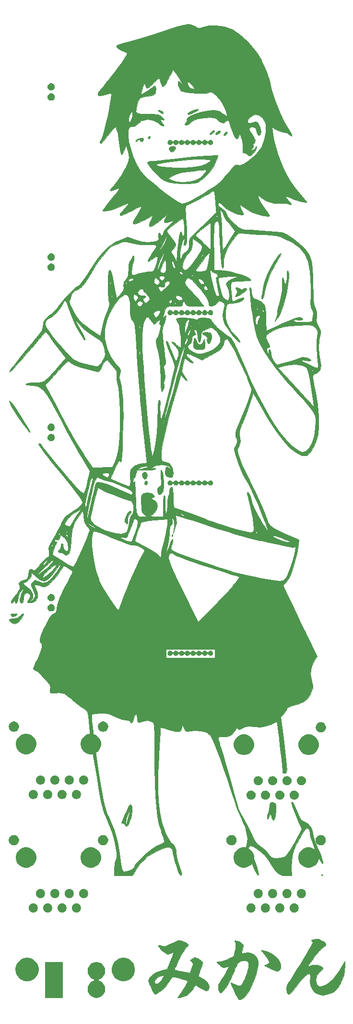
<source format=gbr>
G04 #@! TF.GenerationSoftware,KiCad,Pcbnew,5.0.1*
G04 #@! TF.CreationDate,2019-03-03T01:18:44-08:00*
G04 #@! TF.ProjectId,piboard,7069626F6172642E6B696361645F7063,rev?*
G04 #@! TF.SameCoordinates,Original*
G04 #@! TF.FileFunction,Soldermask,Top*
G04 #@! TF.FilePolarity,Negative*
%FSLAX46Y46*%
G04 Gerber Fmt 4.6, Leading zero omitted, Abs format (unit mm)*
G04 Created by KiCad (PCBNEW 5.0.1) date Sun 03 Mar 2019 01:18:44 AM PST*
%MOMM*%
%LPD*%
G01*
G04 APERTURE LIST*
%ADD10C,0.010000*%
%ADD11C,0.100000*%
G04 APERTURE END LIST*
D10*
G04 #@! TO.C,G\002A\002A\002A*
G36*
X56329256Y-179192719D02*
X56611233Y-179237363D01*
X56817184Y-179331087D01*
X57023987Y-179513208D01*
X57088356Y-179580934D01*
X57271865Y-179798305D01*
X57371947Y-179994237D01*
X57394209Y-180214826D01*
X57344261Y-180506167D01*
X57244093Y-180860762D01*
X57164858Y-181139691D01*
X57116455Y-181346987D01*
X57109315Y-181437946D01*
X57109389Y-181438022D01*
X57200766Y-181433266D01*
X57403079Y-181387931D01*
X57585171Y-181337330D01*
X58152416Y-181238677D01*
X58669390Y-181289473D01*
X59119222Y-181487103D01*
X59266178Y-181597700D01*
X59656230Y-181986865D01*
X59906289Y-182383520D01*
X60026977Y-182821850D01*
X60028913Y-183336038D01*
X59954521Y-183813214D01*
X59744384Y-184689624D01*
X59478620Y-185559345D01*
X59168339Y-186398615D01*
X58824651Y-187183673D01*
X58458665Y-187890759D01*
X58081492Y-188496111D01*
X57704241Y-188975969D01*
X57411395Y-189252322D01*
X57105288Y-189460187D01*
X56866066Y-189539814D01*
X56660080Y-189499224D01*
X56578970Y-189450785D01*
X56481548Y-189333655D01*
X56338652Y-189100065D01*
X56164176Y-188779514D01*
X55972014Y-188401502D01*
X55776058Y-187995526D01*
X55590204Y-187591087D01*
X55428344Y-187217682D01*
X55304372Y-186904810D01*
X55232181Y-186681971D01*
X55225666Y-186578662D01*
X55226045Y-186578267D01*
X55309567Y-186599342D01*
X55505795Y-186680435D01*
X55776225Y-186805345D01*
X55845932Y-186839087D01*
X56227691Y-187013321D01*
X56504889Y-187101767D01*
X56716848Y-187107920D01*
X56902890Y-187035277D01*
X57032236Y-186944564D01*
X57222819Y-186728044D01*
X57431948Y-186380179D01*
X57646512Y-185935973D01*
X57853399Y-185430428D01*
X58039499Y-184898548D01*
X58191700Y-184375336D01*
X58296892Y-183895795D01*
X58341962Y-183494928D01*
X58342728Y-183445931D01*
X58294666Y-183054958D01*
X58146293Y-182797239D01*
X57891336Y-182665203D01*
X57677179Y-182643140D01*
X57354307Y-182677550D01*
X57005334Y-182767043D01*
X56692082Y-182891014D01*
X56476372Y-183028857D01*
X56455459Y-183050349D01*
X56378127Y-183177215D01*
X56251627Y-183428454D01*
X56091286Y-183771865D01*
X55912430Y-184175252D01*
X55843262Y-184336473D01*
X55478480Y-185182178D01*
X55162597Y-185885149D01*
X54886941Y-186461897D01*
X54642841Y-186928934D01*
X54421624Y-187302772D01*
X54214618Y-187599922D01*
X54013150Y-187836896D01*
X53994683Y-187856157D01*
X53761570Y-188078494D01*
X53556607Y-188241693D01*
X53419573Y-188314583D01*
X53408055Y-188315806D01*
X53226255Y-188236815D01*
X53084150Y-188018110D01*
X52994118Y-187687093D01*
X52967785Y-187341181D01*
X52975966Y-187047443D01*
X53018864Y-186834642D01*
X53121150Y-186633955D01*
X53307495Y-186376563D01*
X53318925Y-186361669D01*
X53517700Y-186085439D01*
X53745549Y-185740905D01*
X53986862Y-185355181D01*
X54226029Y-184955383D01*
X54447441Y-184568628D01*
X54635487Y-184222032D01*
X54774559Y-183942711D01*
X54849046Y-183757780D01*
X54852850Y-183697039D01*
X54763166Y-183705514D01*
X54568809Y-183760748D01*
X54442365Y-183803957D01*
X54163275Y-183877238D01*
X53918454Y-183896649D01*
X53852769Y-183887425D01*
X53684049Y-183806034D01*
X53456783Y-183649018D01*
X53210596Y-183450413D01*
X52985111Y-183244252D01*
X52819952Y-183064569D01*
X52754743Y-182945398D01*
X52754728Y-182944284D01*
X52829912Y-182873107D01*
X53060517Y-182821040D01*
X53335641Y-182793662D01*
X53642358Y-182758617D01*
X53934095Y-182690374D01*
X54260090Y-182573302D01*
X54669582Y-182391771D01*
X54807988Y-182326269D01*
X55699422Y-181900440D01*
X55886688Y-181107623D01*
X55998882Y-180581120D01*
X56054164Y-180170755D01*
X56054854Y-179834030D01*
X56003273Y-179528447D01*
X55977949Y-179436479D01*
X55893196Y-179150819D01*
X56329256Y-179192719D01*
X56329256Y-179192719D01*
G37*
X56329256Y-179192719D02*
X56611233Y-179237363D01*
X56817184Y-179331087D01*
X57023987Y-179513208D01*
X57088356Y-179580934D01*
X57271865Y-179798305D01*
X57371947Y-179994237D01*
X57394209Y-180214826D01*
X57344261Y-180506167D01*
X57244093Y-180860762D01*
X57164858Y-181139691D01*
X57116455Y-181346987D01*
X57109315Y-181437946D01*
X57109389Y-181438022D01*
X57200766Y-181433266D01*
X57403079Y-181387931D01*
X57585171Y-181337330D01*
X58152416Y-181238677D01*
X58669390Y-181289473D01*
X59119222Y-181487103D01*
X59266178Y-181597700D01*
X59656230Y-181986865D01*
X59906289Y-182383520D01*
X60026977Y-182821850D01*
X60028913Y-183336038D01*
X59954521Y-183813214D01*
X59744384Y-184689624D01*
X59478620Y-185559345D01*
X59168339Y-186398615D01*
X58824651Y-187183673D01*
X58458665Y-187890759D01*
X58081492Y-188496111D01*
X57704241Y-188975969D01*
X57411395Y-189252322D01*
X57105288Y-189460187D01*
X56866066Y-189539814D01*
X56660080Y-189499224D01*
X56578970Y-189450785D01*
X56481548Y-189333655D01*
X56338652Y-189100065D01*
X56164176Y-188779514D01*
X55972014Y-188401502D01*
X55776058Y-187995526D01*
X55590204Y-187591087D01*
X55428344Y-187217682D01*
X55304372Y-186904810D01*
X55232181Y-186681971D01*
X55225666Y-186578662D01*
X55226045Y-186578267D01*
X55309567Y-186599342D01*
X55505795Y-186680435D01*
X55776225Y-186805345D01*
X55845932Y-186839087D01*
X56227691Y-187013321D01*
X56504889Y-187101767D01*
X56716848Y-187107920D01*
X56902890Y-187035277D01*
X57032236Y-186944564D01*
X57222819Y-186728044D01*
X57431948Y-186380179D01*
X57646512Y-185935973D01*
X57853399Y-185430428D01*
X58039499Y-184898548D01*
X58191700Y-184375336D01*
X58296892Y-183895795D01*
X58341962Y-183494928D01*
X58342728Y-183445931D01*
X58294666Y-183054958D01*
X58146293Y-182797239D01*
X57891336Y-182665203D01*
X57677179Y-182643140D01*
X57354307Y-182677550D01*
X57005334Y-182767043D01*
X56692082Y-182891014D01*
X56476372Y-183028857D01*
X56455459Y-183050349D01*
X56378127Y-183177215D01*
X56251627Y-183428454D01*
X56091286Y-183771865D01*
X55912430Y-184175252D01*
X55843262Y-184336473D01*
X55478480Y-185182178D01*
X55162597Y-185885149D01*
X54886941Y-186461897D01*
X54642841Y-186928934D01*
X54421624Y-187302772D01*
X54214618Y-187599922D01*
X54013150Y-187836896D01*
X53994683Y-187856157D01*
X53761570Y-188078494D01*
X53556607Y-188241693D01*
X53419573Y-188314583D01*
X53408055Y-188315806D01*
X53226255Y-188236815D01*
X53084150Y-188018110D01*
X52994118Y-187687093D01*
X52967785Y-187341181D01*
X52975966Y-187047443D01*
X53018864Y-186834642D01*
X53121150Y-186633955D01*
X53307495Y-186376563D01*
X53318925Y-186361669D01*
X53517700Y-186085439D01*
X53745549Y-185740905D01*
X53986862Y-185355181D01*
X54226029Y-184955383D01*
X54447441Y-184568628D01*
X54635487Y-184222032D01*
X54774559Y-183942711D01*
X54849046Y-183757780D01*
X54852850Y-183697039D01*
X54763166Y-183705514D01*
X54568809Y-183760748D01*
X54442365Y-183803957D01*
X54163275Y-183877238D01*
X53918454Y-183896649D01*
X53852769Y-183887425D01*
X53684049Y-183806034D01*
X53456783Y-183649018D01*
X53210596Y-183450413D01*
X52985111Y-183244252D01*
X52819952Y-183064569D01*
X52754743Y-182945398D01*
X52754728Y-182944284D01*
X52829912Y-182873107D01*
X53060517Y-182821040D01*
X53335641Y-182793662D01*
X53642358Y-182758617D01*
X53934095Y-182690374D01*
X54260090Y-182573302D01*
X54669582Y-182391771D01*
X54807988Y-182326269D01*
X55699422Y-181900440D01*
X55886688Y-181107623D01*
X55998882Y-180581120D01*
X56054164Y-180170755D01*
X56054854Y-179834030D01*
X56003273Y-179528447D01*
X55977949Y-179436479D01*
X55893196Y-179150819D01*
X56329256Y-179192719D01*
G36*
X46233858Y-179125160D02*
X46581594Y-179223988D01*
X46950500Y-179360777D01*
X47279380Y-179512677D01*
X47507038Y-179656840D01*
X47516591Y-179665146D01*
X47774232Y-179895348D01*
X47265408Y-180502862D01*
X46990366Y-180852440D01*
X46716935Y-181235101D01*
X46495159Y-181580033D01*
X46455259Y-181649193D01*
X46322183Y-181899760D01*
X46156754Y-182229956D01*
X45972612Y-182610253D01*
X45783393Y-183011124D01*
X45602734Y-183403039D01*
X45444273Y-183756472D01*
X45321646Y-184041895D01*
X45248491Y-184229779D01*
X45235313Y-184290675D01*
X45325454Y-184312846D01*
X45540782Y-184352669D01*
X45839057Y-184402450D01*
X45917012Y-184414824D01*
X46331597Y-184490235D01*
X46810861Y-184592546D01*
X47257064Y-184700772D01*
X47293092Y-184710307D01*
X48013887Y-184902784D01*
X48267641Y-184110616D01*
X48376986Y-183755064D01*
X48462851Y-183448862D01*
X48513517Y-183235254D01*
X48522158Y-183171294D01*
X48461191Y-183026769D01*
X48308790Y-182850842D01*
X48258197Y-182806524D01*
X47993473Y-182588909D01*
X48427748Y-182310235D01*
X48862024Y-182031561D01*
X49308123Y-182249817D01*
X49608546Y-182422005D01*
X49886112Y-182622219D01*
X50005642Y-182730570D01*
X50257062Y-182993067D01*
X49845155Y-184177141D01*
X49702745Y-184593795D01*
X49585898Y-184949729D01*
X49503599Y-185216423D01*
X49464832Y-185365357D01*
X49464155Y-185386525D01*
X49548995Y-185435627D01*
X49743257Y-185541088D01*
X50006278Y-185680856D01*
X50028158Y-185692378D01*
X50608629Y-186060608D01*
X51032838Y-186470370D01*
X51297310Y-186917214D01*
X51398569Y-187396691D01*
X51399589Y-187447973D01*
X51334034Y-187662632D01*
X51174288Y-187856308D01*
X50977250Y-187967312D01*
X50913228Y-187975280D01*
X50683742Y-187923286D01*
X50355879Y-187782711D01*
X49963846Y-187570308D01*
X49546297Y-187305851D01*
X49288134Y-187136893D01*
X49082485Y-187013983D01*
X48970479Y-186961565D01*
X48966245Y-186961140D01*
X48891155Y-187030810D01*
X48778334Y-187209025D01*
X48704799Y-187350169D01*
X48462058Y-187740652D01*
X48121419Y-188148371D01*
X47732520Y-188522210D01*
X47344997Y-188811053D01*
X47214532Y-188884819D01*
X46830753Y-189032469D01*
X46398178Y-189129485D01*
X46283026Y-189143201D01*
X45769728Y-189189660D01*
X46072429Y-188816233D01*
X46512364Y-188232101D01*
X46915803Y-187618466D01*
X47245249Y-187034024D01*
X47350684Y-186815461D01*
X47469417Y-186543162D01*
X47549413Y-186339237D01*
X47574893Y-186244205D01*
X47573877Y-186242287D01*
X47439784Y-186172433D01*
X47185476Y-186080308D01*
X46844529Y-185974499D01*
X46450521Y-185863590D01*
X46037031Y-185756168D01*
X45637635Y-185660818D01*
X45285911Y-185586127D01*
X45015438Y-185540680D01*
X44859791Y-185533062D01*
X44837211Y-185542524D01*
X44786720Y-185617313D01*
X44661791Y-185804148D01*
X44481757Y-186074076D01*
X44285698Y-186368473D01*
X43727106Y-187127773D01*
X43167419Y-187730337D01*
X42611434Y-188171370D01*
X42308149Y-188343745D01*
X41815726Y-188583351D01*
X41615018Y-188394795D01*
X41450421Y-188180751D01*
X41323960Y-187917782D01*
X41318549Y-187901189D01*
X41234201Y-187674959D01*
X41100498Y-187361056D01*
X40944588Y-187022874D01*
X40925487Y-186983282D01*
X40769840Y-186641214D01*
X40688796Y-186395535D01*
X40685641Y-186362958D01*
X41748062Y-186362958D01*
X41798175Y-186631180D01*
X41938381Y-186764708D01*
X42153475Y-186761460D01*
X42428252Y-186619357D01*
X42601061Y-186479679D01*
X42785924Y-186280520D01*
X42984483Y-186017756D01*
X43166154Y-185738604D01*
X43300357Y-185490282D01*
X43356508Y-185320007D01*
X43356728Y-185312954D01*
X43286593Y-185264177D01*
X43105463Y-185275242D01*
X42857251Y-185337604D01*
X42585870Y-185442714D01*
X42515599Y-185476667D01*
X42118938Y-185730857D01*
X41858826Y-186015713D01*
X41750342Y-186313823D01*
X41748062Y-186362958D01*
X40685641Y-186362958D01*
X40669618Y-186197563D01*
X40685385Y-186065515D01*
X40832500Y-185705431D01*
X41122704Y-185350635D01*
X41530177Y-185018440D01*
X42029102Y-184726159D01*
X42593662Y-184491104D01*
X43198037Y-184330589D01*
X43299590Y-184312503D01*
X43962118Y-184202965D01*
X44211204Y-183613552D01*
X44375632Y-183209918D01*
X44541307Y-182778015D01*
X44697963Y-182347814D01*
X44835330Y-181949283D01*
X44943143Y-181612391D01*
X45011132Y-181367108D01*
X45029031Y-181243402D01*
X45025782Y-181235971D01*
X44926581Y-181236752D01*
X44720869Y-181289413D01*
X44526017Y-181356032D01*
X44074954Y-181524796D01*
X43737008Y-181353889D01*
X43249127Y-181051987D01*
X42833612Y-180688072D01*
X42537006Y-180303270D01*
X42525811Y-180283646D01*
X42422745Y-180082591D01*
X42405205Y-179970968D01*
X42492644Y-179939632D01*
X42704516Y-179979441D01*
X42996743Y-180062319D01*
X43230270Y-180125667D01*
X43409705Y-180145250D01*
X43596236Y-180115694D01*
X43851050Y-180031623D01*
X44006943Y-179973577D01*
X44382947Y-179817600D01*
X44811105Y-179618489D01*
X45194240Y-179421731D01*
X45499349Y-179264921D01*
X45764608Y-179147483D01*
X45942798Y-179089823D01*
X45968488Y-179087140D01*
X46233858Y-179125160D01*
X46233858Y-179125160D01*
G37*
X46233858Y-179125160D02*
X46581594Y-179223988D01*
X46950500Y-179360777D01*
X47279380Y-179512677D01*
X47507038Y-179656840D01*
X47516591Y-179665146D01*
X47774232Y-179895348D01*
X47265408Y-180502862D01*
X46990366Y-180852440D01*
X46716935Y-181235101D01*
X46495159Y-181580033D01*
X46455259Y-181649193D01*
X46322183Y-181899760D01*
X46156754Y-182229956D01*
X45972612Y-182610253D01*
X45783393Y-183011124D01*
X45602734Y-183403039D01*
X45444273Y-183756472D01*
X45321646Y-184041895D01*
X45248491Y-184229779D01*
X45235313Y-184290675D01*
X45325454Y-184312846D01*
X45540782Y-184352669D01*
X45839057Y-184402450D01*
X45917012Y-184414824D01*
X46331597Y-184490235D01*
X46810861Y-184592546D01*
X47257064Y-184700772D01*
X47293092Y-184710307D01*
X48013887Y-184902784D01*
X48267641Y-184110616D01*
X48376986Y-183755064D01*
X48462851Y-183448862D01*
X48513517Y-183235254D01*
X48522158Y-183171294D01*
X48461191Y-183026769D01*
X48308790Y-182850842D01*
X48258197Y-182806524D01*
X47993473Y-182588909D01*
X48427748Y-182310235D01*
X48862024Y-182031561D01*
X49308123Y-182249817D01*
X49608546Y-182422005D01*
X49886112Y-182622219D01*
X50005642Y-182730570D01*
X50257062Y-182993067D01*
X49845155Y-184177141D01*
X49702745Y-184593795D01*
X49585898Y-184949729D01*
X49503599Y-185216423D01*
X49464832Y-185365357D01*
X49464155Y-185386525D01*
X49548995Y-185435627D01*
X49743257Y-185541088D01*
X50006278Y-185680856D01*
X50028158Y-185692378D01*
X50608629Y-186060608D01*
X51032838Y-186470370D01*
X51297310Y-186917214D01*
X51398569Y-187396691D01*
X51399589Y-187447973D01*
X51334034Y-187662632D01*
X51174288Y-187856308D01*
X50977250Y-187967312D01*
X50913228Y-187975280D01*
X50683742Y-187923286D01*
X50355879Y-187782711D01*
X49963846Y-187570308D01*
X49546297Y-187305851D01*
X49288134Y-187136893D01*
X49082485Y-187013983D01*
X48970479Y-186961565D01*
X48966245Y-186961140D01*
X48891155Y-187030810D01*
X48778334Y-187209025D01*
X48704799Y-187350169D01*
X48462058Y-187740652D01*
X48121419Y-188148371D01*
X47732520Y-188522210D01*
X47344997Y-188811053D01*
X47214532Y-188884819D01*
X46830753Y-189032469D01*
X46398178Y-189129485D01*
X46283026Y-189143201D01*
X45769728Y-189189660D01*
X46072429Y-188816233D01*
X46512364Y-188232101D01*
X46915803Y-187618466D01*
X47245249Y-187034024D01*
X47350684Y-186815461D01*
X47469417Y-186543162D01*
X47549413Y-186339237D01*
X47574893Y-186244205D01*
X47573877Y-186242287D01*
X47439784Y-186172433D01*
X47185476Y-186080308D01*
X46844529Y-185974499D01*
X46450521Y-185863590D01*
X46037031Y-185756168D01*
X45637635Y-185660818D01*
X45285911Y-185586127D01*
X45015438Y-185540680D01*
X44859791Y-185533062D01*
X44837211Y-185542524D01*
X44786720Y-185617313D01*
X44661791Y-185804148D01*
X44481757Y-186074076D01*
X44285698Y-186368473D01*
X43727106Y-187127773D01*
X43167419Y-187730337D01*
X42611434Y-188171370D01*
X42308149Y-188343745D01*
X41815726Y-188583351D01*
X41615018Y-188394795D01*
X41450421Y-188180751D01*
X41323960Y-187917782D01*
X41318549Y-187901189D01*
X41234201Y-187674959D01*
X41100498Y-187361056D01*
X40944588Y-187022874D01*
X40925487Y-186983282D01*
X40769840Y-186641214D01*
X40688796Y-186395535D01*
X40685641Y-186362958D01*
X41748062Y-186362958D01*
X41798175Y-186631180D01*
X41938381Y-186764708D01*
X42153475Y-186761460D01*
X42428252Y-186619357D01*
X42601061Y-186479679D01*
X42785924Y-186280520D01*
X42984483Y-186017756D01*
X43166154Y-185738604D01*
X43300357Y-185490282D01*
X43356508Y-185320007D01*
X43356728Y-185312954D01*
X43286593Y-185264177D01*
X43105463Y-185275242D01*
X42857251Y-185337604D01*
X42585870Y-185442714D01*
X42515599Y-185476667D01*
X42118938Y-185730857D01*
X41858826Y-186015713D01*
X41750342Y-186313823D01*
X41748062Y-186362958D01*
X40685641Y-186362958D01*
X40669618Y-186197563D01*
X40685385Y-186065515D01*
X40832500Y-185705431D01*
X41122704Y-185350635D01*
X41530177Y-185018440D01*
X42029102Y-184726159D01*
X42593662Y-184491104D01*
X43198037Y-184330589D01*
X43299590Y-184312503D01*
X43962118Y-184202965D01*
X44211204Y-183613552D01*
X44375632Y-183209918D01*
X44541307Y-182778015D01*
X44697963Y-182347814D01*
X44835330Y-181949283D01*
X44943143Y-181612391D01*
X45011132Y-181367108D01*
X45029031Y-181243402D01*
X45025782Y-181235971D01*
X44926581Y-181236752D01*
X44720869Y-181289413D01*
X44526017Y-181356032D01*
X44074954Y-181524796D01*
X43737008Y-181353889D01*
X43249127Y-181051987D01*
X42833612Y-180688072D01*
X42537006Y-180303270D01*
X42525811Y-180283646D01*
X42422745Y-180082591D01*
X42405205Y-179970968D01*
X42492644Y-179939632D01*
X42704516Y-179979441D01*
X42996743Y-180062319D01*
X43230270Y-180125667D01*
X43409705Y-180145250D01*
X43596236Y-180115694D01*
X43851050Y-180031623D01*
X44006943Y-179973577D01*
X44382947Y-179817600D01*
X44811105Y-179618489D01*
X45194240Y-179421731D01*
X45499349Y-179264921D01*
X45764608Y-179147483D01*
X45942798Y-179089823D01*
X45968488Y-179087140D01*
X46233858Y-179125160D01*
G36*
X70613500Y-178888617D02*
X70923227Y-178979517D01*
X70962911Y-178992252D01*
X71358261Y-179155474D01*
X71669443Y-179353843D01*
X71878762Y-179567365D01*
X71968521Y-179776048D01*
X71921026Y-179959899D01*
X71868228Y-180015074D01*
X71747196Y-180113939D01*
X71544355Y-180278078D01*
X71367472Y-180420579D01*
X71071745Y-180679831D01*
X70766964Y-180979412D01*
X70637971Y-181119257D01*
X70476514Y-181315559D01*
X70261832Y-181594017D01*
X70012096Y-181929058D01*
X69745479Y-182295111D01*
X69480153Y-182666605D01*
X69234291Y-183017968D01*
X69026065Y-183323629D01*
X68873647Y-183558016D01*
X68795208Y-183695559D01*
X68789597Y-183720231D01*
X68878405Y-183707731D01*
X69078435Y-183643041D01*
X69327874Y-183547499D01*
X69601403Y-183442226D01*
X69807067Y-183391068D01*
X70013305Y-183388412D01*
X70288554Y-183428646D01*
X70438255Y-183456427D01*
X70936295Y-183580532D01*
X71274723Y-183732369D01*
X71451617Y-183908644D01*
X71465053Y-184106064D01*
X71313108Y-184321334D01*
X71055758Y-184513859D01*
X70653401Y-184844332D01*
X70385211Y-185260255D01*
X70240360Y-185780578D01*
X70217597Y-185980701D01*
X70228254Y-186482743D01*
X70347082Y-186856199D01*
X70568257Y-187097700D01*
X70885953Y-187203874D01*
X71294346Y-187171350D01*
X71787611Y-186996759D01*
X71889080Y-186947931D01*
X72363720Y-186648259D01*
X72875307Y-186214543D01*
X73402299Y-185671649D01*
X73923154Y-185044444D01*
X74416331Y-184357796D01*
X74860287Y-183636572D01*
X75031487Y-183320473D01*
X75316824Y-182770140D01*
X75345132Y-183058600D01*
X75348965Y-183332605D01*
X75325167Y-183723358D01*
X75279441Y-184181586D01*
X75217491Y-184658017D01*
X75145021Y-185103379D01*
X75067732Y-185468399D01*
X75064918Y-185479473D01*
X74866702Y-186074716D01*
X74584657Y-186683361D01*
X74252380Y-187239933D01*
X73977613Y-187598442D01*
X73457539Y-188068956D01*
X72834299Y-188412625D01*
X72220727Y-188608644D01*
X71776196Y-188697965D01*
X71418075Y-188725142D01*
X71075428Y-188690617D01*
X70760574Y-188617739D01*
X70226113Y-188394406D01*
X69799897Y-188043625D01*
X69484613Y-187570355D01*
X69282949Y-186979555D01*
X69197591Y-186276185D01*
X69206446Y-185749988D01*
X69223793Y-185345661D01*
X69205139Y-185090298D01*
X69137924Y-184965162D01*
X69009585Y-184951514D01*
X68807559Y-185030615D01*
X68745270Y-185062065D01*
X68427468Y-185282867D01*
X68036466Y-185653850D01*
X67573884Y-186173287D01*
X67041341Y-186839449D01*
X66878594Y-187053786D01*
X66452359Y-187607989D01*
X66105275Y-188026865D01*
X65826319Y-188318414D01*
X65604469Y-188490634D01*
X65428701Y-188551525D01*
X65287993Y-188509086D01*
X65171322Y-188371317D01*
X65140603Y-188315056D01*
X65080105Y-188111451D01*
X65040851Y-187818538D01*
X65032643Y-187624236D01*
X65037248Y-187428002D01*
X65061549Y-187257798D01*
X65119554Y-187081307D01*
X65225276Y-186866217D01*
X65392723Y-186580211D01*
X65635905Y-186190976D01*
X65693380Y-186100236D01*
X66118050Y-185426460D01*
X66555150Y-184725676D01*
X66995768Y-184012775D01*
X67430992Y-183302646D01*
X67851911Y-182610180D01*
X68249611Y-181950266D01*
X68615181Y-181337796D01*
X68939709Y-180787659D01*
X69214282Y-180314745D01*
X69429988Y-179933944D01*
X69577916Y-179660147D01*
X69649153Y-179508243D01*
X69653721Y-179483412D01*
X69568775Y-179340689D01*
X69475272Y-179205034D01*
X69412707Y-179106261D01*
X69424058Y-179042177D01*
X69537702Y-178991735D01*
X69782018Y-178933887D01*
X69864614Y-178916274D01*
X70156867Y-178862023D01*
X70382271Y-178851128D01*
X70613500Y-178888617D01*
X70613500Y-178888617D01*
G37*
X70613500Y-178888617D02*
X70923227Y-178979517D01*
X70962911Y-178992252D01*
X71358261Y-179155474D01*
X71669443Y-179353843D01*
X71878762Y-179567365D01*
X71968521Y-179776048D01*
X71921026Y-179959899D01*
X71868228Y-180015074D01*
X71747196Y-180113939D01*
X71544355Y-180278078D01*
X71367472Y-180420579D01*
X71071745Y-180679831D01*
X70766964Y-180979412D01*
X70637971Y-181119257D01*
X70476514Y-181315559D01*
X70261832Y-181594017D01*
X70012096Y-181929058D01*
X69745479Y-182295111D01*
X69480153Y-182666605D01*
X69234291Y-183017968D01*
X69026065Y-183323629D01*
X68873647Y-183558016D01*
X68795208Y-183695559D01*
X68789597Y-183720231D01*
X68878405Y-183707731D01*
X69078435Y-183643041D01*
X69327874Y-183547499D01*
X69601403Y-183442226D01*
X69807067Y-183391068D01*
X70013305Y-183388412D01*
X70288554Y-183428646D01*
X70438255Y-183456427D01*
X70936295Y-183580532D01*
X71274723Y-183732369D01*
X71451617Y-183908644D01*
X71465053Y-184106064D01*
X71313108Y-184321334D01*
X71055758Y-184513859D01*
X70653401Y-184844332D01*
X70385211Y-185260255D01*
X70240360Y-185780578D01*
X70217597Y-185980701D01*
X70228254Y-186482743D01*
X70347082Y-186856199D01*
X70568257Y-187097700D01*
X70885953Y-187203874D01*
X71294346Y-187171350D01*
X71787611Y-186996759D01*
X71889080Y-186947931D01*
X72363720Y-186648259D01*
X72875307Y-186214543D01*
X73402299Y-185671649D01*
X73923154Y-185044444D01*
X74416331Y-184357796D01*
X74860287Y-183636572D01*
X75031487Y-183320473D01*
X75316824Y-182770140D01*
X75345132Y-183058600D01*
X75348965Y-183332605D01*
X75325167Y-183723358D01*
X75279441Y-184181586D01*
X75217491Y-184658017D01*
X75145021Y-185103379D01*
X75067732Y-185468399D01*
X75064918Y-185479473D01*
X74866702Y-186074716D01*
X74584657Y-186683361D01*
X74252380Y-187239933D01*
X73977613Y-187598442D01*
X73457539Y-188068956D01*
X72834299Y-188412625D01*
X72220727Y-188608644D01*
X71776196Y-188697965D01*
X71418075Y-188725142D01*
X71075428Y-188690617D01*
X70760574Y-188617739D01*
X70226113Y-188394406D01*
X69799897Y-188043625D01*
X69484613Y-187570355D01*
X69282949Y-186979555D01*
X69197591Y-186276185D01*
X69206446Y-185749988D01*
X69223793Y-185345661D01*
X69205139Y-185090298D01*
X69137924Y-184965162D01*
X69009585Y-184951514D01*
X68807559Y-185030615D01*
X68745270Y-185062065D01*
X68427468Y-185282867D01*
X68036466Y-185653850D01*
X67573884Y-186173287D01*
X67041341Y-186839449D01*
X66878594Y-187053786D01*
X66452359Y-187607989D01*
X66105275Y-188026865D01*
X65826319Y-188318414D01*
X65604469Y-188490634D01*
X65428701Y-188551525D01*
X65287993Y-188509086D01*
X65171322Y-188371317D01*
X65140603Y-188315056D01*
X65080105Y-188111451D01*
X65040851Y-187818538D01*
X65032643Y-187624236D01*
X65037248Y-187428002D01*
X65061549Y-187257798D01*
X65119554Y-187081307D01*
X65225276Y-186866217D01*
X65392723Y-186580211D01*
X65635905Y-186190976D01*
X65693380Y-186100236D01*
X66118050Y-185426460D01*
X66555150Y-184725676D01*
X66995768Y-184012775D01*
X67430992Y-183302646D01*
X67851911Y-182610180D01*
X68249611Y-181950266D01*
X68615181Y-181337796D01*
X68939709Y-180787659D01*
X69214282Y-180314745D01*
X69429988Y-179933944D01*
X69577916Y-179660147D01*
X69649153Y-179508243D01*
X69653721Y-179483412D01*
X69568775Y-179340689D01*
X69475272Y-179205034D01*
X69412707Y-179106261D01*
X69424058Y-179042177D01*
X69537702Y-178991735D01*
X69782018Y-178933887D01*
X69864614Y-178916274D01*
X70156867Y-178862023D01*
X70382271Y-178851128D01*
X70613500Y-178888617D01*
G36*
X60948602Y-180867459D02*
X61261964Y-180952452D01*
X61615441Y-181070071D01*
X61970595Y-181208791D01*
X62250965Y-181337640D01*
X62854060Y-181703122D01*
X63344014Y-182128371D01*
X63701377Y-182593400D01*
X63891910Y-183023702D01*
X63979075Y-183483199D01*
X63970980Y-183899720D01*
X63870854Y-184232450D01*
X63786574Y-184355428D01*
X63619067Y-184470956D01*
X63389145Y-184500574D01*
X63078735Y-184440631D01*
X62669761Y-184287476D01*
X62144152Y-184037458D01*
X62099332Y-184014601D01*
X61156936Y-183532140D01*
X61501806Y-183362806D01*
X61797380Y-183191361D01*
X61942372Y-183022000D01*
X61951215Y-182818812D01*
X61838341Y-182545881D01*
X61833661Y-182537058D01*
X61692677Y-182311330D01*
X61476216Y-182009281D01*
X61221153Y-181681282D01*
X61097333Y-181531189D01*
X60872372Y-181255475D01*
X60701730Y-181029179D01*
X60606723Y-180881629D01*
X60595977Y-180841447D01*
X60713794Y-180826616D01*
X60948602Y-180867459D01*
X60948602Y-180867459D01*
G37*
X60948602Y-180867459D02*
X61261964Y-180952452D01*
X61615441Y-181070071D01*
X61970595Y-181208791D01*
X62250965Y-181337640D01*
X62854060Y-181703122D01*
X63344014Y-182128371D01*
X63701377Y-182593400D01*
X63891910Y-183023702D01*
X63979075Y-183483199D01*
X63970980Y-183899720D01*
X63870854Y-184232450D01*
X63786574Y-184355428D01*
X63619067Y-184470956D01*
X63389145Y-184500574D01*
X63078735Y-184440631D01*
X62669761Y-184287476D01*
X62144152Y-184037458D01*
X62099332Y-184014601D01*
X61156936Y-183532140D01*
X61501806Y-183362806D01*
X61797380Y-183191361D01*
X61942372Y-183022000D01*
X61951215Y-182818812D01*
X61838341Y-182545881D01*
X61833661Y-182537058D01*
X61692677Y-182311330D01*
X61476216Y-182009281D01*
X61221153Y-181681282D01*
X61097333Y-181531189D01*
X60872372Y-181255475D01*
X60701730Y-181029179D01*
X60606723Y-180881629D01*
X60595977Y-180841447D01*
X60713794Y-180826616D01*
X60948602Y-180867459D01*
G36*
X49430552Y-32632290D02*
X49412072Y-32780579D01*
X49016494Y-33031675D01*
X48747314Y-33155717D01*
X48050231Y-33443485D01*
X47700547Y-33554459D01*
X47581435Y-33518141D01*
X47571834Y-33452549D01*
X47782143Y-33235674D01*
X48278782Y-32965744D01*
X48860315Y-32731654D01*
X49325305Y-32622297D01*
X49430552Y-32632290D01*
X49430552Y-32632290D01*
G37*
X49430552Y-32632290D02*
X49412072Y-32780579D01*
X49016494Y-33031675D01*
X48747314Y-33155717D01*
X48050231Y-33443485D01*
X47700547Y-33554459D01*
X47581435Y-33518141D01*
X47571834Y-33452549D01*
X47782143Y-33235674D01*
X48278782Y-32965744D01*
X48860315Y-32731654D01*
X49325305Y-32622297D01*
X49430552Y-32632290D01*
G36*
X43014946Y-32958337D02*
X43137278Y-33081925D01*
X43239314Y-33398960D01*
X43001565Y-33394980D01*
X42633387Y-33171259D01*
X42321167Y-32904062D01*
X42424810Y-32815523D01*
X42555296Y-32811027D01*
X43014946Y-32958337D01*
X43014946Y-32958337D01*
G37*
X43014946Y-32958337D02*
X43137278Y-33081925D01*
X43239314Y-33398960D01*
X43001565Y-33394980D01*
X42633387Y-33171259D01*
X42321167Y-32904062D01*
X42424810Y-32815523D01*
X42555296Y-32811027D01*
X43014946Y-32958337D01*
G36*
X53336930Y-36459456D02*
X53323666Y-36727785D01*
X53152478Y-36884948D01*
X52673533Y-37110493D01*
X52489382Y-37050842D01*
X52679231Y-36739804D01*
X52718357Y-36699646D01*
X53113746Y-36439099D01*
X53336930Y-36459456D01*
X53336930Y-36459456D01*
G37*
X53336930Y-36459456D02*
X53323666Y-36727785D01*
X53152478Y-36884948D01*
X52673533Y-37110493D01*
X52489382Y-37050842D01*
X52679231Y-36739804D01*
X52718357Y-36699646D01*
X53113746Y-36439099D01*
X53336930Y-36459456D01*
G36*
X52283455Y-36519976D02*
X52143834Y-36748027D01*
X51761377Y-37068195D01*
X51573632Y-37129027D01*
X51496212Y-36976077D01*
X51635834Y-36748027D01*
X52018290Y-36427858D01*
X52206035Y-36367027D01*
X52283455Y-36519976D01*
X52283455Y-36519976D01*
G37*
X52283455Y-36519976D02*
X52143834Y-36748027D01*
X51761377Y-37068195D01*
X51573632Y-37129027D01*
X51496212Y-36976077D01*
X51635834Y-36748027D01*
X52018290Y-36427858D01*
X52206035Y-36367027D01*
X52283455Y-36519976D01*
G36*
X54579871Y-36686397D02*
X54511430Y-36916401D01*
X54308972Y-37123932D01*
X53989597Y-37287733D01*
X53921834Y-37175118D01*
X54080541Y-36842359D01*
X54395880Y-36646683D01*
X54579871Y-36686397D01*
X54579871Y-36686397D01*
G37*
X54579871Y-36686397D02*
X54511430Y-36916401D01*
X54308972Y-37123932D01*
X53989597Y-37287733D01*
X53921834Y-37175118D01*
X54080541Y-36842359D01*
X54395880Y-36646683D01*
X54579871Y-36686397D01*
G36*
X40964921Y-37579544D02*
X40967834Y-37637027D01*
X40772570Y-37881266D01*
X40698843Y-37891027D01*
X40547145Y-37735417D01*
X40586834Y-37637027D01*
X40815080Y-37394715D01*
X40855824Y-37383027D01*
X40964921Y-37579544D01*
X40964921Y-37579544D01*
G37*
X40964921Y-37579544D02*
X40967834Y-37637027D01*
X40772570Y-37881266D01*
X40698843Y-37891027D01*
X40547145Y-37735417D01*
X40586834Y-37637027D01*
X40815080Y-37394715D01*
X40855824Y-37383027D01*
X40964921Y-37579544D01*
G36*
X39732126Y-37758545D02*
X39793443Y-38006483D01*
X39783427Y-38034338D01*
X39530284Y-38353060D01*
X39269136Y-38344533D01*
X39189834Y-38113926D01*
X39046544Y-37999717D01*
X38767528Y-38177426D01*
X38461333Y-38394243D01*
X38437737Y-38253151D01*
X38469901Y-38148905D01*
X38791047Y-37847938D01*
X39258976Y-37720717D01*
X39732126Y-37758545D01*
X39732126Y-37758545D01*
G37*
X39732126Y-37758545D02*
X39793443Y-38006483D01*
X39783427Y-38034338D01*
X39530284Y-38353060D01*
X39269136Y-38344533D01*
X39189834Y-38113926D01*
X39046544Y-37999717D01*
X38767528Y-38177426D01*
X38461333Y-38394243D01*
X38437737Y-38253151D01*
X38469901Y-38148905D01*
X38791047Y-37847938D01*
X39258976Y-37720717D01*
X39732126Y-37758545D01*
G36*
X45406318Y-39254202D02*
X45496233Y-39579291D01*
X45492041Y-39602610D01*
X45222176Y-40004155D01*
X44770205Y-40148962D01*
X44447948Y-40016474D01*
X44257336Y-39587759D01*
X44493229Y-39257789D01*
X44923458Y-39161027D01*
X45406318Y-39254202D01*
X45406318Y-39254202D01*
G37*
X45406318Y-39254202D02*
X45496233Y-39579291D01*
X45492041Y-39602610D01*
X45222176Y-40004155D01*
X44770205Y-40148962D01*
X44447948Y-40016474D01*
X44257336Y-39587759D01*
X44493229Y-39257789D01*
X44923458Y-39161027D01*
X45406318Y-39254202D01*
G36*
X52739447Y-41417708D02*
X52250747Y-42611247D01*
X51417505Y-43810196D01*
X50373855Y-44849869D01*
X49430032Y-45480995D01*
X48744079Y-45668653D01*
X47722577Y-45760231D01*
X46527667Y-45761474D01*
X45321492Y-45678128D01*
X44266193Y-45515939D01*
X43523911Y-45280652D01*
X43505390Y-45271057D01*
X42981107Y-44901579D01*
X42871240Y-44803576D01*
X44167856Y-44803576D01*
X44790345Y-45148301D01*
X45611303Y-45403366D01*
X46710975Y-45488473D01*
X47890009Y-45405475D01*
X48949055Y-45156223D01*
X49075593Y-45108489D01*
X49776553Y-44715457D01*
X50401237Y-44182148D01*
X50802070Y-43649108D01*
X50873834Y-43395891D01*
X50656548Y-43345815D01*
X50195568Y-43369338D01*
X49602523Y-43430394D01*
X48698923Y-43518982D01*
X47680064Y-43615956D01*
X47677000Y-43616243D01*
X46386269Y-43813412D01*
X45356612Y-44120892D01*
X45002276Y-44296135D01*
X44167856Y-44803576D01*
X42871240Y-44803576D01*
X42322304Y-44313921D01*
X41634366Y-43619778D01*
X41022681Y-42930846D01*
X40619086Y-42394005D01*
X42007039Y-42394005D01*
X42121824Y-42508369D01*
X42364834Y-42622452D01*
X43094592Y-42803463D01*
X44187259Y-42918736D01*
X45502179Y-42969521D01*
X46898695Y-42957066D01*
X48236151Y-42882620D01*
X49373893Y-42747431D01*
X50170193Y-42553161D01*
X50917908Y-42222173D01*
X51499232Y-41890508D01*
X51626762Y-41791161D01*
X51623589Y-41605464D01*
X51177995Y-41488863D01*
X50350741Y-41440649D01*
X49202588Y-41460110D01*
X47794295Y-41546537D01*
X46186624Y-41699218D01*
X44777834Y-41871258D01*
X43479913Y-42049324D01*
X42625718Y-42183275D01*
X42154881Y-42291905D01*
X42007039Y-42394005D01*
X40619086Y-42394005D01*
X40592634Y-42358820D01*
X40448039Y-42030672D01*
X40672570Y-41879156D01*
X41155376Y-41801682D01*
X41655533Y-41761599D01*
X42548134Y-41676023D01*
X43720808Y-41556241D01*
X45061180Y-41413540D01*
X45539834Y-41361291D01*
X47043758Y-41203301D01*
X48546687Y-41058003D01*
X49890557Y-40939892D01*
X50917308Y-40863464D01*
X51060594Y-40855011D01*
X52898354Y-40753390D01*
X52739447Y-41417708D01*
X52739447Y-41417708D01*
G37*
X52739447Y-41417708D02*
X52250747Y-42611247D01*
X51417505Y-43810196D01*
X50373855Y-44849869D01*
X49430032Y-45480995D01*
X48744079Y-45668653D01*
X47722577Y-45760231D01*
X46527667Y-45761474D01*
X45321492Y-45678128D01*
X44266193Y-45515939D01*
X43523911Y-45280652D01*
X43505390Y-45271057D01*
X42981107Y-44901579D01*
X42871240Y-44803576D01*
X44167856Y-44803576D01*
X44790345Y-45148301D01*
X45611303Y-45403366D01*
X46710975Y-45488473D01*
X47890009Y-45405475D01*
X48949055Y-45156223D01*
X49075593Y-45108489D01*
X49776553Y-44715457D01*
X50401237Y-44182148D01*
X50802070Y-43649108D01*
X50873834Y-43395891D01*
X50656548Y-43345815D01*
X50195568Y-43369338D01*
X49602523Y-43430394D01*
X48698923Y-43518982D01*
X47680064Y-43615956D01*
X47677000Y-43616243D01*
X46386269Y-43813412D01*
X45356612Y-44120892D01*
X45002276Y-44296135D01*
X44167856Y-44803576D01*
X42871240Y-44803576D01*
X42322304Y-44313921D01*
X41634366Y-43619778D01*
X41022681Y-42930846D01*
X40619086Y-42394005D01*
X42007039Y-42394005D01*
X42121824Y-42508369D01*
X42364834Y-42622452D01*
X43094592Y-42803463D01*
X44187259Y-42918736D01*
X45502179Y-42969521D01*
X46898695Y-42957066D01*
X48236151Y-42882620D01*
X49373893Y-42747431D01*
X50170193Y-42553161D01*
X50917908Y-42222173D01*
X51499232Y-41890508D01*
X51626762Y-41791161D01*
X51623589Y-41605464D01*
X51177995Y-41488863D01*
X50350741Y-41440649D01*
X49202588Y-41460110D01*
X47794295Y-41546537D01*
X46186624Y-41699218D01*
X44777834Y-41871258D01*
X43479913Y-42049324D01*
X42625718Y-42183275D01*
X42154881Y-42291905D01*
X42007039Y-42394005D01*
X40619086Y-42394005D01*
X40592634Y-42358820D01*
X40448039Y-42030672D01*
X40672570Y-41879156D01*
X41155376Y-41801682D01*
X41655533Y-41761599D01*
X42548134Y-41676023D01*
X43720808Y-41556241D01*
X45061180Y-41413540D01*
X45539834Y-41361291D01*
X47043758Y-41203301D01*
X48546687Y-41058003D01*
X49890557Y-40939892D01*
X50917308Y-40863464D01*
X51060594Y-40855011D01*
X52898354Y-40753390D01*
X52739447Y-41417708D01*
G36*
X51531638Y-72031787D02*
X51819694Y-72400177D01*
X51780415Y-73113358D01*
X51761472Y-73203224D01*
X51537368Y-73798589D01*
X51252065Y-73948334D01*
X51015000Y-73727948D01*
X50972254Y-73315673D01*
X51032999Y-73077796D01*
X51000725Y-72693227D01*
X50652823Y-72517250D01*
X50184253Y-72298603D01*
X50183384Y-72075565D01*
X50618776Y-71938207D01*
X50858843Y-71927027D01*
X51531638Y-72031787D01*
X51531638Y-72031787D01*
G37*
X51531638Y-72031787D02*
X51819694Y-72400177D01*
X51780415Y-73113358D01*
X51761472Y-73203224D01*
X51537368Y-73798589D01*
X51252065Y-73948334D01*
X51015000Y-73727948D01*
X50972254Y-73315673D01*
X51032999Y-73077796D01*
X51000725Y-72693227D01*
X50652823Y-72517250D01*
X50184253Y-72298603D01*
X50183384Y-72075565D01*
X50618776Y-71938207D01*
X50858843Y-71927027D01*
X51531638Y-72031787D01*
G36*
X49039536Y-73158995D02*
X49141668Y-73514527D01*
X49378393Y-73983265D01*
X49787766Y-74088269D01*
X50197028Y-73838310D01*
X50392563Y-73451027D01*
X50502494Y-73147699D01*
X50563625Y-73272376D01*
X50593765Y-73864255D01*
X50594515Y-73895527D01*
X50587922Y-74572176D01*
X50453568Y-74883235D01*
X50083387Y-74970731D01*
X49773167Y-74975027D01*
X49145554Y-74928557D01*
X48768637Y-74815693D01*
X48757167Y-74805693D01*
X48627828Y-74452040D01*
X48590350Y-73887940D01*
X48637112Y-73325252D01*
X48760492Y-72975837D01*
X48824168Y-72943027D01*
X49039536Y-73158995D01*
X49039536Y-73158995D01*
G37*
X49039536Y-73158995D02*
X49141668Y-73514527D01*
X49378393Y-73983265D01*
X49787766Y-74088269D01*
X50197028Y-73838310D01*
X50392563Y-73451027D01*
X50502494Y-73147699D01*
X50563625Y-73272376D01*
X50593765Y-73864255D01*
X50594515Y-73895527D01*
X50587922Y-74572176D01*
X50453568Y-74883235D01*
X50083387Y-74970731D01*
X49773167Y-74975027D01*
X49145554Y-74928557D01*
X48768637Y-74815693D01*
X48757167Y-74805693D01*
X48627828Y-74452040D01*
X48590350Y-73887940D01*
X48637112Y-73325252D01*
X48760492Y-72975837D01*
X48824168Y-72943027D01*
X49039536Y-73158995D01*
G36*
X56739377Y-64203736D02*
X56850456Y-64319360D01*
X57137901Y-64431373D01*
X57379585Y-64283165D01*
X57777563Y-64105349D01*
X57947816Y-64268767D01*
X57787557Y-64618388D01*
X57405060Y-64961618D01*
X56880365Y-65311950D01*
X56367207Y-65583551D01*
X56019317Y-65690590D01*
X55953834Y-65642187D01*
X56113336Y-65289387D01*
X56247869Y-65130591D01*
X56404148Y-64778034D01*
X56216768Y-64444791D01*
X56027261Y-64137576D01*
X56234682Y-64053741D01*
X56288742Y-64053027D01*
X56739377Y-64203736D01*
X56739377Y-64203736D01*
G37*
X56739377Y-64203736D02*
X56850456Y-64319360D01*
X57137901Y-64431373D01*
X57379585Y-64283165D01*
X57777563Y-64105349D01*
X57947816Y-64268767D01*
X57787557Y-64618388D01*
X57405060Y-64961618D01*
X56880365Y-65311950D01*
X56367207Y-65583551D01*
X56019317Y-65690590D01*
X55953834Y-65642187D01*
X56113336Y-65289387D01*
X56247869Y-65130591D01*
X56404148Y-64778034D01*
X56216768Y-64444791D01*
X56027261Y-64137576D01*
X56234682Y-64053741D01*
X56288742Y-64053027D01*
X56739377Y-64203736D01*
G36*
X64097120Y-58078258D02*
X63900783Y-58536849D01*
X63426221Y-59345576D01*
X63322643Y-59507488D01*
X62133866Y-61682538D01*
X61366437Y-63851609D01*
X61155582Y-64888507D01*
X61004900Y-65587208D01*
X60823522Y-66018240D01*
X60733877Y-66085027D01*
X60592218Y-65888891D01*
X60625286Y-65640527D01*
X60741448Y-65103490D01*
X60857942Y-64343780D01*
X60878145Y-64180027D01*
X61129842Y-63099150D01*
X61619804Y-61795847D01*
X62270925Y-60445944D01*
X63006102Y-59225267D01*
X63125853Y-59054432D01*
X63698746Y-58311936D01*
X64026138Y-57994916D01*
X64097120Y-58078258D01*
X64097120Y-58078258D01*
G37*
X64097120Y-58078258D02*
X63900783Y-58536849D01*
X63426221Y-59345576D01*
X63322643Y-59507488D01*
X62133866Y-61682538D01*
X61366437Y-63851609D01*
X61155582Y-64888507D01*
X61004900Y-65587208D01*
X60823522Y-66018240D01*
X60733877Y-66085027D01*
X60592218Y-65888891D01*
X60625286Y-65640527D01*
X60741448Y-65103490D01*
X60857942Y-64343780D01*
X60878145Y-64180027D01*
X61129842Y-63099150D01*
X61619804Y-61795847D01*
X62270925Y-60445944D01*
X63006102Y-59225267D01*
X63125853Y-59054432D01*
X63698746Y-58311936D01*
X64026138Y-57994916D01*
X64097120Y-58078258D01*
G36*
X65424462Y-61551551D02*
X65429662Y-62384701D01*
X65305849Y-63483610D01*
X65076090Y-64742732D01*
X64763450Y-66056522D01*
X64390997Y-67319432D01*
X63981796Y-68425917D01*
X63558913Y-69270431D01*
X63441011Y-69445827D01*
X63018800Y-70022027D01*
X63207358Y-69387027D01*
X63369959Y-68686476D01*
X63430336Y-68244027D01*
X63522204Y-67734235D01*
X63724635Y-66937251D01*
X63929060Y-66238575D01*
X64257034Y-64678461D01*
X64274884Y-63508075D01*
X64246458Y-62798237D01*
X64305129Y-62352531D01*
X64373119Y-62275027D01*
X64534708Y-62493048D01*
X64589834Y-62925017D01*
X64670462Y-63357169D01*
X64843834Y-63418027D01*
X64995733Y-63090245D01*
X65086499Y-62442756D01*
X65097834Y-62090703D01*
X65129784Y-61440548D01*
X65211073Y-61100017D01*
X65267182Y-61089708D01*
X65424462Y-61551551D01*
X65424462Y-61551551D01*
G37*
X65424462Y-61551551D02*
X65429662Y-62384701D01*
X65305849Y-63483610D01*
X65076090Y-64742732D01*
X64763450Y-66056522D01*
X64390997Y-67319432D01*
X63981796Y-68425917D01*
X63558913Y-69270431D01*
X63441011Y-69445827D01*
X63018800Y-70022027D01*
X63207358Y-69387027D01*
X63369959Y-68686476D01*
X63430336Y-68244027D01*
X63522204Y-67734235D01*
X63724635Y-66937251D01*
X63929060Y-66238575D01*
X64257034Y-64678461D01*
X64274884Y-63508075D01*
X64246458Y-62798237D01*
X64305129Y-62352531D01*
X64373119Y-62275027D01*
X64534708Y-62493048D01*
X64589834Y-62925017D01*
X64670462Y-63357169D01*
X64843834Y-63418027D01*
X64995733Y-63090245D01*
X65086499Y-62442756D01*
X65097834Y-62090703D01*
X65129784Y-61440548D01*
X65211073Y-61100017D01*
X65267182Y-61089708D01*
X65424462Y-61551551D01*
G36*
X40384129Y-96786292D02*
X40459834Y-97200027D01*
X40312876Y-97694079D01*
X39987690Y-97829928D01*
X39657806Y-97561087D01*
X39597185Y-97431105D01*
X39561508Y-96876127D01*
X39912293Y-96584822D01*
X40093824Y-96565027D01*
X40384129Y-96786292D01*
X40384129Y-96786292D01*
G37*
X40384129Y-96786292D02*
X40459834Y-97200027D01*
X40312876Y-97694079D01*
X39987690Y-97829928D01*
X39657806Y-97561087D01*
X39597185Y-97431105D01*
X39561508Y-96876127D01*
X39912293Y-96584822D01*
X40093824Y-96565027D01*
X40384129Y-96786292D01*
G36*
X40431177Y-98294756D02*
X40459834Y-98470027D01*
X40322681Y-98808042D01*
X40205834Y-98851027D01*
X39980490Y-98645297D01*
X39951834Y-98470027D01*
X40088986Y-98132011D01*
X40205834Y-98089027D01*
X40431177Y-98294756D01*
X40431177Y-98294756D01*
G37*
X40431177Y-98294756D02*
X40459834Y-98470027D01*
X40322681Y-98808042D01*
X40205834Y-98851027D01*
X39980490Y-98645297D01*
X39951834Y-98470027D01*
X40088986Y-98132011D01*
X40205834Y-98089027D01*
X40431177Y-98294756D01*
G36*
X42946233Y-96184027D02*
X43131260Y-96619902D01*
X43260422Y-97386568D01*
X43325909Y-98309095D01*
X43319912Y-99212551D01*
X43234618Y-99922006D01*
X43125827Y-100206448D01*
X42783718Y-100579136D01*
X42515293Y-100554491D01*
X42407167Y-100459693D01*
X42230939Y-100038605D01*
X42270694Y-99527468D01*
X42485462Y-99160848D01*
X42643773Y-99105027D01*
X42860038Y-99036304D01*
X42952422Y-98757628D01*
X42936566Y-98160230D01*
X42872058Y-97517527D01*
X42800365Y-96608213D01*
X42842283Y-96183122D01*
X42946233Y-96184027D01*
X42946233Y-96184027D01*
G37*
X42946233Y-96184027D02*
X43131260Y-96619902D01*
X43260422Y-97386568D01*
X43325909Y-98309095D01*
X43319912Y-99212551D01*
X43234618Y-99922006D01*
X43125827Y-100206448D01*
X42783718Y-100579136D01*
X42515293Y-100554491D01*
X42407167Y-100459693D01*
X42230939Y-100038605D01*
X42270694Y-99527468D01*
X42485462Y-99160848D01*
X42643773Y-99105027D01*
X42860038Y-99036304D01*
X42952422Y-98757628D01*
X42936566Y-98160230D01*
X42872058Y-97517527D01*
X42800365Y-96608213D01*
X42842283Y-96183122D01*
X42946233Y-96184027D01*
G36*
X37652134Y-103548227D02*
X37445333Y-103921516D01*
X37266462Y-104112683D01*
X36985667Y-104725109D01*
X37017302Y-105110541D01*
X37013201Y-105577844D01*
X36799278Y-105710405D01*
X36532766Y-105435643D01*
X36496484Y-105350952D01*
X36512331Y-104911741D01*
X36722106Y-104314580D01*
X37030741Y-103758280D01*
X37343171Y-103441655D01*
X37418356Y-103423027D01*
X37652134Y-103548227D01*
X37652134Y-103548227D01*
G37*
X37652134Y-103548227D02*
X37445333Y-103921516D01*
X37266462Y-104112683D01*
X36985667Y-104725109D01*
X37017302Y-105110541D01*
X37013201Y-105577844D01*
X36799278Y-105710405D01*
X36532766Y-105435643D01*
X36496484Y-105350952D01*
X36512331Y-104911741D01*
X36722106Y-104314580D01*
X37030741Y-103758280D01*
X37343171Y-103441655D01*
X37418356Y-103423027D01*
X37652134Y-103548227D01*
G36*
X44947167Y-107571693D02*
X44977566Y-107873132D01*
X44947167Y-107910360D01*
X44796164Y-107875493D01*
X44777834Y-107741027D01*
X44870768Y-107531956D01*
X44947167Y-107571693D01*
X44947167Y-107571693D01*
G37*
X44947167Y-107571693D02*
X44977566Y-107873132D01*
X44947167Y-107910360D01*
X44796164Y-107875493D01*
X44777834Y-107741027D01*
X44870768Y-107531956D01*
X44947167Y-107571693D01*
G36*
X37632777Y-155338139D02*
X37717248Y-155620027D01*
X37786980Y-156432163D01*
X37566538Y-157485021D01*
X37493329Y-157715527D01*
X37151230Y-158602034D01*
X36865045Y-159000425D01*
X36619157Y-158925525D01*
X36488246Y-158669485D01*
X36249153Y-158411554D01*
X36115218Y-158430476D01*
X35936928Y-158488437D01*
X35928763Y-158303390D01*
X35947537Y-158252560D01*
X36675833Y-158252560D01*
X36690335Y-158582549D01*
X36719969Y-158708913D01*
X36791689Y-158566174D01*
X36932454Y-158088852D01*
X37169218Y-157211468D01*
X37289036Y-156763027D01*
X37380085Y-156377964D01*
X37311825Y-156409768D01*
X37054311Y-156855560D01*
X36770197Y-157588797D01*
X36675833Y-158252560D01*
X35947537Y-158252560D01*
X36109719Y-157813481D01*
X36498790Y-156956856D01*
X36694153Y-156545340D01*
X37109122Y-155689205D01*
X37364521Y-155238225D01*
X37519392Y-155139003D01*
X37632777Y-155338139D01*
X37632777Y-155338139D01*
G37*
X37632777Y-155338139D02*
X37717248Y-155620027D01*
X37786980Y-156432163D01*
X37566538Y-157485021D01*
X37493329Y-157715527D01*
X37151230Y-158602034D01*
X36865045Y-159000425D01*
X36619157Y-158925525D01*
X36488246Y-158669485D01*
X36249153Y-158411554D01*
X36115218Y-158430476D01*
X35936928Y-158488437D01*
X35928763Y-158303390D01*
X35947537Y-158252560D01*
X36675833Y-158252560D01*
X36690335Y-158582549D01*
X36719969Y-158708913D01*
X36791689Y-158566174D01*
X36932454Y-158088852D01*
X37169218Y-157211468D01*
X37289036Y-156763027D01*
X37380085Y-156377964D01*
X37311825Y-156409768D01*
X37054311Y-156855560D01*
X36770197Y-157588797D01*
X36675833Y-158252560D01*
X35947537Y-158252560D01*
X36109719Y-157813481D01*
X36498790Y-156956856D01*
X36694153Y-156545340D01*
X37109122Y-155689205D01*
X37364521Y-155238225D01*
X37519392Y-155139003D01*
X37632777Y-155338139D01*
G36*
X16201548Y-84034343D02*
X16547171Y-84438224D01*
X17065421Y-85148801D01*
X17709016Y-86103394D01*
X17987554Y-86534188D01*
X18796136Y-87821902D01*
X19363164Y-88773570D01*
X19682433Y-89373023D01*
X19747738Y-89604092D01*
X19552875Y-89450609D01*
X19091639Y-88896403D01*
X18695868Y-88379987D01*
X17769785Y-87095926D01*
X17001441Y-85926953D01*
X16437408Y-84950923D01*
X16124258Y-84245695D01*
X16075834Y-83999838D01*
X16201548Y-84034343D01*
X16201548Y-84034343D01*
G37*
X16201548Y-84034343D02*
X16547171Y-84438224D01*
X17065421Y-85148801D01*
X17709016Y-86103394D01*
X17987554Y-86534188D01*
X18796136Y-87821902D01*
X19363164Y-88773570D01*
X19682433Y-89373023D01*
X19747738Y-89604092D01*
X19552875Y-89450609D01*
X19091639Y-88896403D01*
X18695868Y-88379987D01*
X17769785Y-87095926D01*
X17001441Y-85926953D01*
X16437408Y-84950923D01*
X16124258Y-84245695D01*
X16075834Y-83999838D01*
X16201548Y-84034343D01*
G36*
X17550946Y-121656446D02*
X17172405Y-121921541D01*
X17118505Y-121950752D01*
X16622657Y-122065150D01*
X16378732Y-121896189D01*
X16316972Y-121662029D01*
X16683386Y-121547041D01*
X16860061Y-121530752D01*
X17449257Y-121530124D01*
X17550946Y-121656446D01*
X17550946Y-121656446D01*
G37*
X17550946Y-121656446D02*
X17172405Y-121921541D01*
X17118505Y-121950752D01*
X16622657Y-122065150D01*
X16378732Y-121896189D01*
X16316972Y-121662029D01*
X16683386Y-121547041D01*
X16860061Y-121530752D01*
X17449257Y-121530124D01*
X17550946Y-121656446D01*
G36*
X18555552Y-121856194D02*
X18286639Y-122324910D01*
X17675093Y-123067482D01*
X17093578Y-123323723D01*
X16503352Y-123110627D01*
X16500278Y-123108385D01*
X16114150Y-122699554D01*
X16200102Y-122441853D01*
X16730744Y-122403616D01*
X16780052Y-122410366D01*
X17545261Y-122311585D01*
X17962419Y-121985375D01*
X18440776Y-121537425D01*
X18648784Y-121505148D01*
X18555552Y-121856194D01*
X18555552Y-121856194D01*
G37*
X18555552Y-121856194D02*
X18286639Y-122324910D01*
X17675093Y-123067482D01*
X17093578Y-123323723D01*
X16503352Y-123110627D01*
X16500278Y-123108385D01*
X16114150Y-122699554D01*
X16200102Y-122441853D01*
X16730744Y-122403616D01*
X16780052Y-122410366D01*
X17545261Y-122311585D01*
X17962419Y-121985375D01*
X18440776Y-121537425D01*
X18648784Y-121505148D01*
X18555552Y-121856194D01*
G36*
X62621334Y-154776861D02*
X62949547Y-154871562D01*
X63110673Y-155122060D01*
X63150807Y-155659934D01*
X63133313Y-156238347D01*
X63043709Y-157162028D01*
X62887722Y-157739520D01*
X62694703Y-157924569D01*
X62494005Y-157670924D01*
X62405087Y-157385873D01*
X62268238Y-156898371D01*
X62162220Y-156874560D01*
X62004570Y-157259010D01*
X61784097Y-157686361D01*
X61641819Y-157693185D01*
X61617040Y-157365467D01*
X61749059Y-156789189D01*
X61766466Y-156738090D01*
X61968606Y-155973236D01*
X62049834Y-155310458D01*
X62143914Y-154855947D01*
X62514890Y-154764388D01*
X62621334Y-154776861D01*
X62621334Y-154776861D01*
G37*
X62621334Y-154776861D02*
X62949547Y-154871562D01*
X63110673Y-155122060D01*
X63150807Y-155659934D01*
X63133313Y-156238347D01*
X63043709Y-157162028D01*
X62887722Y-157739520D01*
X62694703Y-157924569D01*
X62494005Y-157670924D01*
X62405087Y-157385873D01*
X62268238Y-156898371D01*
X62162220Y-156874560D01*
X62004570Y-157259010D01*
X61784097Y-157686361D01*
X61641819Y-157693185D01*
X61617040Y-157365467D01*
X61749059Y-156789189D01*
X61766466Y-156738090D01*
X61968606Y-155973236D01*
X62049834Y-155310458D01*
X62143914Y-154855947D01*
X62514890Y-154764388D01*
X62621334Y-154776861D01*
G36*
X71447834Y-167558027D02*
X71320834Y-167685027D01*
X71193834Y-167558027D01*
X71320834Y-167431027D01*
X71447834Y-167558027D01*
X71447834Y-167558027D01*
G37*
X71447834Y-167558027D02*
X71320834Y-167685027D01*
X71193834Y-167558027D01*
X71320834Y-167431027D01*
X71447834Y-167558027D01*
G36*
X48178615Y-17697493D02*
X48603521Y-17872108D01*
X48831226Y-18027859D01*
X49312175Y-18322565D01*
X49742666Y-18351105D01*
X50365834Y-18135251D01*
X51402196Y-17901870D01*
X52684641Y-17888480D01*
X54009525Y-18078832D01*
X55173207Y-18456674D01*
X55326304Y-18531106D01*
X56793687Y-19486014D01*
X58252550Y-20796891D01*
X59527810Y-22294361D01*
X60035633Y-23001257D01*
X60395029Y-23538735D01*
X60525834Y-23784426D01*
X60627670Y-24071827D01*
X60890272Y-24666696D01*
X61142951Y-25202740D01*
X61529443Y-26089682D01*
X61831365Y-26934370D01*
X61928232Y-27296995D01*
X62415871Y-29263974D01*
X63058163Y-31269103D01*
X63800646Y-33170673D01*
X64588854Y-34826976D01*
X65241560Y-35917968D01*
X65681251Y-36613244D01*
X65941599Y-37137695D01*
X65971703Y-37355824D01*
X65716477Y-37316818D01*
X65521566Y-37128627D01*
X65065096Y-36826435D01*
X64462834Y-36667954D01*
X63674120Y-36469770D01*
X63090699Y-36192284D01*
X62480565Y-35796687D01*
X62645960Y-37203940D01*
X62814858Y-38125881D01*
X63112814Y-39296618D01*
X63481663Y-40492707D01*
X63563188Y-40727610D01*
X64247209Y-42531291D01*
X64921489Y-43999906D01*
X65677900Y-45296119D01*
X66608312Y-46582599D01*
X67448675Y-47607288D01*
X68690045Y-49068550D01*
X67798977Y-48954465D01*
X66985315Y-48764364D01*
X66080809Y-48435371D01*
X65875872Y-48341754D01*
X65177711Y-48055495D01*
X64875714Y-48050213D01*
X64986379Y-48315069D01*
X65351833Y-48686026D01*
X65698194Y-49078140D01*
X65855905Y-49395206D01*
X65793738Y-49516499D01*
X65526273Y-49360398D01*
X65052565Y-49209433D01*
X64338916Y-49222932D01*
X64270467Y-49233228D01*
X62779317Y-49254928D01*
X61448057Y-48834515D01*
X60754180Y-48371463D01*
X59951572Y-47696113D01*
X60143848Y-48318070D01*
X60398606Y-48865578D01*
X60851018Y-49616849D01*
X61223375Y-50158464D01*
X61679760Y-50818712D01*
X61964081Y-51296149D01*
X62016729Y-51466349D01*
X61735071Y-51479444D01*
X61111088Y-51417673D01*
X60574129Y-51340314D01*
X59012476Y-50845385D01*
X57948630Y-50207547D01*
X57259448Y-49724690D01*
X56898570Y-49523832D01*
X56788345Y-49581580D01*
X56851123Y-49874539D01*
X56851922Y-49877145D01*
X57101629Y-50479653D01*
X57291115Y-50787665D01*
X57458551Y-51150529D01*
X57187454Y-51267146D01*
X56484177Y-51136505D01*
X56011304Y-50991115D01*
X55111997Y-50587360D01*
X54296329Y-50051438D01*
X54042329Y-49822237D01*
X53410762Y-49241399D01*
X53035760Y-49089388D01*
X52907562Y-49362442D01*
X52907439Y-49384527D01*
X53109818Y-49713697D01*
X53601744Y-50094939D01*
X53669439Y-50134713D01*
X54186734Y-50554534D01*
X54427603Y-50997248D01*
X54429834Y-51034328D01*
X54618185Y-51490967D01*
X55099452Y-52113004D01*
X55747951Y-52778017D01*
X56438002Y-53363582D01*
X57043922Y-53747278D01*
X57298062Y-53828169D01*
X57775342Y-53866238D01*
X58628434Y-53920692D01*
X59725734Y-53983515D01*
X60652834Y-54032477D01*
X61901412Y-54114092D01*
X63058365Y-54221777D01*
X63970058Y-54339559D01*
X64383525Y-54420368D01*
X65257543Y-54797343D01*
X66291798Y-55462258D01*
X67335554Y-56301353D01*
X68238080Y-57200869D01*
X68515875Y-57539081D01*
X68960637Y-58196219D01*
X69280314Y-58886308D01*
X69494342Y-59708179D01*
X69622155Y-60760663D01*
X69683191Y-62142591D01*
X69696992Y-63545027D01*
X69713865Y-65070602D01*
X69765009Y-66169422D01*
X69858209Y-66922037D01*
X70001251Y-67409000D01*
X70085629Y-67565511D01*
X70351898Y-68379079D01*
X70308334Y-69112308D01*
X70287165Y-70003691D01*
X70608467Y-70846616D01*
X70676393Y-70964984D01*
X71010869Y-71657539D01*
X71046170Y-72204943D01*
X70945842Y-72546223D01*
X70750229Y-73455883D01*
X70697052Y-74630615D01*
X70784873Y-75848290D01*
X70973144Y-76764047D01*
X71150033Y-77833798D01*
X70977835Y-78626784D01*
X70471821Y-79088479D01*
X70307045Y-79142775D01*
X69972801Y-79263438D01*
X69771517Y-79478911D01*
X69700023Y-79871939D01*
X69755151Y-80525270D01*
X69933734Y-81521647D01*
X70172268Y-82662958D01*
X70520761Y-84716573D01*
X70702722Y-86765575D01*
X70709091Y-88645488D01*
X70574284Y-89961027D01*
X70319624Y-90925613D01*
X69914628Y-91916780D01*
X69432350Y-92796665D01*
X68945843Y-93427409D01*
X68616297Y-93655940D01*
X67758439Y-93664922D01*
X66759690Y-93204814D01*
X65634160Y-92290300D01*
X64395963Y-90936066D01*
X63059210Y-89156795D01*
X61638013Y-86967171D01*
X60762794Y-85483830D01*
X59147977Y-82657634D01*
X58607338Y-84340830D01*
X58210233Y-85490911D01*
X57719702Y-86793723D01*
X57310775Y-87802027D01*
X56918847Y-88783824D01*
X56729080Y-89465403D01*
X56712180Y-89998752D01*
X56804975Y-90426063D01*
X56922577Y-91187570D01*
X56712117Y-91847843D01*
X56644942Y-91966442D01*
X56473804Y-92341508D01*
X56412545Y-92767557D01*
X56481517Y-93309558D01*
X56701075Y-94032484D01*
X57091573Y-95001306D01*
X57673364Y-96280993D01*
X58466802Y-97936518D01*
X58602772Y-98216027D01*
X59474846Y-100028514D01*
X60167623Y-101525803D01*
X60739830Y-102841483D01*
X61250193Y-104109142D01*
X61600609Y-105035448D01*
X61824813Y-105530656D01*
X62141241Y-105946526D01*
X62630771Y-106339687D01*
X63374281Y-106766767D01*
X64452648Y-107284394D01*
X65450851Y-107731284D01*
X67200868Y-108503376D01*
X67058952Y-109836701D01*
X66878903Y-110924410D01*
X66574357Y-112161715D01*
X66189265Y-113417275D01*
X65767578Y-114559751D01*
X65353245Y-115457800D01*
X65009140Y-115962335D01*
X64453381Y-116504027D01*
X65308236Y-118409027D01*
X65701792Y-119266319D01*
X66263653Y-120463676D01*
X66938691Y-121884936D01*
X67671776Y-123413936D01*
X68296931Y-124706530D01*
X70430771Y-129099033D01*
X69904362Y-129811040D01*
X69391507Y-130897385D01*
X69236355Y-132184373D01*
X69459948Y-133492221D01*
X69470023Y-133522027D01*
X69656664Y-134170430D01*
X69656570Y-134680086D01*
X69445092Y-135279458D01*
X69232351Y-135724849D01*
X68746302Y-136491925D01*
X68095384Y-137050064D01*
X67166425Y-137468511D01*
X65846256Y-137816513D01*
X65796334Y-137827250D01*
X65290156Y-138028189D01*
X65097834Y-138272995D01*
X64937091Y-138653523D01*
X64551693Y-139150625D01*
X64005553Y-139731965D01*
X64555584Y-144119996D01*
X64779430Y-145926639D01*
X64938692Y-147291282D01*
X65035167Y-148275568D01*
X65070652Y-148941141D01*
X65046945Y-149349643D01*
X64965843Y-149562720D01*
X64829142Y-149642014D01*
X64716834Y-149651027D01*
X64378598Y-149547750D01*
X64336220Y-149460527D01*
X64309478Y-149070740D01*
X64236587Y-148287308D01*
X64129498Y-147221251D01*
X64000166Y-145983590D01*
X63860540Y-144685346D01*
X63722575Y-143437539D01*
X63598221Y-142351192D01*
X63499432Y-141537324D01*
X63438160Y-141106957D01*
X63435426Y-141093309D01*
X63317575Y-140536591D01*
X62133138Y-141060524D01*
X61274265Y-141372729D01*
X60445493Y-141482341D01*
X59398382Y-141425622D01*
X58407431Y-141364779D01*
X57748121Y-141443108D01*
X57260544Y-141678302D01*
X56739841Y-141934303D01*
X56389629Y-141806422D01*
X55969594Y-141535971D01*
X55750701Y-141679563D01*
X55774760Y-142036113D01*
X55669192Y-142509605D01*
X55197022Y-142923090D01*
X54499274Y-143197125D01*
X53716975Y-143252267D01*
X53634234Y-143241915D01*
X53170781Y-143199832D01*
X52962115Y-143316134D01*
X52982156Y-143690661D01*
X53204822Y-144423257D01*
X53272763Y-144625650D01*
X53502879Y-145345248D01*
X53817907Y-146381876D01*
X54193334Y-147649474D01*
X54604648Y-149061977D01*
X55027338Y-150533326D01*
X55436890Y-151977456D01*
X55808792Y-153308305D01*
X56118533Y-154439812D01*
X56341598Y-155285915D01*
X56453477Y-155760550D01*
X56461833Y-155822398D01*
X56593768Y-156186365D01*
X56938144Y-156823824D01*
X57376195Y-157527998D01*
X57999657Y-158580150D01*
X58607233Y-159773058D01*
X58904190Y-160449214D01*
X59374678Y-161452578D01*
X59889048Y-162124263D01*
X60499361Y-162588665D01*
X61216852Y-163135968D01*
X61796831Y-163753166D01*
X61906726Y-163916158D01*
X62357022Y-164448978D01*
X62978643Y-164630657D01*
X63195242Y-164637027D01*
X64000533Y-164574674D01*
X64644699Y-164338470D01*
X65212330Y-163854694D01*
X65788016Y-163049627D01*
X66456346Y-161849548D01*
X66508371Y-161749641D01*
X67712688Y-159430027D01*
X67139101Y-158175646D01*
X66784646Y-157361034D01*
X66424919Y-156471886D01*
X66115207Y-155652964D01*
X65910796Y-155049025D01*
X65859833Y-154826092D01*
X66053054Y-154732037D01*
X66085954Y-154731027D01*
X66277192Y-154952031D01*
X66563066Y-155532040D01*
X66882386Y-156346546D01*
X66888827Y-156364749D01*
X67269013Y-157319022D01*
X67614505Y-157873744D01*
X67989783Y-158127587D01*
X68052677Y-158145824D01*
X68857998Y-158573057D01*
X69445072Y-159301128D01*
X69669834Y-160144452D01*
X69773241Y-160721438D01*
X70047830Y-161590860D01*
X70440156Y-162589517D01*
X70558834Y-162859027D01*
X70996525Y-163890140D01*
X71301380Y-164730312D01*
X71459414Y-165318299D01*
X71456648Y-165592858D01*
X71279098Y-165492746D01*
X71108134Y-165265043D01*
X70771879Y-164659942D01*
X70365917Y-163774599D01*
X69946195Y-162752866D01*
X69568656Y-161738591D01*
X69289243Y-160875626D01*
X69163902Y-160307819D01*
X69161834Y-160260484D01*
X69041842Y-159660294D01*
X68861057Y-159357850D01*
X68647112Y-159305723D01*
X68346442Y-159560707D01*
X67908866Y-160177926D01*
X67486885Y-160867416D01*
X66651856Y-162418196D01*
X66138636Y-163759641D01*
X65904627Y-165036353D01*
X65898196Y-166260256D01*
X65986834Y-167685719D01*
X64823111Y-167685373D01*
X64305816Y-167662834D01*
X63884628Y-167551648D01*
X63491200Y-167285930D01*
X63057188Y-166799799D01*
X62514246Y-166027372D01*
X61794028Y-164902766D01*
X61576049Y-164555329D01*
X61117091Y-164002961D01*
X60461422Y-163418603D01*
X59743128Y-162898211D01*
X59096296Y-162537739D01*
X58655012Y-162433143D01*
X58622996Y-162442050D01*
X58311545Y-162663391D01*
X58299257Y-163039009D01*
X58599381Y-163661958D01*
X58854936Y-164070972D01*
X59230880Y-164753069D01*
X59578707Y-165557277D01*
X59861275Y-166364700D01*
X60041436Y-167056443D01*
X60082047Y-167513610D01*
X59965337Y-167625194D01*
X59730659Y-167348464D01*
X59428939Y-166735654D01*
X59210690Y-166161717D01*
X58853155Y-165286494D01*
X58443937Y-164534801D01*
X58216206Y-164230877D01*
X57918874Y-163858169D01*
X57806755Y-163467686D01*
X57857588Y-162881980D01*
X57972499Y-162288259D01*
X58126768Y-161136865D01*
X58028911Y-160312424D01*
X57998198Y-160224548D01*
X57824067Y-159669864D01*
X57785581Y-159357716D01*
X57701365Y-159053773D01*
X57434241Y-158444874D01*
X57101776Y-157779027D01*
X56763585Y-157033361D01*
X56328884Y-155928530D01*
X55845076Y-154592556D01*
X55359566Y-153153462D01*
X55173745Y-152572027D01*
X54571957Y-150713779D01*
X53943334Y-148875702D01*
X53318562Y-147139237D01*
X52728330Y-145585823D01*
X52203327Y-144296900D01*
X51774241Y-143353908D01*
X51542693Y-142936055D01*
X50955616Y-142460412D01*
X50015795Y-142174946D01*
X48851992Y-142107918D01*
X48110203Y-142182632D01*
X47458363Y-142250825D01*
X47115529Y-142121200D01*
X46895461Y-141709052D01*
X46860255Y-141614134D01*
X46595939Y-140888027D01*
X46575886Y-141586527D01*
X46466145Y-142048069D01*
X46123774Y-142266196D01*
X45478548Y-142250296D01*
X44460241Y-142009757D01*
X44131554Y-141913341D01*
X43416121Y-141714685D01*
X42936011Y-141612809D01*
X42824932Y-141613261D01*
X42788282Y-141876805D01*
X42728137Y-142569443D01*
X42650278Y-143613112D01*
X42560483Y-144929751D01*
X42464533Y-146441297D01*
X42450732Y-146667417D01*
X42307932Y-149757869D01*
X42286885Y-152409212D01*
X42392200Y-154676646D01*
X42628490Y-156615371D01*
X43000366Y-158280588D01*
X43512441Y-159727498D01*
X43548803Y-159811027D01*
X43959943Y-160702858D01*
X44313594Y-161394410D01*
X44548960Y-161769103D01*
X44587204Y-161802205D01*
X45192939Y-162323418D01*
X45509754Y-163173103D01*
X45539962Y-163575669D01*
X45633733Y-164361309D01*
X45872726Y-165327561D01*
X46047962Y-165846251D01*
X46389161Y-166797941D01*
X46532526Y-167367455D01*
X46491139Y-167634760D01*
X46348806Y-167685027D01*
X46155470Y-167460510D01*
X45887686Y-166876296D01*
X45590694Y-166066384D01*
X45309733Y-165164774D01*
X45090045Y-164305468D01*
X44976868Y-163622465D01*
X44976752Y-163621027D01*
X44829366Y-162998639D01*
X44473555Y-162694536D01*
X43848453Y-162699937D01*
X42893196Y-163006063D01*
X42337735Y-163240327D01*
X40603205Y-164237211D01*
X39232529Y-165556682D01*
X38509079Y-166605527D01*
X37871562Y-167685027D01*
X34617834Y-167685027D01*
X34617834Y-167304027D01*
X35125834Y-167304027D01*
X35252834Y-167431027D01*
X35379834Y-167304027D01*
X35252834Y-167177027D01*
X35125834Y-167304027D01*
X34617834Y-167304027D01*
X34617834Y-166465827D01*
X34668285Y-165693258D01*
X34796149Y-165128129D01*
X34875792Y-164988668D01*
X35014979Y-164545892D01*
X35001699Y-163735405D01*
X34856560Y-162667106D01*
X34600166Y-161450893D01*
X34253124Y-160196664D01*
X33836039Y-159014318D01*
X33690673Y-158668027D01*
X33246502Y-157618301D01*
X32859897Y-156633090D01*
X32598593Y-155887029D01*
X32557712Y-155747027D01*
X32356300Y-154880367D01*
X32108916Y-153632086D01*
X31829091Y-152089393D01*
X31530359Y-150339497D01*
X31226252Y-148469608D01*
X30930302Y-146566934D01*
X30656041Y-144718685D01*
X30417003Y-143012070D01*
X30226718Y-141534298D01*
X30098720Y-140372578D01*
X30047268Y-139624673D01*
X30618751Y-139624673D01*
X30665771Y-140392039D01*
X30784028Y-141566366D01*
X30967676Y-143100542D01*
X31210870Y-144947454D01*
X31507765Y-147059992D01*
X31852516Y-149391041D01*
X32098002Y-150991471D01*
X32399490Y-152851532D01*
X32665216Y-154293566D01*
X32915647Y-155404422D01*
X33171250Y-156270951D01*
X33452492Y-156980004D01*
X33564471Y-157214471D01*
X34140546Y-158439376D01*
X34594026Y-159595502D01*
X34955299Y-160799827D01*
X35254754Y-162169329D01*
X35522779Y-163820983D01*
X35768969Y-165700435D01*
X35945134Y-166540811D01*
X36229016Y-166942965D01*
X36345484Y-166989082D01*
X36841775Y-166956988D01*
X37447044Y-166750399D01*
X37958620Y-166459558D01*
X38173834Y-166174973D01*
X38363634Y-165755628D01*
X38865469Y-165135669D01*
X39577983Y-164409740D01*
X40399826Y-163672482D01*
X41229643Y-163018539D01*
X41966082Y-162542553D01*
X42174334Y-162439334D01*
X42893070Y-162107778D01*
X43377211Y-161858391D01*
X43507834Y-161763718D01*
X43431955Y-161499942D01*
X43231008Y-160878904D01*
X42945029Y-160023766D01*
X42878709Y-159828302D01*
X42529206Y-158621015D01*
X42251258Y-157235704D01*
X42039776Y-155613925D01*
X41889671Y-153697233D01*
X41795856Y-151427182D01*
X41753242Y-148745328D01*
X41750256Y-146866979D01*
X41752718Y-144965414D01*
X41745490Y-143508089D01*
X41724055Y-142431271D01*
X41683896Y-141671225D01*
X41620495Y-141164219D01*
X41529336Y-140846519D01*
X41405902Y-140654391D01*
X41303604Y-140564707D01*
X40584902Y-140340290D01*
X39572263Y-140490710D01*
X39126334Y-140643414D01*
X38814887Y-140675297D01*
X38694312Y-140366256D01*
X38681834Y-140026202D01*
X38600507Y-139410802D01*
X38409771Y-139270460D01*
X38189494Y-139608813D01*
X38084934Y-139999027D01*
X37900703Y-140491543D01*
X37653497Y-140765014D01*
X37457569Y-140733210D01*
X37411834Y-140507027D01*
X37190924Y-140329440D01*
X36657844Y-140253084D01*
X36641390Y-140253027D01*
X35980617Y-140137631D01*
X35116956Y-139841611D01*
X34562880Y-139590179D01*
X33603790Y-139175191D01*
X32775412Y-139020279D01*
X32025739Y-139045431D01*
X31278958Y-139142586D01*
X30764931Y-139256548D01*
X30648813Y-139311381D01*
X30618751Y-139624673D01*
X30047268Y-139624673D01*
X30046541Y-139614120D01*
X30046011Y-139560382D01*
X29901985Y-138837647D01*
X29385097Y-138325347D01*
X29347334Y-138301226D01*
X28804981Y-137921908D01*
X28034180Y-137336747D01*
X27194836Y-136667386D01*
X27133727Y-136617301D01*
X26342540Y-135986344D01*
X25782885Y-135625082D01*
X25302126Y-135470829D01*
X24747625Y-135460897D01*
X24390976Y-135490849D01*
X23659811Y-135548399D01*
X23318103Y-135494877D01*
X23249762Y-135269079D01*
X23313953Y-134923036D01*
X23335534Y-134474481D01*
X23146894Y-134002278D01*
X22683428Y-133380270D01*
X22298801Y-132940641D01*
X21634916Y-132257296D01*
X21033715Y-131732624D01*
X20641110Y-131487892D01*
X20408803Y-131379537D01*
X20338495Y-131181269D01*
X20451018Y-130791577D01*
X20767202Y-130108950D01*
X21033512Y-129575736D01*
X21602798Y-128338861D01*
X21767899Y-127807027D01*
X43761834Y-127807027D01*
X43761834Y-129331027D01*
X52397834Y-129331027D01*
X52397834Y-127807027D01*
X43761834Y-127807027D01*
X21767899Y-127807027D01*
X21874804Y-127462662D01*
X21859097Y-126902953D01*
X21663833Y-126664027D01*
X21460777Y-126414477D01*
X21457203Y-125985068D01*
X21672035Y-125304937D01*
X22124199Y-124303224D01*
X22489334Y-123573029D01*
X23134343Y-122402143D01*
X23634957Y-121701827D01*
X24000895Y-121458590D01*
X24013334Y-121458175D01*
X24324228Y-121328359D01*
X24448064Y-120864424D01*
X24457834Y-120549583D01*
X24610858Y-119754085D01*
X25071799Y-118573334D01*
X25843463Y-117000161D01*
X25854834Y-116978467D01*
X26400517Y-115923297D01*
X26846391Y-115033119D01*
X27145716Y-114403210D01*
X27251834Y-114130675D01*
X27055315Y-113890405D01*
X26575204Y-113547662D01*
X26505535Y-113505706D01*
X25759236Y-113064856D01*
X25005784Y-114149441D01*
X24348241Y-115003469D01*
X23601414Y-115846580D01*
X23358037Y-116090982D01*
X22787972Y-116598977D01*
X22376669Y-116799630D01*
X21935196Y-116755965D01*
X21644885Y-116662482D01*
X20889429Y-116431030D01*
X20544423Y-116431226D01*
X20558807Y-116682407D01*
X20745621Y-117003090D01*
X21102842Y-117861785D01*
X21085414Y-118657163D01*
X20733868Y-119273265D01*
X20088735Y-119594132D01*
X19832496Y-119615527D01*
X19369492Y-119584665D01*
X19318497Y-119397915D01*
X19549827Y-119011005D01*
X19798914Y-118499516D01*
X19702989Y-118121893D01*
X19628179Y-118023623D01*
X19236992Y-117806592D01*
X18880988Y-118009487D01*
X18653017Y-118547516D01*
X18615834Y-118948127D01*
X18499758Y-119527103D01*
X18241184Y-119679027D01*
X17998478Y-119553331D01*
X17981780Y-119102967D01*
X18022960Y-118853527D01*
X18214926Y-118104794D01*
X18439195Y-117520027D01*
X18591530Y-117174268D01*
X18445603Y-117225272D01*
X18274145Y-117362514D01*
X17956579Y-117835180D01*
X17719290Y-118550183D01*
X17692097Y-118696014D01*
X17534635Y-119293465D01*
X17332222Y-119651097D01*
X17158693Y-119687577D01*
X17087944Y-119361527D01*
X17005422Y-119223565D01*
X16847755Y-119417671D01*
X16563690Y-119647167D01*
X16427309Y-119607169D01*
X16444569Y-119311583D01*
X16743452Y-118857236D01*
X16747606Y-118852525D01*
X17501892Y-117890488D01*
X17901843Y-117125755D01*
X17923890Y-116606757D01*
X17876870Y-116531784D01*
X17809423Y-116228926D01*
X18543188Y-116228926D01*
X18857665Y-116501682D01*
X18996834Y-116590537D01*
X19830534Y-117282792D01*
X20239149Y-118046890D01*
X20188161Y-118810625D01*
X20124177Y-118948777D01*
X19926073Y-119353857D01*
X20003578Y-119376478D01*
X20225249Y-119203426D01*
X20574709Y-118694886D01*
X20647834Y-118353616D01*
X20521442Y-117787498D01*
X20216989Y-117123075D01*
X20212194Y-117114928D01*
X19937199Y-116590564D01*
X19940085Y-116270278D01*
X20216300Y-115937703D01*
X20635922Y-115646254D01*
X21065375Y-115755918D01*
X21156493Y-115810492D01*
X21965857Y-116121962D01*
X22726661Y-115977130D01*
X23501019Y-115357785D01*
X23772251Y-115043527D01*
X24509851Y-114062982D01*
X25009792Y-113255541D01*
X25217206Y-112711275D01*
X25219834Y-112667178D01*
X25096140Y-112751086D01*
X24777253Y-113164507D01*
X24472105Y-113608796D01*
X23626797Y-114771739D01*
X22900907Y-115477941D01*
X22232903Y-115745342D01*
X21561255Y-115591881D01*
X20824429Y-115035498D01*
X20790276Y-115001141D01*
X21978436Y-115001141D01*
X22013581Y-115170568D01*
X22299447Y-115097202D01*
X22784142Y-114754433D01*
X23351365Y-114254202D01*
X23884819Y-113708451D01*
X24268205Y-113229123D01*
X24385223Y-112928161D01*
X24369946Y-112902472D01*
X24123746Y-112984052D01*
X23617768Y-113336415D01*
X22977444Y-113869556D01*
X22283187Y-114549237D01*
X21978436Y-115001141D01*
X20790276Y-115001141D01*
X20544475Y-114753876D01*
X20453901Y-114667954D01*
X21155834Y-114667954D01*
X21328882Y-114614671D01*
X21789335Y-114284302D01*
X22449153Y-113741968D01*
X22685598Y-113536424D01*
X23357674Y-112905808D01*
X23805113Y-112408094D01*
X23956384Y-112126092D01*
X23930729Y-112094992D01*
X23635288Y-112216561D01*
X23116046Y-112604408D01*
X22491072Y-113149058D01*
X21878431Y-113741036D01*
X21396191Y-114270866D01*
X21162420Y-114629073D01*
X21155834Y-114667954D01*
X20453901Y-114667954D01*
X20094780Y-114327282D01*
X19941111Y-114307784D01*
X19975050Y-114448013D01*
X19934667Y-114970362D01*
X19586412Y-115543066D01*
X19074804Y-115985372D01*
X18635058Y-116123976D01*
X18543188Y-116228926D01*
X17809423Y-116228926D01*
X17786289Y-116125049D01*
X18076624Y-115772396D01*
X18628355Y-115615248D01*
X18651643Y-115615027D01*
X19188244Y-115400637D01*
X19441658Y-114865340D01*
X19435962Y-114599027D01*
X19515533Y-114055239D01*
X19613442Y-113853359D01*
X19885377Y-113623542D01*
X20223592Y-113801139D01*
X20489806Y-113916319D01*
X20791057Y-113751838D01*
X21222879Y-113241151D01*
X21375283Y-113032826D01*
X21993551Y-113032826D01*
X22167420Y-112961590D01*
X22562726Y-112556096D01*
X22848124Y-112205977D01*
X22778584Y-112142518D01*
X22621731Y-112194735D01*
X22183627Y-112528316D01*
X22072444Y-112713665D01*
X21993551Y-113032826D01*
X21375283Y-113032826D01*
X21425799Y-112963775D01*
X21973544Y-112292480D01*
X22491476Y-111805960D01*
X22743331Y-111657873D01*
X23067259Y-111457954D01*
X23132810Y-111045462D01*
X23128151Y-111013589D01*
X23701585Y-111013589D01*
X23791759Y-111192392D01*
X23950717Y-111299978D01*
X24355652Y-111547620D01*
X25031323Y-111973031D01*
X25727834Y-112417714D01*
X26480272Y-112867358D01*
X27077267Y-113162688D01*
X27374470Y-113238911D01*
X27565722Y-112990158D01*
X27910664Y-112364416D01*
X28363031Y-111451690D01*
X28876557Y-110341982D01*
X28961970Y-110150666D01*
X29464351Y-108997985D01*
X29787598Y-108224269D01*
X30643922Y-108224269D01*
X30666116Y-109491515D01*
X30817943Y-110979181D01*
X31081114Y-112557459D01*
X31437338Y-114096539D01*
X31868325Y-115466614D01*
X31948847Y-115676243D01*
X32270663Y-116357352D01*
X32749328Y-117216277D01*
X33321583Y-118157145D01*
X33924167Y-119084084D01*
X34493821Y-119901222D01*
X34967285Y-120512685D01*
X35281299Y-120822603D01*
X35354529Y-120837666D01*
X35576860Y-120509934D01*
X35747392Y-120023154D01*
X35954305Y-119379866D01*
X36323466Y-118400437D01*
X36807487Y-117195769D01*
X37358980Y-115876764D01*
X37930555Y-114554325D01*
X38474826Y-113339355D01*
X38944403Y-112342756D01*
X39291898Y-111675432D01*
X39365559Y-111555564D01*
X39734141Y-110934342D01*
X39937741Y-110464551D01*
X39951834Y-110379880D01*
X39735140Y-110096307D01*
X39211938Y-109791704D01*
X38572546Y-109551001D01*
X38007281Y-109459127D01*
X37908208Y-109467904D01*
X37541529Y-109396541D01*
X36806240Y-109155527D01*
X35798782Y-108779638D01*
X34615598Y-108303647D01*
X34248732Y-108149795D01*
X35715563Y-108149795D01*
X36111583Y-108409216D01*
X36706973Y-108649849D01*
X37295216Y-108804962D01*
X37669793Y-108807823D01*
X37696041Y-108789751D01*
X37715575Y-108750881D01*
X38229016Y-108750881D01*
X40264756Y-109833454D01*
X41180798Y-110346934D01*
X41912717Y-110806647D01*
X42350827Y-111141450D01*
X42423341Y-111233527D01*
X42689029Y-111528050D01*
X42787999Y-111551027D01*
X42849836Y-111482575D01*
X44215393Y-111482575D01*
X44222511Y-111777897D01*
X44324788Y-112205928D01*
X44542157Y-112815143D01*
X44894550Y-113654014D01*
X45401901Y-114771016D01*
X46084142Y-116214620D01*
X46961208Y-118033300D01*
X47626915Y-119401988D01*
X49410694Y-123061950D01*
X51890384Y-120544988D01*
X52924849Y-119480445D01*
X53947231Y-118403049D01*
X54844580Y-117433365D01*
X55503945Y-116691957D01*
X55542954Y-116646208D01*
X56120658Y-115941367D01*
X56539475Y-115384188D01*
X56714851Y-115087660D01*
X56715834Y-115078889D01*
X56495771Y-114907619D01*
X55959066Y-114737562D01*
X55890334Y-114722709D01*
X55219887Y-114552340D01*
X54221740Y-114258690D01*
X52987128Y-113872576D01*
X51607286Y-113424814D01*
X50173451Y-112946221D01*
X48776858Y-112467614D01*
X47508741Y-112019808D01*
X46460337Y-111633622D01*
X45722882Y-111339871D01*
X45399320Y-111179157D01*
X44874024Y-110850866D01*
X44544451Y-110898223D01*
X44283500Y-111271491D01*
X44215393Y-111482575D01*
X42849836Y-111482575D01*
X42924975Y-111399400D01*
X42896079Y-111334639D01*
X42900178Y-111010008D01*
X42946868Y-110742062D01*
X43787891Y-110742062D01*
X43868386Y-110764860D01*
X44050363Y-110385936D01*
X44240315Y-109849769D01*
X44593195Y-108874236D01*
X44843987Y-108387272D01*
X44967115Y-108375243D01*
X44937003Y-108824513D01*
X44728075Y-109721448D01*
X44631823Y-110058490D01*
X44671594Y-110229833D01*
X44922484Y-110433598D01*
X45437497Y-110692904D01*
X46269639Y-111030867D01*
X47471916Y-111470604D01*
X49097332Y-112035233D01*
X49406385Y-112140816D01*
X51485212Y-112845530D01*
X53181821Y-113407667D01*
X54592753Y-113854526D01*
X55814545Y-114213405D01*
X56943735Y-114511603D01*
X58076862Y-114776418D01*
X59310464Y-115035150D01*
X60398834Y-115249198D01*
X61936646Y-115537354D01*
X63058893Y-115711351D01*
X63846804Y-115763134D01*
X64381608Y-115684649D01*
X64744534Y-115467843D01*
X65016813Y-115104663D01*
X65189565Y-114774220D01*
X65479988Y-114087339D01*
X65787515Y-113212495D01*
X66083773Y-112255275D01*
X66340391Y-111321265D01*
X66528996Y-110516054D01*
X66621217Y-109945228D01*
X66588681Y-109714375D01*
X66544492Y-109731814D01*
X66119393Y-109828623D01*
X65292139Y-109724681D01*
X64459907Y-109532063D01*
X63362538Y-109269781D01*
X62009356Y-108974883D01*
X60645318Y-108700144D01*
X60271834Y-108629768D01*
X59335348Y-108420595D01*
X58020880Y-108076249D01*
X57361404Y-107889594D01*
X62603918Y-107889594D01*
X62852041Y-108102387D01*
X63328297Y-108358514D01*
X63956396Y-108598475D01*
X64153552Y-108655871D01*
X65074131Y-108880695D01*
X65554837Y-108944855D01*
X65582068Y-108851633D01*
X65142217Y-108604307D01*
X64875234Y-108481867D01*
X64051298Y-108145759D01*
X63304164Y-107888340D01*
X63097234Y-107832016D01*
X62660220Y-107779637D01*
X62603918Y-107889594D01*
X57361404Y-107889594D01*
X56431006Y-107626259D01*
X55909106Y-107470489D01*
X59572109Y-107470489D01*
X59606853Y-107487027D01*
X59838649Y-107308216D01*
X59890834Y-107233027D01*
X59955558Y-106995564D01*
X59920814Y-106979027D01*
X59689018Y-107157837D01*
X59636834Y-107233027D01*
X59572109Y-107470489D01*
X55909106Y-107470489D01*
X54668305Y-107100151D01*
X52835352Y-106527453D01*
X51777382Y-106184562D01*
X50108686Y-105638401D01*
X48599171Y-105149099D01*
X47315945Y-104738023D01*
X46326118Y-104426539D01*
X45696797Y-104236014D01*
X45497169Y-104185027D01*
X45427843Y-104385142D01*
X45536165Y-104810377D01*
X45624216Y-105577940D01*
X45407873Y-106397877D01*
X45041823Y-107360027D01*
X45188165Y-106183558D01*
X45227694Y-105303600D01*
X45067205Y-104850240D01*
X45016159Y-104810339D01*
X44804453Y-104784269D01*
X44841636Y-105163476D01*
X44845106Y-105176846D01*
X44836469Y-105695735D01*
X44656517Y-105868992D01*
X44428707Y-106225833D01*
X44324311Y-107071792D01*
X44317116Y-107440955D01*
X44266013Y-108387521D01*
X44139050Y-109236155D01*
X44037716Y-109599062D01*
X43843724Y-110261498D01*
X43787891Y-110742062D01*
X42946868Y-110742062D01*
X43021120Y-110315953D01*
X43235980Y-109371444D01*
X43389089Y-108776309D01*
X43666707Y-107657614D01*
X43881303Y-106638084D01*
X44001201Y-105875561D01*
X44015834Y-105653225D01*
X44015834Y-104872083D01*
X41800198Y-105042390D01*
X40783017Y-105138939D01*
X39965534Y-105250804D01*
X39475692Y-105359064D01*
X39399911Y-105397362D01*
X39233792Y-105720561D01*
X38981824Y-106382616D01*
X38722138Y-107166454D01*
X38229016Y-108750881D01*
X37715575Y-108750881D01*
X37850198Y-108483012D01*
X38102633Y-107833175D01*
X38395831Y-106989388D01*
X38674904Y-106093478D01*
X38784255Y-105541769D01*
X38734885Y-105203695D01*
X38565456Y-104975792D01*
X38364317Y-104820027D01*
X44269834Y-104820027D01*
X44396834Y-104947027D01*
X44523834Y-104820027D01*
X44396834Y-104693027D01*
X44269834Y-104820027D01*
X38364317Y-104820027D01*
X38255211Y-104735534D01*
X38092738Y-104891377D01*
X38064896Y-104965431D01*
X37599955Y-106276297D01*
X37259883Y-107178278D01*
X37002121Y-107742107D01*
X36784113Y-108038514D01*
X36563299Y-108138232D01*
X36297121Y-108111992D01*
X36186995Y-108086531D01*
X35757689Y-108033944D01*
X35715563Y-108149795D01*
X34248732Y-108149795D01*
X34225208Y-108139930D01*
X32926799Y-107593129D01*
X32020067Y-107227525D01*
X31429461Y-107024913D01*
X31079432Y-106967089D01*
X30894427Y-107035847D01*
X30798896Y-107212982D01*
X30769652Y-107307253D01*
X30643922Y-108224269D01*
X29787598Y-108224269D01*
X29880671Y-108001492D01*
X30171544Y-107258532D01*
X30297579Y-106866450D01*
X30299834Y-106844245D01*
X30127426Y-106465354D01*
X29804615Y-106101594D01*
X29560654Y-105690008D01*
X30037230Y-105690008D01*
X30299834Y-105940331D01*
X30815170Y-106303118D01*
X31181938Y-106461265D01*
X31188834Y-106461489D01*
X31235242Y-106354087D01*
X31061834Y-106204631D01*
X30476266Y-105835330D01*
X30110401Y-105655350D01*
X30037230Y-105690008D01*
X29560654Y-105690008D01*
X29397534Y-105414811D01*
X29233115Y-104491304D01*
X29225205Y-104370794D01*
X29822934Y-104370794D01*
X29823626Y-104413365D01*
X29866847Y-104694954D01*
X29900387Y-104615579D01*
X30409211Y-104615579D01*
X30531827Y-105190106D01*
X31053254Y-105772143D01*
X31867478Y-106323103D01*
X32868490Y-106804399D01*
X33950276Y-107177445D01*
X35006824Y-107403653D01*
X35932123Y-107444437D01*
X36620161Y-107261209D01*
X36903605Y-106979454D01*
X37103911Y-106400695D01*
X37257997Y-105606326D01*
X37280385Y-105415075D01*
X37403720Y-104718891D01*
X37584396Y-104261325D01*
X37646388Y-104197045D01*
X37886086Y-103824401D01*
X37994248Y-103205627D01*
X37977916Y-102518746D01*
X37844131Y-101941775D01*
X37599934Y-101652738D01*
X37545445Y-101645027D01*
X37125187Y-101552064D01*
X36373532Y-101307364D01*
X35424754Y-100962209D01*
X34413126Y-100567883D01*
X33472920Y-100175668D01*
X32738409Y-99836847D01*
X32546643Y-99735835D01*
X32033253Y-99469172D01*
X31749568Y-99359027D01*
X31650073Y-99588329D01*
X31467857Y-100202045D01*
X31231297Y-101088883D01*
X30968770Y-102137553D01*
X30708656Y-103236766D01*
X30479330Y-104275230D01*
X30409211Y-104615579D01*
X29900387Y-104615579D01*
X29951889Y-104493700D01*
X30040658Y-104058027D01*
X30192784Y-103330820D01*
X30431659Y-102305149D01*
X30712133Y-101173126D01*
X30786834Y-100883027D01*
X31051142Y-99873826D01*
X31273824Y-99038360D01*
X31419204Y-98509905D01*
X31447123Y-98416189D01*
X31736758Y-98305456D01*
X32427802Y-98434705D01*
X33480941Y-98791280D01*
X34856861Y-99362521D01*
X35963863Y-99870469D01*
X36948355Y-100315424D01*
X37549066Y-100520731D01*
X37826695Y-100492716D01*
X37841938Y-100237703D01*
X37783015Y-100060032D01*
X37501747Y-99818834D01*
X36874476Y-99467294D01*
X36034309Y-99063943D01*
X35114354Y-98667312D01*
X34247715Y-98335934D01*
X33567501Y-98128338D01*
X33297186Y-98087462D01*
X32848864Y-97975332D01*
X32258378Y-97716360D01*
X31753159Y-97491939D01*
X31491657Y-97566053D01*
X31310207Y-97908425D01*
X31100717Y-98521709D01*
X30839636Y-99459708D01*
X30557322Y-100589575D01*
X30284135Y-101778464D01*
X30050435Y-102893528D01*
X29886581Y-103801920D01*
X29822934Y-104370794D01*
X29225205Y-104370794D01*
X29156834Y-103329181D01*
X28414449Y-104305692D01*
X27632130Y-105556426D01*
X27181980Y-106883101D01*
X27007164Y-108464691D01*
X27000904Y-108757027D01*
X26917781Y-109868429D01*
X26716724Y-110689271D01*
X26427045Y-111155615D01*
X26078054Y-111203525D01*
X25930082Y-111092875D01*
X25421415Y-110825336D01*
X25169034Y-110789027D01*
X24784712Y-110672183D01*
X24711834Y-110535027D01*
X24905121Y-110288407D01*
X24965834Y-110281027D01*
X25155152Y-110063209D01*
X25219834Y-109631036D01*
X25301298Y-109195544D01*
X25477977Y-109140587D01*
X25620064Y-109451938D01*
X25583110Y-109547704D01*
X25602515Y-109914193D01*
X25877615Y-110323018D01*
X26241982Y-110533888D01*
X26266934Y-110535027D01*
X26485589Y-110332250D01*
X26516302Y-109832417D01*
X26387117Y-109198267D01*
X26126075Y-108592543D01*
X25876548Y-108269426D01*
X25263263Y-107693275D01*
X24960247Y-108259466D01*
X24680383Y-108620689D01*
X24465879Y-108516045D01*
X24264316Y-108377071D01*
X24115090Y-108621922D01*
X24083682Y-108902813D01*
X24249907Y-108855551D01*
X24428929Y-108841366D01*
X24342753Y-109159859D01*
X23957574Y-110103821D01*
X23750354Y-110686231D01*
X23701585Y-111013589D01*
X23128151Y-111013589D01*
X23073813Y-110641882D01*
X23033642Y-110063974D01*
X23114707Y-109756489D01*
X23504109Y-109756489D01*
X23538853Y-109773027D01*
X23770649Y-109594216D01*
X23822834Y-109519027D01*
X23887558Y-109281564D01*
X23852814Y-109265027D01*
X23621018Y-109443837D01*
X23568834Y-109519027D01*
X23504109Y-109756489D01*
X23114707Y-109756489D01*
X23186433Y-109484431D01*
X23586033Y-108736289D01*
X23797083Y-108399147D01*
X24197267Y-107724489D01*
X24774109Y-107724489D01*
X24808853Y-107741027D01*
X25040649Y-107562216D01*
X25042302Y-107559834D01*
X26022777Y-107559834D01*
X26084579Y-107701781D01*
X26340330Y-107974462D01*
X26487361Y-107918525D01*
X26489834Y-107883017D01*
X26309423Y-107668179D01*
X26196588Y-107589772D01*
X26022777Y-107559834D01*
X25042302Y-107559834D01*
X25092834Y-107487027D01*
X25157558Y-107249564D01*
X25122814Y-107233027D01*
X24891018Y-107411837D01*
X24838834Y-107487027D01*
X24774109Y-107724489D01*
X24197267Y-107724489D01*
X24385946Y-107406403D01*
X24567110Y-107063693D01*
X26066500Y-107063693D01*
X26101367Y-107214696D01*
X26235834Y-107233027D01*
X26444904Y-107140092D01*
X26405167Y-107063693D01*
X26103728Y-107033294D01*
X26066500Y-107063693D01*
X24567110Y-107063693D01*
X24950663Y-106338123D01*
X25182343Y-105842787D01*
X25894255Y-105842787D01*
X26150107Y-105996304D01*
X26175854Y-106006585D01*
X26667640Y-106162554D01*
X26951437Y-106049636D01*
X27201917Y-105574032D01*
X27265811Y-105421281D01*
X27663311Y-104674481D01*
X28193047Y-103914757D01*
X28249127Y-103846508D01*
X28902834Y-103067480D01*
X27784098Y-103689753D01*
X27013901Y-104220420D01*
X26376247Y-104833056D01*
X26200118Y-105071938D01*
X25909526Y-105588581D01*
X25894255Y-105842787D01*
X25182343Y-105842787D01*
X25234251Y-105731809D01*
X25619485Y-104972483D01*
X26099975Y-104382266D01*
X26816117Y-103812077D01*
X27408331Y-103423234D01*
X28321457Y-102784400D01*
X28385732Y-102723591D01*
X29412528Y-102723591D01*
X29541658Y-102785663D01*
X29764744Y-102424661D01*
X29798028Y-102201536D01*
X29867977Y-101769426D01*
X30048822Y-100993855D01*
X30306254Y-100018165D01*
X30403199Y-99673082D01*
X30652213Y-98713502D01*
X30802705Y-97953950D01*
X30833015Y-97513474D01*
X30807050Y-97453542D01*
X30610083Y-97566171D01*
X30481211Y-97901487D01*
X30342669Y-98464066D01*
X30128272Y-99293928D01*
X29976439Y-99867027D01*
X29619469Y-101281857D01*
X29432080Y-102230145D01*
X29412528Y-102723591D01*
X28385732Y-102723591D01*
X28879145Y-102256791D01*
X29029833Y-101944490D01*
X28970506Y-101727459D01*
X28774578Y-101371066D01*
X28415129Y-100840084D01*
X27865237Y-100099285D01*
X27097984Y-99113441D01*
X26086449Y-97847324D01*
X24803711Y-96265707D01*
X23222851Y-94333361D01*
X23088159Y-94169222D01*
X22339822Y-93227833D01*
X21747614Y-92425460D01*
X21367433Y-91842217D01*
X21255177Y-91558221D01*
X21260470Y-91549724D01*
X21522633Y-91560581D01*
X21627268Y-91679862D01*
X21937009Y-92106702D01*
X22524322Y-92849242D01*
X23333328Y-93839935D01*
X24308150Y-95011237D01*
X25392910Y-96295602D01*
X26531732Y-97625485D01*
X26860013Y-98005275D01*
X27882973Y-99154180D01*
X28622445Y-99909410D01*
X29095495Y-100286842D01*
X29319188Y-100302353D01*
X29322752Y-100296462D01*
X29470032Y-99892492D01*
X29678943Y-99149280D01*
X29905325Y-98224447D01*
X29914483Y-98184306D01*
X30212622Y-96873486D01*
X32522736Y-96873486D01*
X32545792Y-97039068D01*
X32769950Y-97222779D01*
X33269476Y-97531886D01*
X33552023Y-97470757D01*
X33684157Y-97224859D01*
X33733281Y-96826612D01*
X33420575Y-96702794D01*
X32954481Y-96759221D01*
X32522736Y-96873486D01*
X30212622Y-96873486D01*
X30318654Y-96407301D01*
X28960189Y-94136664D01*
X28368373Y-93134267D01*
X27762259Y-92077503D01*
X27101121Y-90892171D01*
X26344231Y-89504072D01*
X25450864Y-87839006D01*
X24380291Y-85822772D01*
X23949657Y-85008027D01*
X23364686Y-83975152D01*
X22753028Y-83016037D01*
X22222631Y-82296853D01*
X22093409Y-82150527D01*
X21516906Y-81627533D01*
X20946146Y-81386096D01*
X20134024Y-81325151D01*
X20075017Y-81325027D01*
X19293042Y-81276764D01*
X19233014Y-81248407D01*
X22401473Y-81248407D01*
X24091504Y-84398217D01*
X24817491Y-85751006D01*
X25563839Y-87141273D01*
X26245330Y-88410300D01*
X26776744Y-89399373D01*
X26800616Y-89443785D01*
X27414164Y-90525807D01*
X28189517Y-91809515D01*
X28996150Y-93081136D01*
X29325654Y-93579223D01*
X30831612Y-95818903D01*
X34273354Y-95678847D01*
X34749971Y-94661437D01*
X35012272Y-93902531D01*
X35259050Y-92851390D01*
X35440779Y-91722635D01*
X35453660Y-91612027D01*
X35557565Y-90345656D01*
X35619837Y-88860430D01*
X35642629Y-87259618D01*
X35628097Y-85646487D01*
X35578395Y-84124305D01*
X35495678Y-82796341D01*
X35382100Y-81765864D01*
X35239816Y-81136140D01*
X35234840Y-81123826D01*
X35034575Y-80332087D01*
X35030570Y-79579507D01*
X35033782Y-79562785D01*
X35005753Y-78814257D01*
X34692370Y-78351563D01*
X34157333Y-77749651D01*
X33788169Y-77268660D01*
X33440016Y-76874479D01*
X33140816Y-76880775D01*
X32978091Y-76997683D01*
X32650648Y-77401779D01*
X32585834Y-77616611D01*
X32450438Y-78036422D01*
X32216143Y-78437800D01*
X31846453Y-78965607D01*
X29643812Y-78377424D01*
X28591759Y-78061823D01*
X27684735Y-77727143D01*
X27069729Y-77429919D01*
X26943411Y-77338775D01*
X26649333Y-77110637D01*
X26390934Y-77098034D01*
X26049749Y-77354626D01*
X25507314Y-77934075D01*
X25423687Y-78027168D01*
X24639729Y-78886973D01*
X23791622Y-79796912D01*
X23401598Y-80207217D01*
X22401473Y-81248407D01*
X19233014Y-81248407D01*
X18991589Y-81134360D01*
X19007481Y-81053799D01*
X19340283Y-80910441D01*
X20016710Y-80841506D01*
X20547690Y-80846152D01*
X21191319Y-80853117D01*
X21723461Y-80769506D01*
X22225488Y-80539515D01*
X22778778Y-80107342D01*
X23464703Y-79417186D01*
X24364639Y-78413244D01*
X24766175Y-77953353D01*
X26042794Y-76486679D01*
X24656201Y-74651353D01*
X23986685Y-73758044D01*
X23396295Y-72957593D01*
X22981172Y-72380804D01*
X22889514Y-72247678D01*
X22689451Y-71981346D01*
X22496989Y-71910423D01*
X22227681Y-72086253D01*
X21797084Y-72560177D01*
X21218417Y-73263678D01*
X20527057Y-74100749D01*
X19888069Y-74854865D01*
X19425114Y-75380395D01*
X19378615Y-75430383D01*
X18947045Y-75911306D01*
X18320704Y-76636472D01*
X17627410Y-77457695D01*
X17555542Y-77543934D01*
X16942922Y-78244634D01*
X16453145Y-78739103D01*
X16171982Y-78942664D01*
X16143808Y-78937668D01*
X16184533Y-78760553D01*
X16451835Y-78342311D01*
X16966810Y-77656002D01*
X17750557Y-76674685D01*
X18824170Y-75371420D01*
X20208748Y-73719265D01*
X20508715Y-73363689D01*
X21329989Y-72350675D01*
X21827080Y-71629289D01*
X22038950Y-71135926D01*
X22033320Y-70874752D01*
X22049171Y-70577485D01*
X22398131Y-70577485D01*
X22607656Y-71034716D01*
X23069697Y-71752594D01*
X23178097Y-71912689D01*
X23805400Y-72760135D01*
X24645273Y-73793122D01*
X25552937Y-74836131D01*
X25910664Y-75225486D01*
X26739414Y-76091991D01*
X27362808Y-76666403D01*
X27913583Y-77035786D01*
X28524477Y-77287198D01*
X29328227Y-77507703D01*
X29427582Y-77532207D01*
X30548132Y-77799535D01*
X31289580Y-77926037D01*
X31766261Y-77891654D01*
X32092510Y-77676326D01*
X32382662Y-77259991D01*
X32540911Y-76985970D01*
X32885125Y-76319148D01*
X33001846Y-75791333D01*
X32920398Y-75154669D01*
X32810915Y-74703968D01*
X32494123Y-73818638D01*
X32119357Y-73349729D01*
X32032268Y-73309564D01*
X31539708Y-73049794D01*
X30806822Y-72547295D01*
X29965851Y-71904676D01*
X29149036Y-71224547D01*
X28488619Y-70609516D01*
X28317906Y-70427510D01*
X27732979Y-69768027D01*
X28040442Y-70403027D01*
X28373724Y-71025760D01*
X28825258Y-71794953D01*
X28957823Y-72009167D01*
X29307447Y-72654815D01*
X29475452Y-73146589D01*
X29473304Y-73263615D01*
X29308516Y-73263168D01*
X28991575Y-72882262D01*
X28569937Y-72207578D01*
X28091060Y-71325795D01*
X27602401Y-70323594D01*
X27151416Y-69287656D01*
X26829472Y-68434651D01*
X26490946Y-67496665D01*
X26200370Y-66775586D01*
X26047318Y-66469207D01*
X26695274Y-66469207D01*
X26724442Y-66829602D01*
X26986580Y-67470999D01*
X27409088Y-68268575D01*
X27919369Y-69097509D01*
X28444823Y-69832980D01*
X28912851Y-70350165D01*
X28989355Y-70413499D01*
X29584996Y-70847949D01*
X30390676Y-71407398D01*
X30934834Y-71773275D01*
X32204834Y-72614072D01*
X32409416Y-71519423D01*
X32915692Y-71519423D01*
X32950686Y-73145051D01*
X33337275Y-74808372D01*
X34018378Y-76334872D01*
X34864338Y-77476965D01*
X35435717Y-78101273D01*
X35696416Y-78530645D01*
X35710897Y-78912682D01*
X35619023Y-79204981D01*
X35496959Y-79910008D01*
X35696490Y-80728481D01*
X35729578Y-80812980D01*
X35883329Y-81455972D01*
X36013092Y-82485301D01*
X36113032Y-83779629D01*
X36177313Y-85217616D01*
X36200102Y-86677925D01*
X36175563Y-88039216D01*
X36120620Y-88945027D01*
X36074626Y-89731220D01*
X36039063Y-90828093D01*
X36019732Y-92038346D01*
X36017893Y-92437639D01*
X35990999Y-93674290D01*
X35916934Y-94472126D01*
X35799958Y-94810694D01*
X35644333Y-94669535D01*
X35585258Y-94514301D01*
X35449961Y-94594731D01*
X35172312Y-95051971D01*
X34806106Y-95794228D01*
X34708081Y-96011180D01*
X33921813Y-97780785D01*
X35476323Y-98418336D01*
X36309646Y-98748834D01*
X36964898Y-98988115D01*
X37284834Y-99080920D01*
X37417944Y-98861698D01*
X37470526Y-98233178D01*
X37468435Y-98152527D01*
X37937686Y-98152527D01*
X37969310Y-98535689D01*
X38064859Y-98436642D01*
X38144985Y-98241111D01*
X38225197Y-98269569D01*
X38293842Y-98725867D01*
X38342648Y-99529855D01*
X38361546Y-100339319D01*
X38389486Y-101522776D01*
X38442407Y-102592552D01*
X38511441Y-103395855D01*
X38555428Y-103679734D01*
X38726759Y-104185950D01*
X39054861Y-104392301D01*
X39654515Y-104421836D01*
X40225656Y-104394967D01*
X40343885Y-104318081D01*
X40064178Y-104151622D01*
X40043828Y-104141736D01*
X39605276Y-103722490D01*
X39547751Y-103550027D01*
X39951834Y-103550027D01*
X40078834Y-103677027D01*
X40205834Y-103550027D01*
X40078834Y-103423027D01*
X39951834Y-103550027D01*
X39547751Y-103550027D01*
X39475503Y-103333426D01*
X39442699Y-102735957D01*
X39392154Y-101919050D01*
X39376322Y-101677423D01*
X39369723Y-100948524D01*
X39518433Y-100547113D01*
X39881147Y-100303152D01*
X40472879Y-100204085D01*
X41107495Y-100324977D01*
X41588233Y-100603094D01*
X41729834Y-100892571D01*
X41574545Y-101049338D01*
X41475834Y-101010027D01*
X41242376Y-101043487D01*
X41221834Y-101145816D01*
X41434053Y-101438968D01*
X41729834Y-101571430D01*
X42106394Y-101885675D01*
X42208726Y-102453035D01*
X42069847Y-103122074D01*
X41722774Y-103741353D01*
X41200523Y-104159433D01*
X41162028Y-104175745D01*
X40921895Y-104309640D01*
X41074322Y-104385174D01*
X41669809Y-104418806D01*
X41920334Y-104422926D01*
X43253834Y-104439027D01*
X43253834Y-104034079D01*
X46377182Y-104034079D01*
X46555834Y-104185027D01*
X46961123Y-104413476D01*
X47015119Y-104327435D01*
X46936834Y-104185027D01*
X46565888Y-103943531D01*
X46477343Y-103934916D01*
X46377182Y-104034079D01*
X43253834Y-104034079D01*
X43253834Y-102519036D01*
X43280016Y-101627019D01*
X43349393Y-100993595D01*
X43448207Y-100731047D01*
X43472515Y-100734199D01*
X43579349Y-101043945D01*
X43611658Y-101686598D01*
X43590057Y-102151840D01*
X43573567Y-102976899D01*
X43645406Y-103632359D01*
X43713573Y-103835768D01*
X43849930Y-103878328D01*
X43865126Y-103804027D01*
X45539834Y-103804027D01*
X45666834Y-103931027D01*
X45793834Y-103804027D01*
X45666834Y-103677027D01*
X45539834Y-103804027D01*
X43865126Y-103804027D01*
X43941506Y-103430570D01*
X43985899Y-102648513D01*
X44036465Y-101770248D01*
X44119895Y-101087603D01*
X44201999Y-100787294D01*
X44339816Y-100333578D01*
X44383631Y-99895814D01*
X44509050Y-99380718D01*
X44714334Y-99169776D01*
X44885238Y-99254743D01*
X44986313Y-99693756D01*
X45028751Y-100550953D01*
X45031834Y-100988860D01*
X45064918Y-102008829D01*
X45157069Y-102676686D01*
X45296925Y-102915027D01*
X45649072Y-103000227D01*
X46356288Y-103227301D01*
X47300397Y-103553461D01*
X48363220Y-103935919D01*
X49426578Y-104331885D01*
X50372295Y-104698571D01*
X51082191Y-104993188D01*
X51254834Y-105072202D01*
X51850458Y-105308699D01*
X52780836Y-105623254D01*
X53926780Y-105981400D01*
X55169103Y-106348675D01*
X56388615Y-106690613D01*
X57466131Y-106972751D01*
X58282462Y-107160625D01*
X58684334Y-107220516D01*
X59072272Y-107151791D01*
X59231188Y-106827226D01*
X59255834Y-106341337D01*
X59198674Y-105715271D01*
X59048048Y-104752889D01*
X58835230Y-103610323D01*
X58591498Y-102443704D01*
X58348129Y-101409162D01*
X58136398Y-100662828D01*
X58095260Y-100547823D01*
X58079212Y-100193816D01*
X58202868Y-100121027D01*
X58424715Y-100343306D01*
X58665724Y-100903436D01*
X58752937Y-101200527D01*
X59035364Y-102131083D01*
X59372233Y-103033437D01*
X59431118Y-103169027D01*
X59783931Y-103880693D01*
X60239608Y-104702176D01*
X60729834Y-105523169D01*
X61186297Y-106233365D01*
X61540681Y-106722457D01*
X61724674Y-106880139D01*
X61727893Y-106877633D01*
X61710495Y-106598315D01*
X61569676Y-106269050D01*
X61331736Y-105736814D01*
X61030922Y-104952259D01*
X60883852Y-104532796D01*
X60459520Y-103391861D01*
X59904519Y-102057459D01*
X59283226Y-100669713D01*
X58660016Y-99368742D01*
X58099265Y-98294669D01*
X57747040Y-97705130D01*
X57336223Y-96968422D01*
X56865758Y-95945350D01*
X56425878Y-94834940D01*
X56353587Y-94631610D01*
X56012017Y-93621899D01*
X55832095Y-92963565D01*
X55799480Y-92531440D01*
X55899831Y-92200359D01*
X56046771Y-91953660D01*
X56307435Y-91395325D01*
X56253754Y-90821520D01*
X56159713Y-90547524D01*
X56050411Y-90167607D01*
X56042768Y-89762996D01*
X56162326Y-89231358D01*
X56434626Y-88470356D01*
X56885208Y-87377658D01*
X57043786Y-87005371D01*
X57786565Y-85232698D01*
X58320452Y-83871478D01*
X58660045Y-82876968D01*
X58819944Y-82204425D01*
X58814747Y-81809104D01*
X58769065Y-81717749D01*
X58564760Y-81319675D01*
X58312571Y-80654340D01*
X58241300Y-80436027D01*
X57950252Y-79641476D01*
X57516852Y-78621533D01*
X56989055Y-77472023D01*
X56414815Y-76288775D01*
X55842086Y-75167616D01*
X55318822Y-74204373D01*
X54892978Y-73494875D01*
X54612505Y-73134948D01*
X54576589Y-73112754D01*
X54240684Y-73154975D01*
X54037970Y-73642558D01*
X54036294Y-73650492D01*
X53870345Y-74277435D01*
X53615948Y-74741074D01*
X53169764Y-75147940D01*
X52428454Y-75604565D01*
X51819435Y-75935847D01*
X50100616Y-76853351D01*
X48709225Y-76170948D01*
X47905670Y-75807878D01*
X47465109Y-75696640D01*
X47318907Y-75821184D01*
X47317834Y-75845601D01*
X47507332Y-76227602D01*
X47968300Y-76675662D01*
X48015869Y-76711139D01*
X48442403Y-77088813D01*
X48575468Y-77349973D01*
X48562645Y-77370882D01*
X48284094Y-77335037D01*
X47806782Y-77045633D01*
X47751600Y-77003153D01*
X47091815Y-76484166D01*
X46825241Y-77444096D01*
X46616826Y-78306136D01*
X46599038Y-78879724D01*
X46791956Y-79354926D01*
X47067391Y-79736239D01*
X47382641Y-80213228D01*
X47462381Y-80500124D01*
X47454742Y-80510785D01*
X47229110Y-80427275D01*
X46859086Y-80052762D01*
X46854324Y-80046894D01*
X46378112Y-79458798D01*
X45865722Y-81217412D01*
X44959962Y-84374164D01*
X44220024Y-87058553D01*
X43644128Y-89277770D01*
X43230491Y-91039006D01*
X42977333Y-92349454D01*
X42882872Y-93216304D01*
X42882139Y-93263027D01*
X42893203Y-94065166D01*
X42981139Y-94491786D01*
X43207404Y-94675135D01*
X43568560Y-94740130D01*
X44330936Y-95060884D01*
X44841961Y-95759823D01*
X45031788Y-96740664D01*
X45031834Y-96757233D01*
X44989593Y-97325189D01*
X44776792Y-97524827D01*
X44333334Y-97503719D01*
X43818377Y-97337218D01*
X43630200Y-96917534D01*
X43613020Y-96669530D01*
X43646215Y-95937895D01*
X43818972Y-95664544D01*
X44154959Y-95813159D01*
X44165447Y-95821794D01*
X44465155Y-95965376D01*
X44523834Y-95861303D01*
X44301619Y-95559972D01*
X43743036Y-95366168D01*
X43010171Y-95289418D01*
X42265114Y-95339251D01*
X41669954Y-95525196D01*
X41471008Y-95681841D01*
X41285685Y-95957213D01*
X41486367Y-95938586D01*
X41566907Y-95908666D01*
X41915028Y-95892731D01*
X41983834Y-96009314D01*
X41748853Y-96150570D01*
X41117441Y-96238551D01*
X40396334Y-96258894D01*
X38808834Y-96247836D01*
X39951834Y-95923368D01*
X40625772Y-95726532D01*
X40841864Y-95628105D01*
X40631159Y-95588491D01*
X40225834Y-95573963D01*
X39324963Y-95731846D01*
X38691001Y-96207596D01*
X38429504Y-96918354D01*
X38427834Y-96985393D01*
X38335679Y-97443565D01*
X38173834Y-97581027D01*
X37982533Y-97795595D01*
X37937686Y-98152527D01*
X37468435Y-98152527D01*
X37454528Y-97616291D01*
X37428379Y-96753825D01*
X37506847Y-96225764D01*
X37740821Y-95861360D01*
X38060282Y-95583828D01*
X38851663Y-95177667D01*
X39598738Y-95041027D01*
X40168217Y-95001805D01*
X40364058Y-94798919D01*
X40326009Y-94342527D01*
X40184295Y-93377623D01*
X40015680Y-91989006D01*
X39827620Y-90259798D01*
X39627568Y-88273122D01*
X39422979Y-86112102D01*
X39221309Y-83859860D01*
X39071271Y-82087027D01*
X39443834Y-82087027D01*
X39536768Y-82296097D01*
X39613167Y-82256360D01*
X39643566Y-81954921D01*
X39613167Y-81917693D01*
X39462164Y-81952560D01*
X39443834Y-82087027D01*
X39071271Y-82087027D01*
X39030012Y-81599520D01*
X38856542Y-79414205D01*
X38708355Y-77387038D01*
X38601690Y-75737027D01*
X39005014Y-75737027D01*
X39024829Y-76286390D01*
X39075488Y-76437198D01*
X39115090Y-76308527D01*
X39157112Y-75568375D01*
X39115090Y-75165527D01*
X39052276Y-75045159D01*
X39012423Y-75364281D01*
X39005014Y-75737027D01*
X38601690Y-75737027D01*
X38592905Y-75601142D01*
X38520737Y-74213027D01*
X38447819Y-72718667D01*
X38442629Y-72648220D01*
X39502684Y-72648220D01*
X39531557Y-74453489D01*
X39556921Y-74975027D01*
X39644891Y-76440493D01*
X39764444Y-78187845D01*
X39908183Y-80129124D01*
X40068709Y-82176367D01*
X40238622Y-84241614D01*
X40410524Y-86236906D01*
X40577017Y-88074280D01*
X40730700Y-89665776D01*
X40864176Y-90923433D01*
X40967021Y-91739027D01*
X41093140Y-92612523D01*
X41183261Y-93278867D01*
X41216726Y-93580527D01*
X41274306Y-93808367D01*
X41411701Y-93575100D01*
X41613784Y-92918669D01*
X41825951Y-92052654D01*
X41999303Y-91011121D01*
X42138321Y-89632304D01*
X42228309Y-88086540D01*
X42231106Y-87975890D01*
X43278138Y-87975890D01*
X43285273Y-88102108D01*
X43406184Y-87801695D01*
X43635086Y-87090295D01*
X43966194Y-85983551D01*
X44393725Y-84497106D01*
X44911894Y-82646602D01*
X45171245Y-81706027D01*
X45660091Y-79915053D01*
X46100797Y-78280488D01*
X46476274Y-76867335D01*
X46769432Y-75740594D01*
X46963181Y-74965269D01*
X47040432Y-74606362D01*
X47041047Y-74594027D01*
X46967895Y-74563900D01*
X46786098Y-74974570D01*
X46510993Y-75774192D01*
X46157921Y-76910925D01*
X45742221Y-78332928D01*
X45279233Y-79988357D01*
X44784297Y-81825371D01*
X44272751Y-83792129D01*
X43997226Y-84881027D01*
X43628330Y-86380993D01*
X43390562Y-87407400D01*
X43278138Y-87975890D01*
X42231106Y-87975890D01*
X42253258Y-87099654D01*
X42286414Y-85789238D01*
X42349318Y-84763375D01*
X42435420Y-84097021D01*
X42535960Y-83865027D01*
X42710161Y-84078227D01*
X42735896Y-84436527D01*
X42697220Y-85308216D01*
X42713049Y-86132623D01*
X42773092Y-86792474D01*
X42867059Y-87170498D01*
X42975491Y-87167027D01*
X43102071Y-86806849D01*
X43319170Y-86052801D01*
X43601515Y-85005638D01*
X43923831Y-83766118D01*
X44260846Y-82434998D01*
X44587286Y-81113034D01*
X44877878Y-79900982D01*
X45107349Y-78899599D01*
X45250425Y-78209643D01*
X45285834Y-77956422D01*
X45191116Y-77575256D01*
X44941032Y-76872038D01*
X44586686Y-75988867D01*
X44530705Y-75856700D01*
X44106595Y-74799466D01*
X43846058Y-74015960D01*
X43762587Y-73561332D01*
X43869672Y-73490737D01*
X43976370Y-73590727D01*
X44168996Y-73941057D01*
X44462016Y-74619889D01*
X44769339Y-75419527D01*
X45091473Y-76223196D01*
X45376285Y-76794209D01*
X45559293Y-77007027D01*
X45739322Y-76784938D01*
X45912864Y-76237090D01*
X45940745Y-76101221D01*
X45993242Y-75405563D01*
X45766943Y-74873771D01*
X45444254Y-74499823D01*
X44965734Y-73938529D01*
X44794451Y-73615595D01*
X44924360Y-73586705D01*
X45349419Y-73907540D01*
X45493944Y-74042062D01*
X45978575Y-74444793D01*
X46304308Y-74603496D01*
X46348468Y-74589726D01*
X46403526Y-74347286D01*
X47604614Y-74347286D01*
X47674434Y-74745832D01*
X48103026Y-75174750D01*
X48831127Y-75562273D01*
X49341825Y-75732875D01*
X50051005Y-75732549D01*
X50974903Y-75479842D01*
X51934042Y-75042801D01*
X52748947Y-74489476D01*
X52842334Y-74405644D01*
X53331519Y-73669600D01*
X53323413Y-72857164D01*
X52819640Y-71987582D01*
X52619495Y-71766662D01*
X52080753Y-71267251D01*
X51694998Y-71104451D01*
X51303720Y-71213586D01*
X51285995Y-71222548D01*
X50688823Y-71521318D01*
X50365834Y-71677556D01*
X50114169Y-71847411D01*
X49978917Y-72151206D01*
X49909696Y-72742171D01*
X49887132Y-73133527D01*
X49787096Y-73625838D01*
X49612881Y-73695195D01*
X49441918Y-73403491D01*
X49351632Y-72812622D01*
X49349834Y-72704017D01*
X49286734Y-72024613D01*
X49130052Y-71585172D01*
X49078935Y-71535582D01*
X48732452Y-71462090D01*
X48654223Y-71709834D01*
X48836739Y-72047888D01*
X49020007Y-72351947D01*
X48797636Y-72434424D01*
X48745934Y-72435027D01*
X48423827Y-72628828D01*
X48333834Y-73169851D01*
X48211793Y-73764999D01*
X47952834Y-74050880D01*
X47604614Y-74347286D01*
X46403526Y-74347286D01*
X46427779Y-74240494D01*
X46426950Y-73959027D01*
X47071612Y-73959027D01*
X47106137Y-74211886D01*
X47276365Y-74022547D01*
X47317834Y-73959027D01*
X47536257Y-73415368D01*
X47564055Y-73197027D01*
X47529530Y-72944167D01*
X47359302Y-73133506D01*
X47317834Y-73197027D01*
X47099410Y-73740685D01*
X47071612Y-73959027D01*
X46426950Y-73959027D01*
X46425731Y-73545682D01*
X46358757Y-72658211D01*
X46330965Y-72435027D01*
X47593575Y-72435027D01*
X47672355Y-72531031D01*
X47831091Y-72303078D01*
X47987519Y-71908611D01*
X48058092Y-71546027D01*
X47964969Y-71500355D01*
X47825834Y-71673027D01*
X47615232Y-72215252D01*
X47593575Y-72435027D01*
X46330965Y-72435027D01*
X46243292Y-71730999D01*
X46175697Y-71358005D01*
X47082655Y-71358005D01*
X47083157Y-71404073D01*
X47102481Y-72308027D01*
X47444834Y-71419027D01*
X47647343Y-70784027D01*
X48079834Y-70784027D01*
X48206834Y-70911027D01*
X48333834Y-70784027D01*
X48206834Y-70657027D01*
X48079834Y-70784027D01*
X47647343Y-70784027D01*
X47678641Y-70685888D01*
X47757115Y-70276027D01*
X49603834Y-70276027D01*
X49730834Y-70403027D01*
X49857834Y-70276027D01*
X49730834Y-70149027D01*
X49603834Y-70276027D01*
X47757115Y-70276027D01*
X47795870Y-70073614D01*
X47798432Y-70022027D01*
X47786107Y-69669406D01*
X47651973Y-69731480D01*
X47436755Y-70007073D01*
X47185024Y-70597625D01*
X47082655Y-71358005D01*
X46175697Y-71358005D01*
X46095770Y-70916965D01*
X45932626Y-70369027D01*
X45885624Y-70283010D01*
X45615548Y-69817183D01*
X45539834Y-69584510D01*
X45765503Y-69461992D01*
X46337217Y-69400085D01*
X47097031Y-69395675D01*
X47887003Y-69445646D01*
X48549189Y-69546882D01*
X48858532Y-69649963D01*
X49262902Y-69783163D01*
X49349834Y-69649963D01*
X49576327Y-69490766D01*
X50147210Y-69397319D01*
X50452063Y-69387027D01*
X51193473Y-69438130D01*
X51606781Y-69642100D01*
X51828008Y-69987769D01*
X52200995Y-70503702D01*
X52859498Y-71166039D01*
X53660449Y-71848462D01*
X54460777Y-72424654D01*
X54836964Y-72644387D01*
X55244580Y-73034320D01*
X55765227Y-73848183D01*
X56406766Y-75101422D01*
X57177059Y-76809487D01*
X58083966Y-78987825D01*
X58155874Y-79166027D01*
X58873703Y-80807865D01*
X59771808Y-82647590D01*
X60780190Y-84558280D01*
X61828856Y-86413013D01*
X62847808Y-88084865D01*
X63767051Y-89446915D01*
X63992657Y-89749770D01*
X64999911Y-90950360D01*
X66010493Y-91951133D01*
X66939312Y-92677577D01*
X67701278Y-93055179D01*
X67791325Y-93076257D01*
X68435991Y-92961069D01*
X69024664Y-92410598D01*
X69524775Y-91497020D01*
X69903753Y-90292511D01*
X70129031Y-88869247D01*
X70177834Y-87787540D01*
X70156883Y-87041428D01*
X70047538Y-86484047D01*
X69780057Y-85958001D01*
X69284697Y-85305892D01*
X68848982Y-84788516D01*
X68115247Y-83947702D01*
X67167243Y-82889204D01*
X66140725Y-81763505D01*
X65380741Y-80944027D01*
X63806885Y-79139628D01*
X63061806Y-78163191D01*
X63460408Y-78163191D01*
X65714239Y-80569609D01*
X66664819Y-81593582D01*
X67579149Y-82594406D01*
X68352243Y-83456217D01*
X68872740Y-84055527D01*
X69377231Y-84646300D01*
X69730071Y-85038400D01*
X69834652Y-85135027D01*
X69841925Y-84912483D01*
X69788523Y-84360099D01*
X69766070Y-84182527D01*
X69458341Y-82006042D01*
X69174394Y-80321685D01*
X68911031Y-79114301D01*
X68746531Y-78615693D01*
X69500500Y-78615693D01*
X69535367Y-78766696D01*
X69669834Y-78785027D01*
X69878904Y-78692092D01*
X69839167Y-78615693D01*
X69537728Y-78585294D01*
X69500500Y-78615693D01*
X68746531Y-78615693D01*
X68665054Y-78368734D01*
X68481780Y-78096947D01*
X67715735Y-77761392D01*
X66654932Y-77610096D01*
X65483113Y-77656724D01*
X64692675Y-77815151D01*
X63460408Y-78163191D01*
X63061806Y-78163191D01*
X62367804Y-77253692D01*
X61141476Y-75399279D01*
X60205879Y-73689450D01*
X59901255Y-72999236D01*
X59874916Y-72913774D01*
X61375785Y-72913774D01*
X61620898Y-73459118D01*
X61646179Y-73495762D01*
X61938475Y-74029662D01*
X62043864Y-74457226D01*
X61943906Y-74643128D01*
X61795834Y-74594027D01*
X61594030Y-74669724D01*
X61541834Y-74945046D01*
X61653812Y-75436581D01*
X61792924Y-75608228D01*
X61937261Y-75567345D01*
X61892749Y-75369219D01*
X61897029Y-75035026D01*
X62022658Y-74975027D01*
X62231075Y-75192950D01*
X62303834Y-75634336D01*
X62417868Y-76282926D01*
X62700048Y-76941416D01*
X63060486Y-77456045D01*
X63409295Y-77673056D01*
X63488678Y-77661116D01*
X63912084Y-77527874D01*
X64607602Y-77334331D01*
X64891447Y-77259638D01*
X65873644Y-76976740D01*
X66869494Y-76648489D01*
X67012804Y-76596505D01*
X67881076Y-76365286D01*
X68571042Y-76425589D01*
X68727304Y-76478675D01*
X69288710Y-76753468D01*
X69362935Y-76934233D01*
X68967958Y-76980556D01*
X68526834Y-76929230D01*
X67943055Y-76864853D01*
X67646973Y-76891605D01*
X67637834Y-76907681D01*
X67846845Y-77070260D01*
X68371592Y-77355122D01*
X69058642Y-77689749D01*
X69754566Y-78001626D01*
X70305930Y-78218234D01*
X70529858Y-78274545D01*
X70626174Y-78051218D01*
X70612020Y-77471154D01*
X70559154Y-77070527D01*
X70422441Y-75941384D01*
X70350295Y-74733304D01*
X70344761Y-73602745D01*
X70407883Y-72706163D01*
X70496762Y-72293955D01*
X70505839Y-71727418D01*
X70137375Y-71180115D01*
X69857864Y-70912610D01*
X69548660Y-70748240D01*
X69096423Y-70670315D01*
X68387813Y-70662144D01*
X67309490Y-70707035D01*
X67024446Y-70721694D01*
X65596474Y-70828990D01*
X64503621Y-71001112D01*
X63573977Y-71271532D01*
X62999192Y-71505446D01*
X62021104Y-72001410D01*
X61494577Y-72449362D01*
X61375785Y-72913774D01*
X59874916Y-72913774D01*
X59684615Y-72296327D01*
X59448235Y-71263865D01*
X59208349Y-70010669D01*
X59181937Y-69851946D01*
X59520518Y-69851946D01*
X59555745Y-70356609D01*
X59740286Y-70644177D01*
X59806167Y-70657027D01*
X59975115Y-70553390D01*
X59932276Y-70486802D01*
X59927802Y-70175167D01*
X60130722Y-69753915D01*
X60368619Y-69227546D01*
X60238768Y-68990506D01*
X59866001Y-69050703D01*
X59626605Y-69345030D01*
X59520518Y-69851946D01*
X59181937Y-69851946D01*
X58981189Y-68645557D01*
X58919957Y-68222860D01*
X60799886Y-68222860D01*
X60846586Y-68552302D01*
X60933292Y-68556235D01*
X60993926Y-68216284D01*
X60953344Y-68069402D01*
X60840560Y-67973191D01*
X60799886Y-68222860D01*
X58919957Y-68222860D01*
X58867831Y-67863027D01*
X59763834Y-67863027D01*
X59856768Y-68072097D01*
X59933167Y-68032360D01*
X59963566Y-67730921D01*
X59933167Y-67693693D01*
X59782164Y-67728560D01*
X59763834Y-67863027D01*
X58867831Y-67863027D01*
X58782989Y-67277348D01*
X58629982Y-66014859D01*
X58538400Y-64966909D01*
X58524478Y-64242316D01*
X58560034Y-64008370D01*
X58662176Y-64031599D01*
X58791918Y-64457191D01*
X58870322Y-64878527D01*
X59038579Y-65645918D01*
X59266823Y-66011179D01*
X59524510Y-66085027D01*
X60026261Y-66243460D01*
X60620718Y-66628924D01*
X60668752Y-66669290D01*
X60998939Y-66990018D01*
X61203078Y-67342673D01*
X61313976Y-67855863D01*
X61364444Y-68658194D01*
X61381416Y-69462851D01*
X61404393Y-70451046D01*
X61437350Y-71211122D01*
X61474600Y-71627750D01*
X61490399Y-71672588D01*
X61735755Y-71570954D01*
X62347085Y-71294110D01*
X63231441Y-70884690D01*
X64264986Y-70399903D01*
X65500080Y-69848811D01*
X66500719Y-69465155D01*
X67187117Y-69277335D01*
X67427920Y-69274019D01*
X67853725Y-69512551D01*
X67842190Y-69730366D01*
X67455467Y-69814164D01*
X67154014Y-69773338D01*
X66557278Y-69736844D01*
X66250024Y-69880156D01*
X66381463Y-70036732D01*
X67012545Y-70125924D01*
X67919177Y-70149027D01*
X68784822Y-70129936D01*
X69385276Y-70079507D01*
X69607765Y-70008004D01*
X69601383Y-69995910D01*
X69566647Y-69671394D01*
X69684222Y-69222183D01*
X69760816Y-68493901D01*
X69558892Y-68041800D01*
X69366776Y-67551612D01*
X69282711Y-66785477D01*
X69297273Y-65641335D01*
X69311158Y-65358776D01*
X69333928Y-64012172D01*
X69284262Y-62527491D01*
X69173699Y-61233675D01*
X68828140Y-59502303D01*
X68231249Y-58135690D01*
X67310203Y-57033248D01*
X65992177Y-56094385D01*
X65120268Y-55634774D01*
X64075160Y-55176977D01*
X63143411Y-54913224D01*
X62077471Y-54784568D01*
X61414834Y-54752411D01*
X60201172Y-54696585D01*
X58959878Y-54617651D01*
X57956465Y-54532531D01*
X57943089Y-54531138D01*
X57115703Y-54461726D01*
X56615311Y-54512497D01*
X56264616Y-54742385D01*
X55886317Y-55210323D01*
X55881900Y-55216262D01*
X54879061Y-56696759D01*
X54249182Y-57961730D01*
X53954879Y-59095122D01*
X53921834Y-59617642D01*
X53882619Y-60310084D01*
X53777727Y-60627933D01*
X53698048Y-60611327D01*
X53604001Y-60279669D01*
X53503041Y-59543173D01*
X53402850Y-58504791D01*
X53311112Y-57267473D01*
X53235508Y-55934173D01*
X53183719Y-54607842D01*
X53163578Y-53448527D01*
X53099506Y-52703893D01*
X52899376Y-52389458D01*
X52795950Y-52369027D01*
X52550817Y-52438040D01*
X52373549Y-52686772D01*
X52256338Y-53177759D01*
X52191374Y-53973540D01*
X52170846Y-55136650D01*
X52186946Y-56729629D01*
X52195313Y-57178815D01*
X52270834Y-61004713D01*
X53237857Y-61004870D01*
X54118273Y-61077851D01*
X55158325Y-61272394D01*
X56243102Y-61552268D01*
X57257697Y-61881241D01*
X58087201Y-62223081D01*
X58616703Y-62541558D01*
X58747834Y-62742185D01*
X58516207Y-62827957D01*
X57910557Y-62888454D01*
X57109533Y-62910027D01*
X56229417Y-62946971D01*
X55554275Y-63043336D01*
X55252096Y-63164027D01*
X55168566Y-63539632D01*
X55180116Y-64258176D01*
X55258776Y-64984469D01*
X55484592Y-66550911D01*
X56346054Y-66190969D01*
X57026231Y-65922100D01*
X57362130Y-65851778D01*
X57471307Y-65966954D01*
X57477834Y-66065328D01*
X57256092Y-66298573D01*
X56707972Y-66551134D01*
X56009132Y-66764715D01*
X55335228Y-66881018D01*
X55021551Y-66880529D01*
X54696051Y-66900348D01*
X54498929Y-67132442D01*
X54367226Y-67691488D01*
X54297400Y-68199557D01*
X54280778Y-69461147D01*
X54604194Y-70597573D01*
X55315950Y-71731162D01*
X56001937Y-72516242D01*
X56506253Y-73096963D01*
X56793673Y-73529633D01*
X56817993Y-73683377D01*
X56567211Y-73610293D01*
X56123137Y-73214600D01*
X55571074Y-72598481D01*
X54996327Y-71864120D01*
X54484199Y-71113698D01*
X54122049Y-70453995D01*
X53836598Y-69645898D01*
X53771166Y-68862100D01*
X53923159Y-67908531D01*
X54080003Y-67306996D01*
X53972791Y-66844934D01*
X53655800Y-66586587D01*
X53193135Y-66438098D01*
X52848398Y-66679348D01*
X52740191Y-66825117D01*
X52303577Y-67216554D01*
X51812559Y-67368403D01*
X51422871Y-67278179D01*
X51290250Y-66943396D01*
X51307989Y-66847975D01*
X51247459Y-66404106D01*
X50870546Y-65719007D01*
X50150248Y-64745321D01*
X50007643Y-64567397D01*
X49697948Y-64203905D01*
X50449879Y-64203905D01*
X50492834Y-64307027D01*
X50785601Y-64534427D01*
X51066896Y-64509604D01*
X51123944Y-64370527D01*
X50996425Y-63949823D01*
X50737512Y-63701833D01*
X50509593Y-63771909D01*
X50449879Y-64203905D01*
X49697948Y-64203905D01*
X49041083Y-63432939D01*
X48303210Y-62714896D01*
X48215409Y-62662204D01*
X49459482Y-62662204D01*
X49603834Y-63037027D01*
X49985141Y-63495969D01*
X50369473Y-63448907D01*
X50438405Y-63387788D01*
X50419979Y-63118862D01*
X50130920Y-62780043D01*
X49743380Y-62550449D01*
X49613040Y-62529027D01*
X49459482Y-62662204D01*
X48215409Y-62662204D01*
X47765005Y-62391904D01*
X47397447Y-62442599D01*
X47289421Y-62566302D01*
X47092100Y-63074227D01*
X47219344Y-63583129D01*
X47714204Y-64205228D01*
X48041614Y-64526869D01*
X48784124Y-65288039D01*
X49499534Y-66114815D01*
X49722761Y-66402527D01*
X50426127Y-67355027D01*
X48889097Y-67355027D01*
X48013070Y-67331367D01*
X47515462Y-67234612D01*
X47267861Y-67026097D01*
X47189663Y-66843338D01*
X46963458Y-66500169D01*
X46774230Y-66488030D01*
X46623467Y-66824872D01*
X46657546Y-66999719D01*
X46629185Y-67204191D01*
X46287785Y-67314658D01*
X45547051Y-67353750D01*
X45302709Y-67355027D01*
X44462730Y-67370540D01*
X43985895Y-67460695D01*
X43727432Y-67690918D01*
X43542569Y-68126634D01*
X43532681Y-68154929D01*
X43322176Y-68858602D01*
X43269519Y-69264787D01*
X43376530Y-69301778D01*
X43507834Y-69133027D01*
X43707627Y-68937696D01*
X43768932Y-69124401D01*
X43700903Y-69589105D01*
X43512692Y-70227772D01*
X43381646Y-70567259D01*
X43200752Y-71118257D01*
X43123042Y-71744031D01*
X43143032Y-72586124D01*
X43255238Y-73786082D01*
X43256503Y-73797601D01*
X43387985Y-74922978D01*
X43520011Y-75934981D01*
X43630731Y-76669992D01*
X43663841Y-76848256D01*
X43682670Y-77481820D01*
X43513344Y-77765621D01*
X43342326Y-78047449D01*
X43401044Y-78619517D01*
X43475729Y-78913143D01*
X43609263Y-79831904D01*
X43498280Y-80326878D01*
X43361123Y-80882227D01*
X43400860Y-81158624D01*
X43397757Y-81648410D01*
X43209450Y-82177937D01*
X43064119Y-82404500D01*
X42964684Y-82388065D01*
X42900528Y-82065862D01*
X42861034Y-81375125D01*
X42835584Y-80253086D01*
X42830774Y-79939303D01*
X42770346Y-78457066D01*
X42643731Y-77037228D01*
X42469304Y-75863755D01*
X42386274Y-75488876D01*
X42108806Y-74294956D01*
X42001938Y-73509351D01*
X42061839Y-73063259D01*
X42242042Y-72899290D01*
X42448930Y-72612910D01*
X42598323Y-72036002D01*
X42603643Y-71996257D01*
X42723187Y-71346177D01*
X42866784Y-70920848D01*
X42868425Y-70918160D01*
X42845506Y-70679444D01*
X42743707Y-70657027D01*
X42574095Y-70457423D01*
X42635474Y-70085527D01*
X42813347Y-69514027D01*
X41681757Y-70525269D01*
X41047661Y-69788089D01*
X40603850Y-69335611D01*
X40330861Y-69260767D01*
X40182633Y-69409468D01*
X39820449Y-70195349D01*
X39596390Y-71251887D01*
X39502684Y-72648220D01*
X38442629Y-72648220D01*
X38368796Y-71646229D01*
X38287809Y-71038027D01*
X38985350Y-71038027D01*
X39012805Y-71471814D01*
X39092319Y-71510006D01*
X39102441Y-71487361D01*
X39152688Y-70983123D01*
X39111853Y-70725361D01*
X39031001Y-70621779D01*
X38987026Y-70959149D01*
X38985350Y-71038027D01*
X38287809Y-71038027D01*
X38270718Y-70909679D01*
X38140637Y-70422984D01*
X37965605Y-70100111D01*
X37887505Y-70005656D01*
X37615058Y-69573528D01*
X37466488Y-68943528D01*
X37452529Y-68689287D01*
X41588906Y-68689287D01*
X41621406Y-68962834D01*
X41904982Y-69348213D01*
X42245594Y-69236570D01*
X42482897Y-68895725D01*
X42717054Y-68370765D01*
X42650055Y-68151319D01*
X42428334Y-68120916D01*
X41855212Y-68289601D01*
X41588906Y-68689287D01*
X37452529Y-68689287D01*
X37413484Y-67978158D01*
X37411834Y-67695523D01*
X37405209Y-67482027D01*
X41475834Y-67482027D01*
X41602834Y-67609027D01*
X41729834Y-67482027D01*
X41602834Y-67355027D01*
X41475834Y-67482027D01*
X37405209Y-67482027D01*
X37388599Y-66946791D01*
X38627450Y-66946791D01*
X38756058Y-67230869D01*
X39067855Y-67439218D01*
X39411803Y-67230864D01*
X39432948Y-67210483D01*
X39661679Y-66839191D01*
X39507213Y-66554806D01*
X39110785Y-66405680D01*
X38761744Y-66586552D01*
X38627450Y-66946791D01*
X37388599Y-66946791D01*
X37379530Y-66654568D01*
X37265371Y-65992995D01*
X37043479Y-65585281D01*
X36959287Y-65500211D01*
X36880710Y-65444002D01*
X37995889Y-65444002D01*
X38016884Y-65975054D01*
X38056544Y-66115622D01*
X38227381Y-66482476D01*
X38471687Y-66396937D01*
X38617225Y-66258492D01*
X38875146Y-65911476D01*
X38737637Y-65602604D01*
X38607314Y-65466221D01*
X38215792Y-65247162D01*
X37995889Y-65444002D01*
X36880710Y-65444002D01*
X36658736Y-65285218D01*
X36366667Y-65308863D01*
X35940074Y-65617172D01*
X35572510Y-65946529D01*
X34761630Y-66910186D01*
X34003150Y-68199320D01*
X33383540Y-69632551D01*
X32989272Y-71028498D01*
X32915692Y-71519423D01*
X32409416Y-71519423D01*
X32500158Y-71033898D01*
X32755980Y-69976667D01*
X33099602Y-68939538D01*
X33338190Y-68389930D01*
X33634782Y-67654815D01*
X33752245Y-67036477D01*
X33732566Y-66858788D01*
X33621193Y-66264156D01*
X33561610Y-65577027D01*
X34109834Y-65577027D01*
X34202768Y-65786097D01*
X34279167Y-65746360D01*
X34309566Y-65444921D01*
X34279167Y-65407693D01*
X34128164Y-65442560D01*
X34109834Y-65577027D01*
X33561610Y-65577027D01*
X33544132Y-65375472D01*
X33501827Y-64322065D01*
X33495098Y-63291027D01*
X33855834Y-63291027D01*
X33948768Y-63500097D01*
X34025167Y-63460360D01*
X34055566Y-63158921D01*
X34025167Y-63121693D01*
X33874164Y-63156560D01*
X33855834Y-63291027D01*
X33495098Y-63291027D01*
X33494720Y-63233260D01*
X33523255Y-62238387D01*
X33587875Y-61466772D01*
X33689022Y-61047743D01*
X33712563Y-61018530D01*
X33842628Y-60960928D01*
X33963186Y-61065098D01*
X34092689Y-61395517D01*
X34249590Y-62016665D01*
X34452342Y-62993019D01*
X34719399Y-64389057D01*
X34799088Y-64815027D01*
X35012361Y-65958027D01*
X35713827Y-65211938D01*
X35963394Y-64878185D01*
X38747012Y-64878185D01*
X38872386Y-65250313D01*
X39260458Y-65474956D01*
X39605259Y-65464083D01*
X40055390Y-65457849D01*
X40219204Y-65631697D01*
X40001693Y-65851576D01*
X39906136Y-65888592D01*
X39728799Y-66167971D01*
X39771165Y-66417759D01*
X40002686Y-66795191D01*
X40317326Y-66735825D01*
X40462414Y-66608017D01*
X44269834Y-66608017D01*
X44463570Y-66840185D01*
X44523834Y-66847027D01*
X45285834Y-66847027D01*
X45378768Y-67056097D01*
X45455167Y-67016360D01*
X45485566Y-66714921D01*
X45455167Y-66677693D01*
X45304164Y-66712560D01*
X45285834Y-66847027D01*
X44523834Y-66847027D01*
X44746747Y-66640280D01*
X44777834Y-66451036D01*
X44654696Y-66188132D01*
X44523834Y-66212027D01*
X44279522Y-66536755D01*
X44269834Y-66608017D01*
X40462414Y-66608017D01*
X40619537Y-66469609D01*
X40848056Y-66148932D01*
X40765536Y-65801439D01*
X40693320Y-65693626D01*
X45416656Y-65693626D01*
X45564452Y-65987689D01*
X46051537Y-66309213D01*
X46539319Y-66252750D01*
X46628405Y-66181788D01*
X46640991Y-65906143D01*
X46347211Y-65620437D01*
X45927946Y-65458326D01*
X45679223Y-65480419D01*
X45416656Y-65693626D01*
X40693320Y-65693626D01*
X40537894Y-65461591D01*
X40153308Y-65013873D01*
X39873343Y-64823008D01*
X39781401Y-64655617D01*
X39824834Y-64561027D01*
X39799426Y-64353715D01*
X39473873Y-64330931D01*
X39024483Y-64500982D01*
X38990731Y-64521723D01*
X38747012Y-64878185D01*
X35963394Y-64878185D01*
X36192792Y-64571407D01*
X36280076Y-64099064D01*
X42403669Y-64099064D01*
X42557862Y-64437792D01*
X42833886Y-64740900D01*
X42901914Y-64805365D01*
X43090905Y-64661592D01*
X43533125Y-64287946D01*
X43763905Y-64087815D01*
X44234156Y-63588815D01*
X44440346Y-63186076D01*
X44425190Y-63082908D01*
X44099960Y-62898902D01*
X43735517Y-63065729D01*
X43517668Y-63478781D01*
X43507834Y-63599377D01*
X43393817Y-63966630D01*
X43103912Y-63952378D01*
X42607220Y-63888836D01*
X42403669Y-64099064D01*
X36280076Y-64099064D01*
X36299660Y-63993084D01*
X36268940Y-63799514D01*
X36292906Y-63291027D01*
X36649834Y-63291027D01*
X36742768Y-63500097D01*
X36819167Y-63460360D01*
X36849566Y-63158921D01*
X36819167Y-63121693D01*
X36668164Y-63156560D01*
X36649834Y-63291027D01*
X36292906Y-63291027D01*
X36301350Y-63111896D01*
X36530642Y-62810202D01*
X37157834Y-62810202D01*
X37224514Y-63012813D01*
X37528131Y-62971610D01*
X37770601Y-62883411D01*
X38023775Y-62669674D01*
X41632743Y-62669674D01*
X41655611Y-63176028D01*
X41796068Y-63412317D01*
X42114705Y-63632454D01*
X42454440Y-63426654D01*
X42464619Y-63416812D01*
X42682892Y-63091238D01*
X42501346Y-62758876D01*
X42419262Y-62674169D01*
X42010055Y-62328023D01*
X41776423Y-62377638D01*
X41632743Y-62669674D01*
X38023775Y-62669674D01*
X38047604Y-62649557D01*
X38037240Y-62513504D01*
X37733925Y-62403310D01*
X37344343Y-62537327D01*
X37157834Y-62810202D01*
X36530642Y-62810202D01*
X36643381Y-62661866D01*
X36979875Y-62216636D01*
X36997421Y-62134870D01*
X42557567Y-62134870D01*
X42572684Y-62457756D01*
X42795218Y-62730811D01*
X43105717Y-62900974D01*
X43299329Y-62718111D01*
X43485957Y-62312747D01*
X43503944Y-62211527D01*
X43294177Y-62056697D01*
X42999834Y-62021027D01*
X42557567Y-62134870D01*
X36997421Y-62134870D01*
X37034883Y-61960300D01*
X48189998Y-61960300D01*
X48439667Y-62000974D01*
X48769109Y-61954274D01*
X48773042Y-61867568D01*
X48433091Y-61806934D01*
X48286209Y-61847516D01*
X48189998Y-61960300D01*
X37034883Y-61960300D01*
X37116281Y-61581000D01*
X37119902Y-60939683D01*
X37141036Y-60181628D01*
X37244363Y-59650574D01*
X37325758Y-59521420D01*
X37618014Y-59159271D01*
X37753839Y-58873172D01*
X37946402Y-58495033D01*
X38056902Y-58543263D01*
X38069655Y-58940585D01*
X37968975Y-59609723D01*
X37934854Y-59765005D01*
X37773028Y-60584631D01*
X37680131Y-61281713D01*
X37672043Y-61437377D01*
X37693669Y-61761364D01*
X37851392Y-61877957D01*
X38270012Y-61807248D01*
X38872334Y-61630627D01*
X39767453Y-61407670D01*
X40604118Y-61276336D01*
X40862535Y-61261776D01*
X40985383Y-61250868D01*
X42745834Y-61250868D01*
X42958494Y-61463839D01*
X43253834Y-61513027D01*
X43571293Y-61438240D01*
X43582274Y-61415524D01*
X46134143Y-61415524D01*
X46174834Y-61513027D01*
X46511311Y-61757544D01*
X46585814Y-61767027D01*
X46723524Y-61610529D01*
X46682834Y-61513027D01*
X46379172Y-61292356D01*
X51555544Y-61292356D01*
X51658432Y-61920459D01*
X51832123Y-62758705D01*
X52044449Y-63667317D01*
X52263241Y-64506520D01*
X52456329Y-65136536D01*
X52560618Y-65380926D01*
X52840414Y-65563889D01*
X53110444Y-65504500D01*
X53150786Y-65386527D01*
X53090851Y-65053701D01*
X52944957Y-64387826D01*
X52792697Y-63735527D01*
X52643275Y-62962939D01*
X52621803Y-62638496D01*
X52999283Y-62638496D01*
X53095535Y-63300369D01*
X53289473Y-64178149D01*
X53315797Y-64281680D01*
X53598196Y-65260871D01*
X53873734Y-65850395D01*
X54220852Y-66161372D01*
X54717993Y-66304920D01*
X54747334Y-66309562D01*
X54868736Y-66104992D01*
X54934163Y-65559900D01*
X54937834Y-65371573D01*
X54847442Y-64600827D01*
X54626011Y-63983441D01*
X54587818Y-63925446D01*
X54370792Y-63499743D01*
X54538066Y-63147964D01*
X54629717Y-63051399D01*
X55131679Y-62704941D01*
X55840778Y-62380651D01*
X55932232Y-62348493D01*
X56365256Y-62192296D01*
X56470214Y-62105958D01*
X56195082Y-62075498D01*
X55487835Y-62086939D01*
X55014968Y-62102025D01*
X54095328Y-62153568D01*
X53386395Y-62232069D01*
X53030702Y-62321308D01*
X53021284Y-62328909D01*
X52999283Y-62638496D01*
X52621803Y-62638496D01*
X52608238Y-62433535D01*
X52674744Y-62275027D01*
X52879869Y-62068958D01*
X52905834Y-61894027D01*
X52695623Y-61580965D01*
X52419000Y-61513027D01*
X51960023Y-61368755D01*
X51818774Y-61195527D01*
X51629527Y-60986559D01*
X51555629Y-61014172D01*
X51555544Y-61292356D01*
X46379172Y-61292356D01*
X46346356Y-61268509D01*
X46271853Y-61259027D01*
X46134143Y-61415524D01*
X43582274Y-61415524D01*
X43711194Y-61148835D01*
X48983556Y-61148835D01*
X49340138Y-61244009D01*
X49809616Y-61259027D01*
X50554136Y-61187613D01*
X50920977Y-60944558D01*
X50980085Y-60814527D01*
X51161307Y-60122816D01*
X51314668Y-59337611D01*
X51417392Y-58613446D01*
X51446704Y-58104854D01*
X51401234Y-57957027D01*
X51174832Y-58145514D01*
X50747733Y-58638373D01*
X50241466Y-59290527D01*
X49691434Y-60030909D01*
X49242926Y-60634758D01*
X49015172Y-60941527D01*
X48983556Y-61148835D01*
X43711194Y-61148835D01*
X43721411Y-61127701D01*
X43761640Y-60452138D01*
X43761834Y-60370027D01*
X43734012Y-59688126D01*
X43728943Y-59658680D01*
X44792423Y-59658680D01*
X44903104Y-60166510D01*
X45102755Y-60608642D01*
X45277460Y-60751027D01*
X45371578Y-60543540D01*
X45369433Y-60533727D01*
X46628814Y-60533727D01*
X46686063Y-60756251D01*
X47070836Y-61016338D01*
X47600553Y-60795631D01*
X48268812Y-60098267D01*
X48757089Y-59417527D01*
X49329614Y-58549368D01*
X49907445Y-58549368D01*
X49909162Y-58714856D01*
X49953733Y-58719027D01*
X50165756Y-58545449D01*
X50398233Y-58274527D01*
X50617904Y-57973665D01*
X50486371Y-58036738D01*
X50302334Y-58178627D01*
X49907445Y-58549368D01*
X49329614Y-58549368D01*
X49470239Y-58336129D01*
X49922875Y-57589283D01*
X50132566Y-57086410D01*
X50116883Y-56736933D01*
X49893393Y-56450276D01*
X49479667Y-56135860D01*
X49404082Y-56081986D01*
X48460834Y-55408978D01*
X48384260Y-56535356D01*
X48239498Y-57387618D01*
X47904494Y-57907437D01*
X47733602Y-58037888D01*
X47336475Y-58478614D01*
X46972009Y-59165948D01*
X46712143Y-59913211D01*
X46628814Y-60533727D01*
X45369433Y-60533727D01*
X45254931Y-60010096D01*
X45243253Y-59976061D01*
X45026351Y-59485502D01*
X44857037Y-59321050D01*
X44844962Y-59329232D01*
X44792423Y-59658680D01*
X43728943Y-59658680D01*
X43663628Y-59279288D01*
X43621873Y-59227027D01*
X43445953Y-59436638D01*
X43191333Y-59939815D01*
X42939600Y-60548075D01*
X42772340Y-61072933D01*
X42745834Y-61250868D01*
X40985383Y-61250868D01*
X41321256Y-61221045D01*
X41489829Y-61105360D01*
X42133982Y-61105360D01*
X42220272Y-61061013D01*
X42465469Y-60582416D01*
X42855035Y-59680113D01*
X42908142Y-59550375D01*
X43271789Y-58642577D01*
X43453427Y-58132611D01*
X43469965Y-57950877D01*
X43338313Y-58027773D01*
X43259622Y-58103638D01*
X43049755Y-58463245D01*
X42755766Y-59146198D01*
X42496274Y-59849119D01*
X42221137Y-60704910D01*
X42133982Y-61105360D01*
X41489829Y-61105360D01*
X41610374Y-61022635D01*
X41831901Y-60546138D01*
X42028525Y-59885543D01*
X42231799Y-59111817D01*
X42284027Y-58721565D01*
X42183411Y-58612682D01*
X42006824Y-58654151D01*
X41485919Y-58933936D01*
X41156776Y-59179410D01*
X40727876Y-59453538D01*
X40568811Y-59358540D01*
X40690218Y-58962190D01*
X41037311Y-58418209D01*
X41516936Y-57734362D01*
X41536419Y-57703027D01*
X42617314Y-57703027D01*
X42787082Y-57495997D01*
X43101983Y-56960533D01*
X43393632Y-56407770D01*
X43733091Y-55692985D01*
X43932355Y-55183615D01*
X43955342Y-55017868D01*
X43804768Y-55174605D01*
X43507198Y-55677251D01*
X43179025Y-56313125D01*
X42840842Y-57038907D01*
X42640461Y-57541851D01*
X42617314Y-57703027D01*
X41536419Y-57703027D01*
X41897274Y-57122683D01*
X41947323Y-57029892D01*
X42068961Y-56748878D01*
X42010897Y-56587851D01*
X41681281Y-56516113D01*
X40988265Y-56502968D01*
X40391695Y-56509978D01*
X39287615Y-56474970D01*
X38217907Y-56357742D01*
X37478018Y-56200398D01*
X36717294Y-56010011D01*
X36149118Y-56036824D01*
X35534631Y-56275812D01*
X34903275Y-56545506D01*
X34458906Y-56682663D01*
X34412580Y-56687027D01*
X34039912Y-56889558D01*
X33468244Y-57441593D01*
X32764488Y-58259787D01*
X31995556Y-59260799D01*
X31228361Y-60361287D01*
X30529815Y-61477907D01*
X30436013Y-61640027D01*
X29695661Y-62860559D01*
X29084142Y-63687587D01*
X28539964Y-64198604D01*
X28280522Y-64356488D01*
X27540656Y-64767356D01*
X27145313Y-65116225D01*
X26967670Y-65530552D01*
X26934253Y-65709458D01*
X26792014Y-66257280D01*
X26695274Y-66469207D01*
X26047318Y-66469207D01*
X26003294Y-66381081D01*
X25959104Y-66339151D01*
X25754925Y-66541961D01*
X25534295Y-66942762D01*
X25161376Y-67570152D01*
X24627099Y-68256501D01*
X24050121Y-68871826D01*
X23549105Y-69286147D01*
X23302924Y-69387027D01*
X22911973Y-69576970D01*
X22581918Y-69930583D01*
X22402445Y-70252306D01*
X22398131Y-70577485D01*
X22049171Y-70577485D01*
X22068215Y-70220363D01*
X22480293Y-69516216D01*
X23176317Y-68904301D01*
X23419704Y-68763470D01*
X24024882Y-68298907D01*
X24615246Y-67616872D01*
X24742522Y-67424685D01*
X25354318Y-66583582D01*
X26194335Y-65624620D01*
X27112451Y-64703844D01*
X27958544Y-63977298D01*
X28267834Y-63760298D01*
X28655525Y-63385789D01*
X29217223Y-62679473D01*
X29872074Y-61748987D01*
X30426834Y-60886126D01*
X31587497Y-59129335D01*
X32668881Y-57784680D01*
X33743069Y-56779374D01*
X34882150Y-56040629D01*
X35526793Y-55736505D01*
X36981215Y-55123174D01*
X38413504Y-55645413D01*
X39564775Y-55979542D01*
X40607842Y-56055583D01*
X40651691Y-56052027D01*
X42745834Y-56052027D01*
X42872834Y-56179027D01*
X42999834Y-56052027D01*
X42872834Y-55925027D01*
X42745834Y-56052027D01*
X40651691Y-56052027D01*
X41192045Y-56008207D01*
X41968123Y-55900530D01*
X42354646Y-55761596D01*
X42467467Y-55508878D01*
X42432057Y-55124895D01*
X42419203Y-54610297D01*
X42535824Y-54401026D01*
X42739984Y-54595562D01*
X42745834Y-54655027D01*
X42939121Y-54901646D01*
X42999834Y-54909027D01*
X43216266Y-54699764D01*
X43253834Y-54471453D01*
X43433389Y-54071122D01*
X43545721Y-53932801D01*
X43932233Y-53932801D01*
X43942286Y-54200673D01*
X44246516Y-54720683D01*
X44610733Y-55185020D01*
X45193236Y-55892992D01*
X45463126Y-56358016D01*
X45448482Y-56713964D01*
X45177384Y-57094704D01*
X45042265Y-57242345D01*
X44716163Y-57634849D01*
X44706665Y-57931921D01*
X45013772Y-58372737D01*
X45042265Y-58408979D01*
X45408748Y-58984969D01*
X45575989Y-59451781D01*
X45608156Y-59389963D01*
X45667357Y-58905781D01*
X45685469Y-58712895D01*
X46233570Y-58712895D01*
X46292012Y-59048089D01*
X46361395Y-59063215D01*
X46543342Y-58732446D01*
X46555834Y-58606249D01*
X46749941Y-58237249D01*
X47190834Y-57853384D01*
X47629806Y-57441283D01*
X47806915Y-56852980D01*
X47825834Y-56406265D01*
X47863061Y-55841092D01*
X48029267Y-55380348D01*
X48403208Y-54895484D01*
X48980544Y-54895484D01*
X49080740Y-55092967D01*
X49095834Y-55099003D01*
X49472233Y-55353209D01*
X50042555Y-55859303D01*
X50492834Y-56310155D01*
X51049027Y-56890287D01*
X51443792Y-57292602D01*
X51572334Y-57414043D01*
X51599493Y-57194055D01*
X51620853Y-56573907D01*
X51633556Y-55661434D01*
X51635834Y-55018731D01*
X51635834Y-52588435D01*
X50937334Y-53110744D01*
X49883621Y-53931601D01*
X49239764Y-54517439D01*
X48980544Y-54895484D01*
X48403208Y-54895484D01*
X48406236Y-54891559D01*
X49075755Y-54242250D01*
X49272729Y-54062620D01*
X50142103Y-53262084D01*
X51011854Y-52442030D01*
X51671323Y-51801975D01*
X51927981Y-51546300D01*
X52507998Y-51546300D01*
X52757667Y-51586974D01*
X53087109Y-51540274D01*
X53091042Y-51453568D01*
X52751091Y-51392934D01*
X52604209Y-51433516D01*
X52507998Y-51546300D01*
X51927981Y-51546300D01*
X52623023Y-50853923D01*
X52582590Y-50348670D01*
X53193473Y-50348670D01*
X53208330Y-50525553D01*
X53290458Y-50718027D01*
X53385906Y-51162037D01*
X53478574Y-51994544D01*
X53557828Y-53096105D01*
X53612730Y-54337527D01*
X53656020Y-55527180D01*
X53703820Y-56506866D01*
X53750511Y-57179471D01*
X53790472Y-57447882D01*
X53792780Y-57449027D01*
X53957598Y-57250550D01*
X54319196Y-56724564D01*
X54806547Y-55975238D01*
X54925278Y-55788080D01*
X55974261Y-54127134D01*
X55483460Y-53438580D01*
X54954702Y-52781864D01*
X54457247Y-52266160D01*
X54059969Y-51762139D01*
X53921834Y-51344761D01*
X53737696Y-50836112D01*
X53493277Y-50558627D01*
X53193473Y-50348670D01*
X52582590Y-50348670D01*
X52475297Y-49007975D01*
X52393600Y-48098083D01*
X52315179Y-47410828D01*
X52255593Y-47080263D01*
X52250486Y-47070977D01*
X52013042Y-47150795D01*
X51432648Y-47438220D01*
X50604720Y-47884150D01*
X49905975Y-48277477D01*
X48929765Y-48820614D01*
X48102797Y-49252027D01*
X47532462Y-49517302D01*
X47345247Y-49575027D01*
X47204564Y-49732908D01*
X47158738Y-50246749D01*
X47204966Y-51176846D01*
X47247816Y-51670527D01*
X47398170Y-53623441D01*
X47439419Y-55094201D01*
X47371676Y-56078565D01*
X47195054Y-56572290D01*
X47116255Y-56625733D01*
X46907094Y-56574219D01*
X46928891Y-56147139D01*
X46958548Y-56013386D01*
X47041875Y-55542432D01*
X46940180Y-55485640D01*
X46784262Y-55615092D01*
X46619092Y-55956546D01*
X46464232Y-56577359D01*
X46336887Y-57337225D01*
X46254264Y-58095839D01*
X46233570Y-58712895D01*
X45685469Y-58712895D01*
X45744564Y-58083592D01*
X45814450Y-57223266D01*
X45923383Y-56099300D01*
X46057007Y-55157737D01*
X46195839Y-54518655D01*
X46286294Y-54314966D01*
X46495080Y-54247341D01*
X46555834Y-54619217D01*
X46650426Y-55016955D01*
X46841784Y-55016280D01*
X46957999Y-54699529D01*
X47000891Y-54061961D01*
X46978460Y-53284206D01*
X46898707Y-52546894D01*
X46769632Y-52030656D01*
X46704876Y-51925402D01*
X46455209Y-52001745D01*
X45941963Y-52336848D01*
X45375784Y-52777644D01*
X44699925Y-53331254D01*
X44166066Y-53757095D01*
X43932233Y-53932801D01*
X43545721Y-53932801D01*
X43896051Y-53501421D01*
X44333334Y-53075452D01*
X44908882Y-52551153D01*
X45123745Y-52301266D01*
X45005436Y-52272538D01*
X44697798Y-52370026D01*
X43892246Y-52612491D01*
X43492273Y-52597921D01*
X43451023Y-52300291D01*
X43667022Y-51797527D01*
X44093256Y-50972027D01*
X43061017Y-51903563D01*
X42124281Y-52683954D01*
X41383721Y-53168954D01*
X40896664Y-53324185D01*
X40773556Y-53275416D01*
X40775468Y-52972865D01*
X40967989Y-52409242D01*
X41045437Y-52238343D01*
X41468086Y-51352038D01*
X40039205Y-52114532D01*
X38948980Y-52644508D01*
X38247307Y-52864415D01*
X37939172Y-52772903D01*
X37924165Y-52686527D01*
X38046945Y-52380483D01*
X38360013Y-51786179D01*
X38681834Y-51226027D01*
X39089754Y-50509839D01*
X39365091Y-49971944D01*
X39439502Y-49770332D01*
X39239694Y-49791517D01*
X38708174Y-50018599D01*
X37953621Y-50404257D01*
X37835240Y-50468832D01*
X36723966Y-51037820D01*
X35983329Y-51324530D01*
X35626209Y-51329589D01*
X35665486Y-51053629D01*
X36114041Y-50497276D01*
X36217285Y-50389817D01*
X36745672Y-49817011D01*
X37086892Y-49386270D01*
X37157834Y-49244373D01*
X36956880Y-49248447D01*
X36439151Y-49451410D01*
X35951334Y-49689358D01*
X35202590Y-50018632D01*
X34361454Y-50300577D01*
X33560016Y-50503399D01*
X32930369Y-50595306D01*
X32604608Y-50544504D01*
X32585834Y-50499393D01*
X32610589Y-50390277D01*
X32721646Y-50205142D01*
X32974191Y-49872849D01*
X33423408Y-49322259D01*
X34124484Y-48482233D01*
X34470842Y-48069437D01*
X35027096Y-47381679D01*
X35409557Y-46859670D01*
X35542264Y-46607748D01*
X35539304Y-46601830D01*
X35266318Y-46617539D01*
X34763525Y-46773920D01*
X34111781Y-46988498D01*
X33860381Y-46963091D01*
X34003893Y-46667742D01*
X34536891Y-46072493D01*
X34620688Y-45985748D01*
X35252121Y-45213313D01*
X35933446Y-44191768D01*
X36518421Y-43140615D01*
X36524488Y-43128248D01*
X36962834Y-42211323D01*
X37201165Y-41593656D01*
X37267177Y-41120403D01*
X37188564Y-40636716D01*
X37052316Y-40177027D01*
X36694634Y-39034027D01*
X36393386Y-39859527D01*
X36139494Y-40411764D01*
X35913287Y-40680128D01*
X35889422Y-40685027D01*
X35774728Y-40451549D01*
X35648940Y-39830978D01*
X35534603Y-38943103D01*
X35506707Y-38651600D01*
X35395621Y-37684984D01*
X35308533Y-37195765D01*
X37052810Y-37195765D01*
X37196182Y-38375747D01*
X37385092Y-39243770D01*
X37882283Y-40926865D01*
X38477786Y-42292030D01*
X39256517Y-43529159D01*
X39370513Y-43683643D01*
X39868438Y-44233310D01*
X40646721Y-44958950D01*
X41618640Y-45792982D01*
X42697474Y-46667827D01*
X43796502Y-47515903D01*
X44829004Y-48269631D01*
X45708257Y-48861430D01*
X46347542Y-49223719D01*
X46581431Y-49303005D01*
X46901387Y-49239555D01*
X47488768Y-49060278D01*
X47597431Y-49023365D01*
X48222841Y-48737380D01*
X49134647Y-48235483D01*
X50205737Y-47596842D01*
X51309000Y-46900630D01*
X52317323Y-46226017D01*
X53103595Y-45652174D01*
X53381486Y-45420803D01*
X53855125Y-44925028D01*
X54473342Y-44190616D01*
X54988196Y-43527368D01*
X55589369Y-42779523D01*
X56000501Y-42426524D01*
X56280110Y-42420182D01*
X56307833Y-42440618D01*
X56770893Y-42520650D01*
X57458781Y-42281951D01*
X58272181Y-41796938D01*
X59111779Y-41138025D01*
X59878260Y-40377629D01*
X60472307Y-39588164D01*
X60638091Y-39283219D01*
X61125412Y-37971298D01*
X61386256Y-36644193D01*
X61394955Y-35472226D01*
X61288008Y-34970555D01*
X60815411Y-34123996D01*
X60145922Y-33654384D01*
X59388409Y-33595639D01*
X58651742Y-33981680D01*
X58522391Y-34108888D01*
X58139855Y-34680291D01*
X58182310Y-35041632D01*
X58609994Y-35122363D01*
X59029603Y-35008795D01*
X59604559Y-34851459D01*
X59926973Y-34967071D01*
X60031506Y-35100527D01*
X60373663Y-35867237D01*
X60490086Y-36647034D01*
X60428021Y-37017558D01*
X60180908Y-37277151D01*
X59910527Y-37144029D01*
X59765710Y-36703434D01*
X59763834Y-36637137D01*
X59594843Y-36063639D01*
X59193283Y-35745760D01*
X58717265Y-35791581D01*
X58622948Y-35857272D01*
X58418209Y-36114926D01*
X58501587Y-36432040D01*
X58876948Y-36923861D01*
X59295727Y-37559925D01*
X59495739Y-38146288D01*
X59449008Y-38550013D01*
X59240843Y-38653027D01*
X59092423Y-38810108D01*
X59135710Y-38918153D01*
X59132703Y-39309913D01*
X58992599Y-39553153D01*
X58836113Y-39864809D01*
X58958111Y-39923027D01*
X59296442Y-39728460D01*
X59489488Y-39478527D01*
X59691286Y-39193548D01*
X59753480Y-39353584D01*
X59756110Y-39434251D01*
X59588027Y-39871745D01*
X59169278Y-40392306D01*
X59131495Y-40428526D01*
X58679433Y-40809353D01*
X58378874Y-40855207D01*
X58031382Y-40599248D01*
X57627649Y-40330317D01*
X57417252Y-40322275D01*
X57336305Y-40205386D01*
X57327908Y-39727918D01*
X57334693Y-39624329D01*
X57296239Y-38812704D01*
X57119169Y-37907555D01*
X57076683Y-37764027D01*
X56881170Y-37236912D01*
X56756202Y-37070542D01*
X56735354Y-37141727D01*
X56547592Y-37665402D01*
X56412253Y-37839007D01*
X56197113Y-37906474D01*
X55951838Y-37632149D01*
X55625983Y-36951608D01*
X55523253Y-36703659D01*
X55210845Y-35883296D01*
X54998454Y-35225152D01*
X54937834Y-34926879D01*
X54780527Y-34621161D01*
X54458208Y-34671297D01*
X54302834Y-34843027D01*
X53903485Y-35085384D01*
X53334998Y-34921197D01*
X52872461Y-34555654D01*
X52534938Y-34274104D01*
X52142739Y-34131481D01*
X51549805Y-34104214D01*
X50610079Y-34168731D01*
X50522961Y-34176486D01*
X49372212Y-34330306D01*
X48648363Y-34557073D01*
X48333834Y-34793711D01*
X47897123Y-35189880D01*
X47440740Y-35437768D01*
X47122678Y-35467168D01*
X47063834Y-35358045D01*
X47247450Y-35020532D01*
X47306740Y-34976882D01*
X47454687Y-34644385D01*
X47425434Y-34503063D01*
X47545877Y-34176339D01*
X48059176Y-33810306D01*
X48857371Y-33450805D01*
X49832506Y-33143677D01*
X50876622Y-32934766D01*
X51210358Y-32895893D01*
X52167981Y-32833052D01*
X52804646Y-32883903D01*
X53300291Y-33077476D01*
X53619416Y-33284550D01*
X54145062Y-33639263D01*
X54467893Y-33820832D01*
X54493512Y-33827027D01*
X54481713Y-33610594D01*
X54333477Y-33052273D01*
X54159963Y-32510145D01*
X53783678Y-31708997D01*
X53244349Y-30929007D01*
X52632453Y-30260504D01*
X52038464Y-29793815D01*
X51552859Y-29619267D01*
X51344231Y-29699029D01*
X50967452Y-29812796D01*
X50234724Y-29859693D01*
X49292496Y-29848071D01*
X48287218Y-29786283D01*
X47365342Y-29682681D01*
X46673315Y-29545618D01*
X46382048Y-29416019D01*
X46098013Y-28987441D01*
X45912944Y-28439379D01*
X45866974Y-27958766D01*
X46000235Y-27732537D01*
X46020298Y-27731027D01*
X46288719Y-27908559D01*
X46301834Y-27985027D01*
X46481058Y-28231786D01*
X46536660Y-28239027D01*
X46533005Y-28189484D01*
X47571834Y-28189484D01*
X47798423Y-28759244D01*
X48143334Y-28979605D01*
X48680397Y-29119736D01*
X48797066Y-28975446D01*
X48493170Y-28547756D01*
X48256864Y-28300602D01*
X47811821Y-27871757D01*
X47618994Y-27786466D01*
X47572856Y-28027609D01*
X47571834Y-28189484D01*
X46533005Y-28189484D01*
X46522946Y-28053172D01*
X46303469Y-27588172D01*
X45961166Y-26982875D01*
X45578974Y-26376128D01*
X45239828Y-25906779D01*
X45028312Y-25713827D01*
X44867759Y-25919416D01*
X44574250Y-26471848D01*
X44224225Y-27223027D01*
X43751945Y-28175477D01*
X43381705Y-28644963D01*
X43095630Y-28642164D01*
X42875846Y-28177761D01*
X42842555Y-28048527D01*
X42667840Y-27427940D01*
X42469983Y-27207378D01*
X42148982Y-27382611D01*
X41604835Y-27949407D01*
X41564108Y-27994445D01*
X40933659Y-28654200D01*
X40534577Y-28937691D01*
X40285478Y-28868968D01*
X40104981Y-28472080D01*
X40091871Y-28429527D01*
X39967840Y-28126088D01*
X39842530Y-28194603D01*
X39657145Y-28687949D01*
X39597627Y-28874027D01*
X39412256Y-29519182D01*
X39331742Y-29920665D01*
X39336610Y-29972256D01*
X39586694Y-29939169D01*
X40075705Y-29702396D01*
X40633920Y-29360025D01*
X41091613Y-29010144D01*
X41207934Y-28890774D01*
X41633214Y-28527257D01*
X41888034Y-28635374D01*
X41945958Y-29199600D01*
X41936427Y-29318527D01*
X41860556Y-29789423D01*
X41662881Y-30063443D01*
X41215036Y-30229625D01*
X40416918Y-30372530D01*
X39601714Y-30517973D01*
X39144209Y-30697605D01*
X38899960Y-31022546D01*
X38724526Y-31603917D01*
X38702418Y-31691506D01*
X38498067Y-32548968D01*
X38467314Y-33073897D01*
X38689973Y-33346919D01*
X39245858Y-33448657D01*
X40214782Y-33459735D01*
X40451416Y-33458248D01*
X41494965Y-33467931D01*
X42169103Y-33533383D01*
X42611839Y-33686124D01*
X42961184Y-33957674D01*
X43054916Y-34052852D01*
X43393253Y-34443648D01*
X43367427Y-34551606D01*
X43190334Y-34505324D01*
X42806622Y-34454912D01*
X42825881Y-34700956D01*
X43166200Y-35140526D01*
X43400217Y-35499508D01*
X43294388Y-35617868D01*
X42949377Y-35508002D01*
X42465846Y-35182304D01*
X42297241Y-35033527D01*
X41442350Y-34547272D01*
X40438770Y-34436381D01*
X39469755Y-34694965D01*
X38860811Y-35143939D01*
X38205516Y-35646426D01*
X37729827Y-35695358D01*
X37325395Y-35796254D01*
X37097801Y-36316161D01*
X37052810Y-37195765D01*
X35308533Y-37195765D01*
X35260845Y-36927883D01*
X35127211Y-36511616D01*
X35095127Y-36475049D01*
X34970142Y-36180483D01*
X34998834Y-36113026D01*
X34964867Y-35799254D01*
X34913890Y-35758019D01*
X34670689Y-35881490D01*
X34230710Y-36332722D01*
X33682430Y-37019123D01*
X33595718Y-37137468D01*
X33036719Y-37872482D01*
X32576570Y-38411049D01*
X32304755Y-38649482D01*
X32287804Y-38653026D01*
X32093445Y-38551529D01*
X32199422Y-38181048D01*
X32318282Y-37951080D01*
X32555216Y-37369928D01*
X32831454Y-36466005D01*
X33124927Y-35343413D01*
X33274263Y-34703327D01*
X37161302Y-34703327D01*
X37232080Y-35022056D01*
X37407823Y-34945182D01*
X37622219Y-34555352D01*
X37808953Y-33935216D01*
X37819821Y-33882589D01*
X37868212Y-33297114D01*
X37733952Y-33065244D01*
X37727208Y-33065027D01*
X37470066Y-33291356D01*
X37263021Y-33859766D01*
X37163367Y-34604388D01*
X37161302Y-34703327D01*
X33274263Y-34703327D01*
X33413564Y-34106257D01*
X33675293Y-32858643D01*
X33888046Y-31704673D01*
X34029750Y-30748453D01*
X34078336Y-30094086D01*
X34034296Y-29856822D01*
X33747006Y-29859051D01*
X33239525Y-30009920D01*
X32548977Y-30206822D01*
X32052362Y-30271027D01*
X31715191Y-30213257D01*
X31734092Y-29944835D01*
X31855045Y-29699527D01*
X32173291Y-29227449D01*
X32720930Y-28531032D01*
X33381547Y-27758065D01*
X33405654Y-27731027D01*
X33971369Y-27057313D01*
X34633880Y-26207970D01*
X35321626Y-25282933D01*
X35963044Y-24382133D01*
X36486572Y-23605506D01*
X36820651Y-23052983D01*
X36903834Y-22845944D01*
X36695027Y-22680702D01*
X36168312Y-22401273D01*
X35880611Y-22266770D01*
X35186698Y-21874585D01*
X34996124Y-21543978D01*
X35310115Y-21265233D01*
X36034364Y-21048669D01*
X37432224Y-20704053D01*
X39168342Y-20208215D01*
X41110194Y-19600795D01*
X42999834Y-18965196D01*
X44216769Y-18562183D01*
X45432440Y-18194145D01*
X46453081Y-17918495D01*
X46799226Y-17839455D01*
X47639842Y-17692418D01*
X48178615Y-17697493D01*
X48178615Y-17697493D01*
G37*
X48178615Y-17697493D02*
X48603521Y-17872108D01*
X48831226Y-18027859D01*
X49312175Y-18322565D01*
X49742666Y-18351105D01*
X50365834Y-18135251D01*
X51402196Y-17901870D01*
X52684641Y-17888480D01*
X54009525Y-18078832D01*
X55173207Y-18456674D01*
X55326304Y-18531106D01*
X56793687Y-19486014D01*
X58252550Y-20796891D01*
X59527810Y-22294361D01*
X60035633Y-23001257D01*
X60395029Y-23538735D01*
X60525834Y-23784426D01*
X60627670Y-24071827D01*
X60890272Y-24666696D01*
X61142951Y-25202740D01*
X61529443Y-26089682D01*
X61831365Y-26934370D01*
X61928232Y-27296995D01*
X62415871Y-29263974D01*
X63058163Y-31269103D01*
X63800646Y-33170673D01*
X64588854Y-34826976D01*
X65241560Y-35917968D01*
X65681251Y-36613244D01*
X65941599Y-37137695D01*
X65971703Y-37355824D01*
X65716477Y-37316818D01*
X65521566Y-37128627D01*
X65065096Y-36826435D01*
X64462834Y-36667954D01*
X63674120Y-36469770D01*
X63090699Y-36192284D01*
X62480565Y-35796687D01*
X62645960Y-37203940D01*
X62814858Y-38125881D01*
X63112814Y-39296618D01*
X63481663Y-40492707D01*
X63563188Y-40727610D01*
X64247209Y-42531291D01*
X64921489Y-43999906D01*
X65677900Y-45296119D01*
X66608312Y-46582599D01*
X67448675Y-47607288D01*
X68690045Y-49068550D01*
X67798977Y-48954465D01*
X66985315Y-48764364D01*
X66080809Y-48435371D01*
X65875872Y-48341754D01*
X65177711Y-48055495D01*
X64875714Y-48050213D01*
X64986379Y-48315069D01*
X65351833Y-48686026D01*
X65698194Y-49078140D01*
X65855905Y-49395206D01*
X65793738Y-49516499D01*
X65526273Y-49360398D01*
X65052565Y-49209433D01*
X64338916Y-49222932D01*
X64270467Y-49233228D01*
X62779317Y-49254928D01*
X61448057Y-48834515D01*
X60754180Y-48371463D01*
X59951572Y-47696113D01*
X60143848Y-48318070D01*
X60398606Y-48865578D01*
X60851018Y-49616849D01*
X61223375Y-50158464D01*
X61679760Y-50818712D01*
X61964081Y-51296149D01*
X62016729Y-51466349D01*
X61735071Y-51479444D01*
X61111088Y-51417673D01*
X60574129Y-51340314D01*
X59012476Y-50845385D01*
X57948630Y-50207547D01*
X57259448Y-49724690D01*
X56898570Y-49523832D01*
X56788345Y-49581580D01*
X56851123Y-49874539D01*
X56851922Y-49877145D01*
X57101629Y-50479653D01*
X57291115Y-50787665D01*
X57458551Y-51150529D01*
X57187454Y-51267146D01*
X56484177Y-51136505D01*
X56011304Y-50991115D01*
X55111997Y-50587360D01*
X54296329Y-50051438D01*
X54042329Y-49822237D01*
X53410762Y-49241399D01*
X53035760Y-49089388D01*
X52907562Y-49362442D01*
X52907439Y-49384527D01*
X53109818Y-49713697D01*
X53601744Y-50094939D01*
X53669439Y-50134713D01*
X54186734Y-50554534D01*
X54427603Y-50997248D01*
X54429834Y-51034328D01*
X54618185Y-51490967D01*
X55099452Y-52113004D01*
X55747951Y-52778017D01*
X56438002Y-53363582D01*
X57043922Y-53747278D01*
X57298062Y-53828169D01*
X57775342Y-53866238D01*
X58628434Y-53920692D01*
X59725734Y-53983515D01*
X60652834Y-54032477D01*
X61901412Y-54114092D01*
X63058365Y-54221777D01*
X63970058Y-54339559D01*
X64383525Y-54420368D01*
X65257543Y-54797343D01*
X66291798Y-55462258D01*
X67335554Y-56301353D01*
X68238080Y-57200869D01*
X68515875Y-57539081D01*
X68960637Y-58196219D01*
X69280314Y-58886308D01*
X69494342Y-59708179D01*
X69622155Y-60760663D01*
X69683191Y-62142591D01*
X69696992Y-63545027D01*
X69713865Y-65070602D01*
X69765009Y-66169422D01*
X69858209Y-66922037D01*
X70001251Y-67409000D01*
X70085629Y-67565511D01*
X70351898Y-68379079D01*
X70308334Y-69112308D01*
X70287165Y-70003691D01*
X70608467Y-70846616D01*
X70676393Y-70964984D01*
X71010869Y-71657539D01*
X71046170Y-72204943D01*
X70945842Y-72546223D01*
X70750229Y-73455883D01*
X70697052Y-74630615D01*
X70784873Y-75848290D01*
X70973144Y-76764047D01*
X71150033Y-77833798D01*
X70977835Y-78626784D01*
X70471821Y-79088479D01*
X70307045Y-79142775D01*
X69972801Y-79263438D01*
X69771517Y-79478911D01*
X69700023Y-79871939D01*
X69755151Y-80525270D01*
X69933734Y-81521647D01*
X70172268Y-82662958D01*
X70520761Y-84716573D01*
X70702722Y-86765575D01*
X70709091Y-88645488D01*
X70574284Y-89961027D01*
X70319624Y-90925613D01*
X69914628Y-91916780D01*
X69432350Y-92796665D01*
X68945843Y-93427409D01*
X68616297Y-93655940D01*
X67758439Y-93664922D01*
X66759690Y-93204814D01*
X65634160Y-92290300D01*
X64395963Y-90936066D01*
X63059210Y-89156795D01*
X61638013Y-86967171D01*
X60762794Y-85483830D01*
X59147977Y-82657634D01*
X58607338Y-84340830D01*
X58210233Y-85490911D01*
X57719702Y-86793723D01*
X57310775Y-87802027D01*
X56918847Y-88783824D01*
X56729080Y-89465403D01*
X56712180Y-89998752D01*
X56804975Y-90426063D01*
X56922577Y-91187570D01*
X56712117Y-91847843D01*
X56644942Y-91966442D01*
X56473804Y-92341508D01*
X56412545Y-92767557D01*
X56481517Y-93309558D01*
X56701075Y-94032484D01*
X57091573Y-95001306D01*
X57673364Y-96280993D01*
X58466802Y-97936518D01*
X58602772Y-98216027D01*
X59474846Y-100028514D01*
X60167623Y-101525803D01*
X60739830Y-102841483D01*
X61250193Y-104109142D01*
X61600609Y-105035448D01*
X61824813Y-105530656D01*
X62141241Y-105946526D01*
X62630771Y-106339687D01*
X63374281Y-106766767D01*
X64452648Y-107284394D01*
X65450851Y-107731284D01*
X67200868Y-108503376D01*
X67058952Y-109836701D01*
X66878903Y-110924410D01*
X66574357Y-112161715D01*
X66189265Y-113417275D01*
X65767578Y-114559751D01*
X65353245Y-115457800D01*
X65009140Y-115962335D01*
X64453381Y-116504027D01*
X65308236Y-118409027D01*
X65701792Y-119266319D01*
X66263653Y-120463676D01*
X66938691Y-121884936D01*
X67671776Y-123413936D01*
X68296931Y-124706530D01*
X70430771Y-129099033D01*
X69904362Y-129811040D01*
X69391507Y-130897385D01*
X69236355Y-132184373D01*
X69459948Y-133492221D01*
X69470023Y-133522027D01*
X69656664Y-134170430D01*
X69656570Y-134680086D01*
X69445092Y-135279458D01*
X69232351Y-135724849D01*
X68746302Y-136491925D01*
X68095384Y-137050064D01*
X67166425Y-137468511D01*
X65846256Y-137816513D01*
X65796334Y-137827250D01*
X65290156Y-138028189D01*
X65097834Y-138272995D01*
X64937091Y-138653523D01*
X64551693Y-139150625D01*
X64005553Y-139731965D01*
X64555584Y-144119996D01*
X64779430Y-145926639D01*
X64938692Y-147291282D01*
X65035167Y-148275568D01*
X65070652Y-148941141D01*
X65046945Y-149349643D01*
X64965843Y-149562720D01*
X64829142Y-149642014D01*
X64716834Y-149651027D01*
X64378598Y-149547750D01*
X64336220Y-149460527D01*
X64309478Y-149070740D01*
X64236587Y-148287308D01*
X64129498Y-147221251D01*
X64000166Y-145983590D01*
X63860540Y-144685346D01*
X63722575Y-143437539D01*
X63598221Y-142351192D01*
X63499432Y-141537324D01*
X63438160Y-141106957D01*
X63435426Y-141093309D01*
X63317575Y-140536591D01*
X62133138Y-141060524D01*
X61274265Y-141372729D01*
X60445493Y-141482341D01*
X59398382Y-141425622D01*
X58407431Y-141364779D01*
X57748121Y-141443108D01*
X57260544Y-141678302D01*
X56739841Y-141934303D01*
X56389629Y-141806422D01*
X55969594Y-141535971D01*
X55750701Y-141679563D01*
X55774760Y-142036113D01*
X55669192Y-142509605D01*
X55197022Y-142923090D01*
X54499274Y-143197125D01*
X53716975Y-143252267D01*
X53634234Y-143241915D01*
X53170781Y-143199832D01*
X52962115Y-143316134D01*
X52982156Y-143690661D01*
X53204822Y-144423257D01*
X53272763Y-144625650D01*
X53502879Y-145345248D01*
X53817907Y-146381876D01*
X54193334Y-147649474D01*
X54604648Y-149061977D01*
X55027338Y-150533326D01*
X55436890Y-151977456D01*
X55808792Y-153308305D01*
X56118533Y-154439812D01*
X56341598Y-155285915D01*
X56453477Y-155760550D01*
X56461833Y-155822398D01*
X56593768Y-156186365D01*
X56938144Y-156823824D01*
X57376195Y-157527998D01*
X57999657Y-158580150D01*
X58607233Y-159773058D01*
X58904190Y-160449214D01*
X59374678Y-161452578D01*
X59889048Y-162124263D01*
X60499361Y-162588665D01*
X61216852Y-163135968D01*
X61796831Y-163753166D01*
X61906726Y-163916158D01*
X62357022Y-164448978D01*
X62978643Y-164630657D01*
X63195242Y-164637027D01*
X64000533Y-164574674D01*
X64644699Y-164338470D01*
X65212330Y-163854694D01*
X65788016Y-163049627D01*
X66456346Y-161849548D01*
X66508371Y-161749641D01*
X67712688Y-159430027D01*
X67139101Y-158175646D01*
X66784646Y-157361034D01*
X66424919Y-156471886D01*
X66115207Y-155652964D01*
X65910796Y-155049025D01*
X65859833Y-154826092D01*
X66053054Y-154732037D01*
X66085954Y-154731027D01*
X66277192Y-154952031D01*
X66563066Y-155532040D01*
X66882386Y-156346546D01*
X66888827Y-156364749D01*
X67269013Y-157319022D01*
X67614505Y-157873744D01*
X67989783Y-158127587D01*
X68052677Y-158145824D01*
X68857998Y-158573057D01*
X69445072Y-159301128D01*
X69669834Y-160144452D01*
X69773241Y-160721438D01*
X70047830Y-161590860D01*
X70440156Y-162589517D01*
X70558834Y-162859027D01*
X70996525Y-163890140D01*
X71301380Y-164730312D01*
X71459414Y-165318299D01*
X71456648Y-165592858D01*
X71279098Y-165492746D01*
X71108134Y-165265043D01*
X70771879Y-164659942D01*
X70365917Y-163774599D01*
X69946195Y-162752866D01*
X69568656Y-161738591D01*
X69289243Y-160875626D01*
X69163902Y-160307819D01*
X69161834Y-160260484D01*
X69041842Y-159660294D01*
X68861057Y-159357850D01*
X68647112Y-159305723D01*
X68346442Y-159560707D01*
X67908866Y-160177926D01*
X67486885Y-160867416D01*
X66651856Y-162418196D01*
X66138636Y-163759641D01*
X65904627Y-165036353D01*
X65898196Y-166260256D01*
X65986834Y-167685719D01*
X64823111Y-167685373D01*
X64305816Y-167662834D01*
X63884628Y-167551648D01*
X63491200Y-167285930D01*
X63057188Y-166799799D01*
X62514246Y-166027372D01*
X61794028Y-164902766D01*
X61576049Y-164555329D01*
X61117091Y-164002961D01*
X60461422Y-163418603D01*
X59743128Y-162898211D01*
X59096296Y-162537739D01*
X58655012Y-162433143D01*
X58622996Y-162442050D01*
X58311545Y-162663391D01*
X58299257Y-163039009D01*
X58599381Y-163661958D01*
X58854936Y-164070972D01*
X59230880Y-164753069D01*
X59578707Y-165557277D01*
X59861275Y-166364700D01*
X60041436Y-167056443D01*
X60082047Y-167513610D01*
X59965337Y-167625194D01*
X59730659Y-167348464D01*
X59428939Y-166735654D01*
X59210690Y-166161717D01*
X58853155Y-165286494D01*
X58443937Y-164534801D01*
X58216206Y-164230877D01*
X57918874Y-163858169D01*
X57806755Y-163467686D01*
X57857588Y-162881980D01*
X57972499Y-162288259D01*
X58126768Y-161136865D01*
X58028911Y-160312424D01*
X57998198Y-160224548D01*
X57824067Y-159669864D01*
X57785581Y-159357716D01*
X57701365Y-159053773D01*
X57434241Y-158444874D01*
X57101776Y-157779027D01*
X56763585Y-157033361D01*
X56328884Y-155928530D01*
X55845076Y-154592556D01*
X55359566Y-153153462D01*
X55173745Y-152572027D01*
X54571957Y-150713779D01*
X53943334Y-148875702D01*
X53318562Y-147139237D01*
X52728330Y-145585823D01*
X52203327Y-144296900D01*
X51774241Y-143353908D01*
X51542693Y-142936055D01*
X50955616Y-142460412D01*
X50015795Y-142174946D01*
X48851992Y-142107918D01*
X48110203Y-142182632D01*
X47458363Y-142250825D01*
X47115529Y-142121200D01*
X46895461Y-141709052D01*
X46860255Y-141614134D01*
X46595939Y-140888027D01*
X46575886Y-141586527D01*
X46466145Y-142048069D01*
X46123774Y-142266196D01*
X45478548Y-142250296D01*
X44460241Y-142009757D01*
X44131554Y-141913341D01*
X43416121Y-141714685D01*
X42936011Y-141612809D01*
X42824932Y-141613261D01*
X42788282Y-141876805D01*
X42728137Y-142569443D01*
X42650278Y-143613112D01*
X42560483Y-144929751D01*
X42464533Y-146441297D01*
X42450732Y-146667417D01*
X42307932Y-149757869D01*
X42286885Y-152409212D01*
X42392200Y-154676646D01*
X42628490Y-156615371D01*
X43000366Y-158280588D01*
X43512441Y-159727498D01*
X43548803Y-159811027D01*
X43959943Y-160702858D01*
X44313594Y-161394410D01*
X44548960Y-161769103D01*
X44587204Y-161802205D01*
X45192939Y-162323418D01*
X45509754Y-163173103D01*
X45539962Y-163575669D01*
X45633733Y-164361309D01*
X45872726Y-165327561D01*
X46047962Y-165846251D01*
X46389161Y-166797941D01*
X46532526Y-167367455D01*
X46491139Y-167634760D01*
X46348806Y-167685027D01*
X46155470Y-167460510D01*
X45887686Y-166876296D01*
X45590694Y-166066384D01*
X45309733Y-165164774D01*
X45090045Y-164305468D01*
X44976868Y-163622465D01*
X44976752Y-163621027D01*
X44829366Y-162998639D01*
X44473555Y-162694536D01*
X43848453Y-162699937D01*
X42893196Y-163006063D01*
X42337735Y-163240327D01*
X40603205Y-164237211D01*
X39232529Y-165556682D01*
X38509079Y-166605527D01*
X37871562Y-167685027D01*
X34617834Y-167685027D01*
X34617834Y-167304027D01*
X35125834Y-167304027D01*
X35252834Y-167431027D01*
X35379834Y-167304027D01*
X35252834Y-167177027D01*
X35125834Y-167304027D01*
X34617834Y-167304027D01*
X34617834Y-166465827D01*
X34668285Y-165693258D01*
X34796149Y-165128129D01*
X34875792Y-164988668D01*
X35014979Y-164545892D01*
X35001699Y-163735405D01*
X34856560Y-162667106D01*
X34600166Y-161450893D01*
X34253124Y-160196664D01*
X33836039Y-159014318D01*
X33690673Y-158668027D01*
X33246502Y-157618301D01*
X32859897Y-156633090D01*
X32598593Y-155887029D01*
X32557712Y-155747027D01*
X32356300Y-154880367D01*
X32108916Y-153632086D01*
X31829091Y-152089393D01*
X31530359Y-150339497D01*
X31226252Y-148469608D01*
X30930302Y-146566934D01*
X30656041Y-144718685D01*
X30417003Y-143012070D01*
X30226718Y-141534298D01*
X30098720Y-140372578D01*
X30047268Y-139624673D01*
X30618751Y-139624673D01*
X30665771Y-140392039D01*
X30784028Y-141566366D01*
X30967676Y-143100542D01*
X31210870Y-144947454D01*
X31507765Y-147059992D01*
X31852516Y-149391041D01*
X32098002Y-150991471D01*
X32399490Y-152851532D01*
X32665216Y-154293566D01*
X32915647Y-155404422D01*
X33171250Y-156270951D01*
X33452492Y-156980004D01*
X33564471Y-157214471D01*
X34140546Y-158439376D01*
X34594026Y-159595502D01*
X34955299Y-160799827D01*
X35254754Y-162169329D01*
X35522779Y-163820983D01*
X35768969Y-165700435D01*
X35945134Y-166540811D01*
X36229016Y-166942965D01*
X36345484Y-166989082D01*
X36841775Y-166956988D01*
X37447044Y-166750399D01*
X37958620Y-166459558D01*
X38173834Y-166174973D01*
X38363634Y-165755628D01*
X38865469Y-165135669D01*
X39577983Y-164409740D01*
X40399826Y-163672482D01*
X41229643Y-163018539D01*
X41966082Y-162542553D01*
X42174334Y-162439334D01*
X42893070Y-162107778D01*
X43377211Y-161858391D01*
X43507834Y-161763718D01*
X43431955Y-161499942D01*
X43231008Y-160878904D01*
X42945029Y-160023766D01*
X42878709Y-159828302D01*
X42529206Y-158621015D01*
X42251258Y-157235704D01*
X42039776Y-155613925D01*
X41889671Y-153697233D01*
X41795856Y-151427182D01*
X41753242Y-148745328D01*
X41750256Y-146866979D01*
X41752718Y-144965414D01*
X41745490Y-143508089D01*
X41724055Y-142431271D01*
X41683896Y-141671225D01*
X41620495Y-141164219D01*
X41529336Y-140846519D01*
X41405902Y-140654391D01*
X41303604Y-140564707D01*
X40584902Y-140340290D01*
X39572263Y-140490710D01*
X39126334Y-140643414D01*
X38814887Y-140675297D01*
X38694312Y-140366256D01*
X38681834Y-140026202D01*
X38600507Y-139410802D01*
X38409771Y-139270460D01*
X38189494Y-139608813D01*
X38084934Y-139999027D01*
X37900703Y-140491543D01*
X37653497Y-140765014D01*
X37457569Y-140733210D01*
X37411834Y-140507027D01*
X37190924Y-140329440D01*
X36657844Y-140253084D01*
X36641390Y-140253027D01*
X35980617Y-140137631D01*
X35116956Y-139841611D01*
X34562880Y-139590179D01*
X33603790Y-139175191D01*
X32775412Y-139020279D01*
X32025739Y-139045431D01*
X31278958Y-139142586D01*
X30764931Y-139256548D01*
X30648813Y-139311381D01*
X30618751Y-139624673D01*
X30047268Y-139624673D01*
X30046541Y-139614120D01*
X30046011Y-139560382D01*
X29901985Y-138837647D01*
X29385097Y-138325347D01*
X29347334Y-138301226D01*
X28804981Y-137921908D01*
X28034180Y-137336747D01*
X27194836Y-136667386D01*
X27133727Y-136617301D01*
X26342540Y-135986344D01*
X25782885Y-135625082D01*
X25302126Y-135470829D01*
X24747625Y-135460897D01*
X24390976Y-135490849D01*
X23659811Y-135548399D01*
X23318103Y-135494877D01*
X23249762Y-135269079D01*
X23313953Y-134923036D01*
X23335534Y-134474481D01*
X23146894Y-134002278D01*
X22683428Y-133380270D01*
X22298801Y-132940641D01*
X21634916Y-132257296D01*
X21033715Y-131732624D01*
X20641110Y-131487892D01*
X20408803Y-131379537D01*
X20338495Y-131181269D01*
X20451018Y-130791577D01*
X20767202Y-130108950D01*
X21033512Y-129575736D01*
X21602798Y-128338861D01*
X21767899Y-127807027D01*
X43761834Y-127807027D01*
X43761834Y-129331027D01*
X52397834Y-129331027D01*
X52397834Y-127807027D01*
X43761834Y-127807027D01*
X21767899Y-127807027D01*
X21874804Y-127462662D01*
X21859097Y-126902953D01*
X21663833Y-126664027D01*
X21460777Y-126414477D01*
X21457203Y-125985068D01*
X21672035Y-125304937D01*
X22124199Y-124303224D01*
X22489334Y-123573029D01*
X23134343Y-122402143D01*
X23634957Y-121701827D01*
X24000895Y-121458590D01*
X24013334Y-121458175D01*
X24324228Y-121328359D01*
X24448064Y-120864424D01*
X24457834Y-120549583D01*
X24610858Y-119754085D01*
X25071799Y-118573334D01*
X25843463Y-117000161D01*
X25854834Y-116978467D01*
X26400517Y-115923297D01*
X26846391Y-115033119D01*
X27145716Y-114403210D01*
X27251834Y-114130675D01*
X27055315Y-113890405D01*
X26575204Y-113547662D01*
X26505535Y-113505706D01*
X25759236Y-113064856D01*
X25005784Y-114149441D01*
X24348241Y-115003469D01*
X23601414Y-115846580D01*
X23358037Y-116090982D01*
X22787972Y-116598977D01*
X22376669Y-116799630D01*
X21935196Y-116755965D01*
X21644885Y-116662482D01*
X20889429Y-116431030D01*
X20544423Y-116431226D01*
X20558807Y-116682407D01*
X20745621Y-117003090D01*
X21102842Y-117861785D01*
X21085414Y-118657163D01*
X20733868Y-119273265D01*
X20088735Y-119594132D01*
X19832496Y-119615527D01*
X19369492Y-119584665D01*
X19318497Y-119397915D01*
X19549827Y-119011005D01*
X19798914Y-118499516D01*
X19702989Y-118121893D01*
X19628179Y-118023623D01*
X19236992Y-117806592D01*
X18880988Y-118009487D01*
X18653017Y-118547516D01*
X18615834Y-118948127D01*
X18499758Y-119527103D01*
X18241184Y-119679027D01*
X17998478Y-119553331D01*
X17981780Y-119102967D01*
X18022960Y-118853527D01*
X18214926Y-118104794D01*
X18439195Y-117520027D01*
X18591530Y-117174268D01*
X18445603Y-117225272D01*
X18274145Y-117362514D01*
X17956579Y-117835180D01*
X17719290Y-118550183D01*
X17692097Y-118696014D01*
X17534635Y-119293465D01*
X17332222Y-119651097D01*
X17158693Y-119687577D01*
X17087944Y-119361527D01*
X17005422Y-119223565D01*
X16847755Y-119417671D01*
X16563690Y-119647167D01*
X16427309Y-119607169D01*
X16444569Y-119311583D01*
X16743452Y-118857236D01*
X16747606Y-118852525D01*
X17501892Y-117890488D01*
X17901843Y-117125755D01*
X17923890Y-116606757D01*
X17876870Y-116531784D01*
X17809423Y-116228926D01*
X18543188Y-116228926D01*
X18857665Y-116501682D01*
X18996834Y-116590537D01*
X19830534Y-117282792D01*
X20239149Y-118046890D01*
X20188161Y-118810625D01*
X20124177Y-118948777D01*
X19926073Y-119353857D01*
X20003578Y-119376478D01*
X20225249Y-119203426D01*
X20574709Y-118694886D01*
X20647834Y-118353616D01*
X20521442Y-117787498D01*
X20216989Y-117123075D01*
X20212194Y-117114928D01*
X19937199Y-116590564D01*
X19940085Y-116270278D01*
X20216300Y-115937703D01*
X20635922Y-115646254D01*
X21065375Y-115755918D01*
X21156493Y-115810492D01*
X21965857Y-116121962D01*
X22726661Y-115977130D01*
X23501019Y-115357785D01*
X23772251Y-115043527D01*
X24509851Y-114062982D01*
X25009792Y-113255541D01*
X25217206Y-112711275D01*
X25219834Y-112667178D01*
X25096140Y-112751086D01*
X24777253Y-113164507D01*
X24472105Y-113608796D01*
X23626797Y-114771739D01*
X22900907Y-115477941D01*
X22232903Y-115745342D01*
X21561255Y-115591881D01*
X20824429Y-115035498D01*
X20790276Y-115001141D01*
X21978436Y-115001141D01*
X22013581Y-115170568D01*
X22299447Y-115097202D01*
X22784142Y-114754433D01*
X23351365Y-114254202D01*
X23884819Y-113708451D01*
X24268205Y-113229123D01*
X24385223Y-112928161D01*
X24369946Y-112902472D01*
X24123746Y-112984052D01*
X23617768Y-113336415D01*
X22977444Y-113869556D01*
X22283187Y-114549237D01*
X21978436Y-115001141D01*
X20790276Y-115001141D01*
X20544475Y-114753876D01*
X20453901Y-114667954D01*
X21155834Y-114667954D01*
X21328882Y-114614671D01*
X21789335Y-114284302D01*
X22449153Y-113741968D01*
X22685598Y-113536424D01*
X23357674Y-112905808D01*
X23805113Y-112408094D01*
X23956384Y-112126092D01*
X23930729Y-112094992D01*
X23635288Y-112216561D01*
X23116046Y-112604408D01*
X22491072Y-113149058D01*
X21878431Y-113741036D01*
X21396191Y-114270866D01*
X21162420Y-114629073D01*
X21155834Y-114667954D01*
X20453901Y-114667954D01*
X20094780Y-114327282D01*
X19941111Y-114307784D01*
X19975050Y-114448013D01*
X19934667Y-114970362D01*
X19586412Y-115543066D01*
X19074804Y-115985372D01*
X18635058Y-116123976D01*
X18543188Y-116228926D01*
X17809423Y-116228926D01*
X17786289Y-116125049D01*
X18076624Y-115772396D01*
X18628355Y-115615248D01*
X18651643Y-115615027D01*
X19188244Y-115400637D01*
X19441658Y-114865340D01*
X19435962Y-114599027D01*
X19515533Y-114055239D01*
X19613442Y-113853359D01*
X19885377Y-113623542D01*
X20223592Y-113801139D01*
X20489806Y-113916319D01*
X20791057Y-113751838D01*
X21222879Y-113241151D01*
X21375283Y-113032826D01*
X21993551Y-113032826D01*
X22167420Y-112961590D01*
X22562726Y-112556096D01*
X22848124Y-112205977D01*
X22778584Y-112142518D01*
X22621731Y-112194735D01*
X22183627Y-112528316D01*
X22072444Y-112713665D01*
X21993551Y-113032826D01*
X21375283Y-113032826D01*
X21425799Y-112963775D01*
X21973544Y-112292480D01*
X22491476Y-111805960D01*
X22743331Y-111657873D01*
X23067259Y-111457954D01*
X23132810Y-111045462D01*
X23128151Y-111013589D01*
X23701585Y-111013589D01*
X23791759Y-111192392D01*
X23950717Y-111299978D01*
X24355652Y-111547620D01*
X25031323Y-111973031D01*
X25727834Y-112417714D01*
X26480272Y-112867358D01*
X27077267Y-113162688D01*
X27374470Y-113238911D01*
X27565722Y-112990158D01*
X27910664Y-112364416D01*
X28363031Y-111451690D01*
X28876557Y-110341982D01*
X28961970Y-110150666D01*
X29464351Y-108997985D01*
X29787598Y-108224269D01*
X30643922Y-108224269D01*
X30666116Y-109491515D01*
X30817943Y-110979181D01*
X31081114Y-112557459D01*
X31437338Y-114096539D01*
X31868325Y-115466614D01*
X31948847Y-115676243D01*
X32270663Y-116357352D01*
X32749328Y-117216277D01*
X33321583Y-118157145D01*
X33924167Y-119084084D01*
X34493821Y-119901222D01*
X34967285Y-120512685D01*
X35281299Y-120822603D01*
X35354529Y-120837666D01*
X35576860Y-120509934D01*
X35747392Y-120023154D01*
X35954305Y-119379866D01*
X36323466Y-118400437D01*
X36807487Y-117195769D01*
X37358980Y-115876764D01*
X37930555Y-114554325D01*
X38474826Y-113339355D01*
X38944403Y-112342756D01*
X39291898Y-111675432D01*
X39365559Y-111555564D01*
X39734141Y-110934342D01*
X39937741Y-110464551D01*
X39951834Y-110379880D01*
X39735140Y-110096307D01*
X39211938Y-109791704D01*
X38572546Y-109551001D01*
X38007281Y-109459127D01*
X37908208Y-109467904D01*
X37541529Y-109396541D01*
X36806240Y-109155527D01*
X35798782Y-108779638D01*
X34615598Y-108303647D01*
X34248732Y-108149795D01*
X35715563Y-108149795D01*
X36111583Y-108409216D01*
X36706973Y-108649849D01*
X37295216Y-108804962D01*
X37669793Y-108807823D01*
X37696041Y-108789751D01*
X37715575Y-108750881D01*
X38229016Y-108750881D01*
X40264756Y-109833454D01*
X41180798Y-110346934D01*
X41912717Y-110806647D01*
X42350827Y-111141450D01*
X42423341Y-111233527D01*
X42689029Y-111528050D01*
X42787999Y-111551027D01*
X42849836Y-111482575D01*
X44215393Y-111482575D01*
X44222511Y-111777897D01*
X44324788Y-112205928D01*
X44542157Y-112815143D01*
X44894550Y-113654014D01*
X45401901Y-114771016D01*
X46084142Y-116214620D01*
X46961208Y-118033300D01*
X47626915Y-119401988D01*
X49410694Y-123061950D01*
X51890384Y-120544988D01*
X52924849Y-119480445D01*
X53947231Y-118403049D01*
X54844580Y-117433365D01*
X55503945Y-116691957D01*
X55542954Y-116646208D01*
X56120658Y-115941367D01*
X56539475Y-115384188D01*
X56714851Y-115087660D01*
X56715834Y-115078889D01*
X56495771Y-114907619D01*
X55959066Y-114737562D01*
X55890334Y-114722709D01*
X55219887Y-114552340D01*
X54221740Y-114258690D01*
X52987128Y-113872576D01*
X51607286Y-113424814D01*
X50173451Y-112946221D01*
X48776858Y-112467614D01*
X47508741Y-112019808D01*
X46460337Y-111633622D01*
X45722882Y-111339871D01*
X45399320Y-111179157D01*
X44874024Y-110850866D01*
X44544451Y-110898223D01*
X44283500Y-111271491D01*
X44215393Y-111482575D01*
X42849836Y-111482575D01*
X42924975Y-111399400D01*
X42896079Y-111334639D01*
X42900178Y-111010008D01*
X42946868Y-110742062D01*
X43787891Y-110742062D01*
X43868386Y-110764860D01*
X44050363Y-110385936D01*
X44240315Y-109849769D01*
X44593195Y-108874236D01*
X44843987Y-108387272D01*
X44967115Y-108375243D01*
X44937003Y-108824513D01*
X44728075Y-109721448D01*
X44631823Y-110058490D01*
X44671594Y-110229833D01*
X44922484Y-110433598D01*
X45437497Y-110692904D01*
X46269639Y-111030867D01*
X47471916Y-111470604D01*
X49097332Y-112035233D01*
X49406385Y-112140816D01*
X51485212Y-112845530D01*
X53181821Y-113407667D01*
X54592753Y-113854526D01*
X55814545Y-114213405D01*
X56943735Y-114511603D01*
X58076862Y-114776418D01*
X59310464Y-115035150D01*
X60398834Y-115249198D01*
X61936646Y-115537354D01*
X63058893Y-115711351D01*
X63846804Y-115763134D01*
X64381608Y-115684649D01*
X64744534Y-115467843D01*
X65016813Y-115104663D01*
X65189565Y-114774220D01*
X65479988Y-114087339D01*
X65787515Y-113212495D01*
X66083773Y-112255275D01*
X66340391Y-111321265D01*
X66528996Y-110516054D01*
X66621217Y-109945228D01*
X66588681Y-109714375D01*
X66544492Y-109731814D01*
X66119393Y-109828623D01*
X65292139Y-109724681D01*
X64459907Y-109532063D01*
X63362538Y-109269781D01*
X62009356Y-108974883D01*
X60645318Y-108700144D01*
X60271834Y-108629768D01*
X59335348Y-108420595D01*
X58020880Y-108076249D01*
X57361404Y-107889594D01*
X62603918Y-107889594D01*
X62852041Y-108102387D01*
X63328297Y-108358514D01*
X63956396Y-108598475D01*
X64153552Y-108655871D01*
X65074131Y-108880695D01*
X65554837Y-108944855D01*
X65582068Y-108851633D01*
X65142217Y-108604307D01*
X64875234Y-108481867D01*
X64051298Y-108145759D01*
X63304164Y-107888340D01*
X63097234Y-107832016D01*
X62660220Y-107779637D01*
X62603918Y-107889594D01*
X57361404Y-107889594D01*
X56431006Y-107626259D01*
X55909106Y-107470489D01*
X59572109Y-107470489D01*
X59606853Y-107487027D01*
X59838649Y-107308216D01*
X59890834Y-107233027D01*
X59955558Y-106995564D01*
X59920814Y-106979027D01*
X59689018Y-107157837D01*
X59636834Y-107233027D01*
X59572109Y-107470489D01*
X55909106Y-107470489D01*
X54668305Y-107100151D01*
X52835352Y-106527453D01*
X51777382Y-106184562D01*
X50108686Y-105638401D01*
X48599171Y-105149099D01*
X47315945Y-104738023D01*
X46326118Y-104426539D01*
X45696797Y-104236014D01*
X45497169Y-104185027D01*
X45427843Y-104385142D01*
X45536165Y-104810377D01*
X45624216Y-105577940D01*
X45407873Y-106397877D01*
X45041823Y-107360027D01*
X45188165Y-106183558D01*
X45227694Y-105303600D01*
X45067205Y-104850240D01*
X45016159Y-104810339D01*
X44804453Y-104784269D01*
X44841636Y-105163476D01*
X44845106Y-105176846D01*
X44836469Y-105695735D01*
X44656517Y-105868992D01*
X44428707Y-106225833D01*
X44324311Y-107071792D01*
X44317116Y-107440955D01*
X44266013Y-108387521D01*
X44139050Y-109236155D01*
X44037716Y-109599062D01*
X43843724Y-110261498D01*
X43787891Y-110742062D01*
X42946868Y-110742062D01*
X43021120Y-110315953D01*
X43235980Y-109371444D01*
X43389089Y-108776309D01*
X43666707Y-107657614D01*
X43881303Y-106638084D01*
X44001201Y-105875561D01*
X44015834Y-105653225D01*
X44015834Y-104872083D01*
X41800198Y-105042390D01*
X40783017Y-105138939D01*
X39965534Y-105250804D01*
X39475692Y-105359064D01*
X39399911Y-105397362D01*
X39233792Y-105720561D01*
X38981824Y-106382616D01*
X38722138Y-107166454D01*
X38229016Y-108750881D01*
X37715575Y-108750881D01*
X37850198Y-108483012D01*
X38102633Y-107833175D01*
X38395831Y-106989388D01*
X38674904Y-106093478D01*
X38784255Y-105541769D01*
X38734885Y-105203695D01*
X38565456Y-104975792D01*
X38364317Y-104820027D01*
X44269834Y-104820027D01*
X44396834Y-104947027D01*
X44523834Y-104820027D01*
X44396834Y-104693027D01*
X44269834Y-104820027D01*
X38364317Y-104820027D01*
X38255211Y-104735534D01*
X38092738Y-104891377D01*
X38064896Y-104965431D01*
X37599955Y-106276297D01*
X37259883Y-107178278D01*
X37002121Y-107742107D01*
X36784113Y-108038514D01*
X36563299Y-108138232D01*
X36297121Y-108111992D01*
X36186995Y-108086531D01*
X35757689Y-108033944D01*
X35715563Y-108149795D01*
X34248732Y-108149795D01*
X34225208Y-108139930D01*
X32926799Y-107593129D01*
X32020067Y-107227525D01*
X31429461Y-107024913D01*
X31079432Y-106967089D01*
X30894427Y-107035847D01*
X30798896Y-107212982D01*
X30769652Y-107307253D01*
X30643922Y-108224269D01*
X29787598Y-108224269D01*
X29880671Y-108001492D01*
X30171544Y-107258532D01*
X30297579Y-106866450D01*
X30299834Y-106844245D01*
X30127426Y-106465354D01*
X29804615Y-106101594D01*
X29560654Y-105690008D01*
X30037230Y-105690008D01*
X30299834Y-105940331D01*
X30815170Y-106303118D01*
X31181938Y-106461265D01*
X31188834Y-106461489D01*
X31235242Y-106354087D01*
X31061834Y-106204631D01*
X30476266Y-105835330D01*
X30110401Y-105655350D01*
X30037230Y-105690008D01*
X29560654Y-105690008D01*
X29397534Y-105414811D01*
X29233115Y-104491304D01*
X29225205Y-104370794D01*
X29822934Y-104370794D01*
X29823626Y-104413365D01*
X29866847Y-104694954D01*
X29900387Y-104615579D01*
X30409211Y-104615579D01*
X30531827Y-105190106D01*
X31053254Y-105772143D01*
X31867478Y-106323103D01*
X32868490Y-106804399D01*
X33950276Y-107177445D01*
X35006824Y-107403653D01*
X35932123Y-107444437D01*
X36620161Y-107261209D01*
X36903605Y-106979454D01*
X37103911Y-106400695D01*
X37257997Y-105606326D01*
X37280385Y-105415075D01*
X37403720Y-104718891D01*
X37584396Y-104261325D01*
X37646388Y-104197045D01*
X37886086Y-103824401D01*
X37994248Y-103205627D01*
X37977916Y-102518746D01*
X37844131Y-101941775D01*
X37599934Y-101652738D01*
X37545445Y-101645027D01*
X37125187Y-101552064D01*
X36373532Y-101307364D01*
X35424754Y-100962209D01*
X34413126Y-100567883D01*
X33472920Y-100175668D01*
X32738409Y-99836847D01*
X32546643Y-99735835D01*
X32033253Y-99469172D01*
X31749568Y-99359027D01*
X31650073Y-99588329D01*
X31467857Y-100202045D01*
X31231297Y-101088883D01*
X30968770Y-102137553D01*
X30708656Y-103236766D01*
X30479330Y-104275230D01*
X30409211Y-104615579D01*
X29900387Y-104615579D01*
X29951889Y-104493700D01*
X30040658Y-104058027D01*
X30192784Y-103330820D01*
X30431659Y-102305149D01*
X30712133Y-101173126D01*
X30786834Y-100883027D01*
X31051142Y-99873826D01*
X31273824Y-99038360D01*
X31419204Y-98509905D01*
X31447123Y-98416189D01*
X31736758Y-98305456D01*
X32427802Y-98434705D01*
X33480941Y-98791280D01*
X34856861Y-99362521D01*
X35963863Y-99870469D01*
X36948355Y-100315424D01*
X37549066Y-100520731D01*
X37826695Y-100492716D01*
X37841938Y-100237703D01*
X37783015Y-100060032D01*
X37501747Y-99818834D01*
X36874476Y-99467294D01*
X36034309Y-99063943D01*
X35114354Y-98667312D01*
X34247715Y-98335934D01*
X33567501Y-98128338D01*
X33297186Y-98087462D01*
X32848864Y-97975332D01*
X32258378Y-97716360D01*
X31753159Y-97491939D01*
X31491657Y-97566053D01*
X31310207Y-97908425D01*
X31100717Y-98521709D01*
X30839636Y-99459708D01*
X30557322Y-100589575D01*
X30284135Y-101778464D01*
X30050435Y-102893528D01*
X29886581Y-103801920D01*
X29822934Y-104370794D01*
X29225205Y-104370794D01*
X29156834Y-103329181D01*
X28414449Y-104305692D01*
X27632130Y-105556426D01*
X27181980Y-106883101D01*
X27007164Y-108464691D01*
X27000904Y-108757027D01*
X26917781Y-109868429D01*
X26716724Y-110689271D01*
X26427045Y-111155615D01*
X26078054Y-111203525D01*
X25930082Y-111092875D01*
X25421415Y-110825336D01*
X25169034Y-110789027D01*
X24784712Y-110672183D01*
X24711834Y-110535027D01*
X24905121Y-110288407D01*
X24965834Y-110281027D01*
X25155152Y-110063209D01*
X25219834Y-109631036D01*
X25301298Y-109195544D01*
X25477977Y-109140587D01*
X25620064Y-109451938D01*
X25583110Y-109547704D01*
X25602515Y-109914193D01*
X25877615Y-110323018D01*
X26241982Y-110533888D01*
X26266934Y-110535027D01*
X26485589Y-110332250D01*
X26516302Y-109832417D01*
X26387117Y-109198267D01*
X26126075Y-108592543D01*
X25876548Y-108269426D01*
X25263263Y-107693275D01*
X24960247Y-108259466D01*
X24680383Y-108620689D01*
X24465879Y-108516045D01*
X24264316Y-108377071D01*
X24115090Y-108621922D01*
X24083682Y-108902813D01*
X24249907Y-108855551D01*
X24428929Y-108841366D01*
X24342753Y-109159859D01*
X23957574Y-110103821D01*
X23750354Y-110686231D01*
X23701585Y-111013589D01*
X23128151Y-111013589D01*
X23073813Y-110641882D01*
X23033642Y-110063974D01*
X23114707Y-109756489D01*
X23504109Y-109756489D01*
X23538853Y-109773027D01*
X23770649Y-109594216D01*
X23822834Y-109519027D01*
X23887558Y-109281564D01*
X23852814Y-109265027D01*
X23621018Y-109443837D01*
X23568834Y-109519027D01*
X23504109Y-109756489D01*
X23114707Y-109756489D01*
X23186433Y-109484431D01*
X23586033Y-108736289D01*
X23797083Y-108399147D01*
X24197267Y-107724489D01*
X24774109Y-107724489D01*
X24808853Y-107741027D01*
X25040649Y-107562216D01*
X25042302Y-107559834D01*
X26022777Y-107559834D01*
X26084579Y-107701781D01*
X26340330Y-107974462D01*
X26487361Y-107918525D01*
X26489834Y-107883017D01*
X26309423Y-107668179D01*
X26196588Y-107589772D01*
X26022777Y-107559834D01*
X25042302Y-107559834D01*
X25092834Y-107487027D01*
X25157558Y-107249564D01*
X25122814Y-107233027D01*
X24891018Y-107411837D01*
X24838834Y-107487027D01*
X24774109Y-107724489D01*
X24197267Y-107724489D01*
X24385946Y-107406403D01*
X24567110Y-107063693D01*
X26066500Y-107063693D01*
X26101367Y-107214696D01*
X26235834Y-107233027D01*
X26444904Y-107140092D01*
X26405167Y-107063693D01*
X26103728Y-107033294D01*
X26066500Y-107063693D01*
X24567110Y-107063693D01*
X24950663Y-106338123D01*
X25182343Y-105842787D01*
X25894255Y-105842787D01*
X26150107Y-105996304D01*
X26175854Y-106006585D01*
X26667640Y-106162554D01*
X26951437Y-106049636D01*
X27201917Y-105574032D01*
X27265811Y-105421281D01*
X27663311Y-104674481D01*
X28193047Y-103914757D01*
X28249127Y-103846508D01*
X28902834Y-103067480D01*
X27784098Y-103689753D01*
X27013901Y-104220420D01*
X26376247Y-104833056D01*
X26200118Y-105071938D01*
X25909526Y-105588581D01*
X25894255Y-105842787D01*
X25182343Y-105842787D01*
X25234251Y-105731809D01*
X25619485Y-104972483D01*
X26099975Y-104382266D01*
X26816117Y-103812077D01*
X27408331Y-103423234D01*
X28321457Y-102784400D01*
X28385732Y-102723591D01*
X29412528Y-102723591D01*
X29541658Y-102785663D01*
X29764744Y-102424661D01*
X29798028Y-102201536D01*
X29867977Y-101769426D01*
X30048822Y-100993855D01*
X30306254Y-100018165D01*
X30403199Y-99673082D01*
X30652213Y-98713502D01*
X30802705Y-97953950D01*
X30833015Y-97513474D01*
X30807050Y-97453542D01*
X30610083Y-97566171D01*
X30481211Y-97901487D01*
X30342669Y-98464066D01*
X30128272Y-99293928D01*
X29976439Y-99867027D01*
X29619469Y-101281857D01*
X29432080Y-102230145D01*
X29412528Y-102723591D01*
X28385732Y-102723591D01*
X28879145Y-102256791D01*
X29029833Y-101944490D01*
X28970506Y-101727459D01*
X28774578Y-101371066D01*
X28415129Y-100840084D01*
X27865237Y-100099285D01*
X27097984Y-99113441D01*
X26086449Y-97847324D01*
X24803711Y-96265707D01*
X23222851Y-94333361D01*
X23088159Y-94169222D01*
X22339822Y-93227833D01*
X21747614Y-92425460D01*
X21367433Y-91842217D01*
X21255177Y-91558221D01*
X21260470Y-91549724D01*
X21522633Y-91560581D01*
X21627268Y-91679862D01*
X21937009Y-92106702D01*
X22524322Y-92849242D01*
X23333328Y-93839935D01*
X24308150Y-95011237D01*
X25392910Y-96295602D01*
X26531732Y-97625485D01*
X26860013Y-98005275D01*
X27882973Y-99154180D01*
X28622445Y-99909410D01*
X29095495Y-100286842D01*
X29319188Y-100302353D01*
X29322752Y-100296462D01*
X29470032Y-99892492D01*
X29678943Y-99149280D01*
X29905325Y-98224447D01*
X29914483Y-98184306D01*
X30212622Y-96873486D01*
X32522736Y-96873486D01*
X32545792Y-97039068D01*
X32769950Y-97222779D01*
X33269476Y-97531886D01*
X33552023Y-97470757D01*
X33684157Y-97224859D01*
X33733281Y-96826612D01*
X33420575Y-96702794D01*
X32954481Y-96759221D01*
X32522736Y-96873486D01*
X30212622Y-96873486D01*
X30318654Y-96407301D01*
X28960189Y-94136664D01*
X28368373Y-93134267D01*
X27762259Y-92077503D01*
X27101121Y-90892171D01*
X26344231Y-89504072D01*
X25450864Y-87839006D01*
X24380291Y-85822772D01*
X23949657Y-85008027D01*
X23364686Y-83975152D01*
X22753028Y-83016037D01*
X22222631Y-82296853D01*
X22093409Y-82150527D01*
X21516906Y-81627533D01*
X20946146Y-81386096D01*
X20134024Y-81325151D01*
X20075017Y-81325027D01*
X19293042Y-81276764D01*
X19233014Y-81248407D01*
X22401473Y-81248407D01*
X24091504Y-84398217D01*
X24817491Y-85751006D01*
X25563839Y-87141273D01*
X26245330Y-88410300D01*
X26776744Y-89399373D01*
X26800616Y-89443785D01*
X27414164Y-90525807D01*
X28189517Y-91809515D01*
X28996150Y-93081136D01*
X29325654Y-93579223D01*
X30831612Y-95818903D01*
X34273354Y-95678847D01*
X34749971Y-94661437D01*
X35012272Y-93902531D01*
X35259050Y-92851390D01*
X35440779Y-91722635D01*
X35453660Y-91612027D01*
X35557565Y-90345656D01*
X35619837Y-88860430D01*
X35642629Y-87259618D01*
X35628097Y-85646487D01*
X35578395Y-84124305D01*
X35495678Y-82796341D01*
X35382100Y-81765864D01*
X35239816Y-81136140D01*
X35234840Y-81123826D01*
X35034575Y-80332087D01*
X35030570Y-79579507D01*
X35033782Y-79562785D01*
X35005753Y-78814257D01*
X34692370Y-78351563D01*
X34157333Y-77749651D01*
X33788169Y-77268660D01*
X33440016Y-76874479D01*
X33140816Y-76880775D01*
X32978091Y-76997683D01*
X32650648Y-77401779D01*
X32585834Y-77616611D01*
X32450438Y-78036422D01*
X32216143Y-78437800D01*
X31846453Y-78965607D01*
X29643812Y-78377424D01*
X28591759Y-78061823D01*
X27684735Y-77727143D01*
X27069729Y-77429919D01*
X26943411Y-77338775D01*
X26649333Y-77110637D01*
X26390934Y-77098034D01*
X26049749Y-77354626D01*
X25507314Y-77934075D01*
X25423687Y-78027168D01*
X24639729Y-78886973D01*
X23791622Y-79796912D01*
X23401598Y-80207217D01*
X22401473Y-81248407D01*
X19233014Y-81248407D01*
X18991589Y-81134360D01*
X19007481Y-81053799D01*
X19340283Y-80910441D01*
X20016710Y-80841506D01*
X20547690Y-80846152D01*
X21191319Y-80853117D01*
X21723461Y-80769506D01*
X22225488Y-80539515D01*
X22778778Y-80107342D01*
X23464703Y-79417186D01*
X24364639Y-78413244D01*
X24766175Y-77953353D01*
X26042794Y-76486679D01*
X24656201Y-74651353D01*
X23986685Y-73758044D01*
X23396295Y-72957593D01*
X22981172Y-72380804D01*
X22889514Y-72247678D01*
X22689451Y-71981346D01*
X22496989Y-71910423D01*
X22227681Y-72086253D01*
X21797084Y-72560177D01*
X21218417Y-73263678D01*
X20527057Y-74100749D01*
X19888069Y-74854865D01*
X19425114Y-75380395D01*
X19378615Y-75430383D01*
X18947045Y-75911306D01*
X18320704Y-76636472D01*
X17627410Y-77457695D01*
X17555542Y-77543934D01*
X16942922Y-78244634D01*
X16453145Y-78739103D01*
X16171982Y-78942664D01*
X16143808Y-78937668D01*
X16184533Y-78760553D01*
X16451835Y-78342311D01*
X16966810Y-77656002D01*
X17750557Y-76674685D01*
X18824170Y-75371420D01*
X20208748Y-73719265D01*
X20508715Y-73363689D01*
X21329989Y-72350675D01*
X21827080Y-71629289D01*
X22038950Y-71135926D01*
X22033320Y-70874752D01*
X22049171Y-70577485D01*
X22398131Y-70577485D01*
X22607656Y-71034716D01*
X23069697Y-71752594D01*
X23178097Y-71912689D01*
X23805400Y-72760135D01*
X24645273Y-73793122D01*
X25552937Y-74836131D01*
X25910664Y-75225486D01*
X26739414Y-76091991D01*
X27362808Y-76666403D01*
X27913583Y-77035786D01*
X28524477Y-77287198D01*
X29328227Y-77507703D01*
X29427582Y-77532207D01*
X30548132Y-77799535D01*
X31289580Y-77926037D01*
X31766261Y-77891654D01*
X32092510Y-77676326D01*
X32382662Y-77259991D01*
X32540911Y-76985970D01*
X32885125Y-76319148D01*
X33001846Y-75791333D01*
X32920398Y-75154669D01*
X32810915Y-74703968D01*
X32494123Y-73818638D01*
X32119357Y-73349729D01*
X32032268Y-73309564D01*
X31539708Y-73049794D01*
X30806822Y-72547295D01*
X29965851Y-71904676D01*
X29149036Y-71224547D01*
X28488619Y-70609516D01*
X28317906Y-70427510D01*
X27732979Y-69768027D01*
X28040442Y-70403027D01*
X28373724Y-71025760D01*
X28825258Y-71794953D01*
X28957823Y-72009167D01*
X29307447Y-72654815D01*
X29475452Y-73146589D01*
X29473304Y-73263615D01*
X29308516Y-73263168D01*
X28991575Y-72882262D01*
X28569937Y-72207578D01*
X28091060Y-71325795D01*
X27602401Y-70323594D01*
X27151416Y-69287656D01*
X26829472Y-68434651D01*
X26490946Y-67496665D01*
X26200370Y-66775586D01*
X26047318Y-66469207D01*
X26695274Y-66469207D01*
X26724442Y-66829602D01*
X26986580Y-67470999D01*
X27409088Y-68268575D01*
X27919369Y-69097509D01*
X28444823Y-69832980D01*
X28912851Y-70350165D01*
X28989355Y-70413499D01*
X29584996Y-70847949D01*
X30390676Y-71407398D01*
X30934834Y-71773275D01*
X32204834Y-72614072D01*
X32409416Y-71519423D01*
X32915692Y-71519423D01*
X32950686Y-73145051D01*
X33337275Y-74808372D01*
X34018378Y-76334872D01*
X34864338Y-77476965D01*
X35435717Y-78101273D01*
X35696416Y-78530645D01*
X35710897Y-78912682D01*
X35619023Y-79204981D01*
X35496959Y-79910008D01*
X35696490Y-80728481D01*
X35729578Y-80812980D01*
X35883329Y-81455972D01*
X36013092Y-82485301D01*
X36113032Y-83779629D01*
X36177313Y-85217616D01*
X36200102Y-86677925D01*
X36175563Y-88039216D01*
X36120620Y-88945027D01*
X36074626Y-89731220D01*
X36039063Y-90828093D01*
X36019732Y-92038346D01*
X36017893Y-92437639D01*
X35990999Y-93674290D01*
X35916934Y-94472126D01*
X35799958Y-94810694D01*
X35644333Y-94669535D01*
X35585258Y-94514301D01*
X35449961Y-94594731D01*
X35172312Y-95051971D01*
X34806106Y-95794228D01*
X34708081Y-96011180D01*
X33921813Y-97780785D01*
X35476323Y-98418336D01*
X36309646Y-98748834D01*
X36964898Y-98988115D01*
X37284834Y-99080920D01*
X37417944Y-98861698D01*
X37470526Y-98233178D01*
X37468435Y-98152527D01*
X37937686Y-98152527D01*
X37969310Y-98535689D01*
X38064859Y-98436642D01*
X38144985Y-98241111D01*
X38225197Y-98269569D01*
X38293842Y-98725867D01*
X38342648Y-99529855D01*
X38361546Y-100339319D01*
X38389486Y-101522776D01*
X38442407Y-102592552D01*
X38511441Y-103395855D01*
X38555428Y-103679734D01*
X38726759Y-104185950D01*
X39054861Y-104392301D01*
X39654515Y-104421836D01*
X40225656Y-104394967D01*
X40343885Y-104318081D01*
X40064178Y-104151622D01*
X40043828Y-104141736D01*
X39605276Y-103722490D01*
X39547751Y-103550027D01*
X39951834Y-103550027D01*
X40078834Y-103677027D01*
X40205834Y-103550027D01*
X40078834Y-103423027D01*
X39951834Y-103550027D01*
X39547751Y-103550027D01*
X39475503Y-103333426D01*
X39442699Y-102735957D01*
X39392154Y-101919050D01*
X39376322Y-101677423D01*
X39369723Y-100948524D01*
X39518433Y-100547113D01*
X39881147Y-100303152D01*
X40472879Y-100204085D01*
X41107495Y-100324977D01*
X41588233Y-100603094D01*
X41729834Y-100892571D01*
X41574545Y-101049338D01*
X41475834Y-101010027D01*
X41242376Y-101043487D01*
X41221834Y-101145816D01*
X41434053Y-101438968D01*
X41729834Y-101571430D01*
X42106394Y-101885675D01*
X42208726Y-102453035D01*
X42069847Y-103122074D01*
X41722774Y-103741353D01*
X41200523Y-104159433D01*
X41162028Y-104175745D01*
X40921895Y-104309640D01*
X41074322Y-104385174D01*
X41669809Y-104418806D01*
X41920334Y-104422926D01*
X43253834Y-104439027D01*
X43253834Y-104034079D01*
X46377182Y-104034079D01*
X46555834Y-104185027D01*
X46961123Y-104413476D01*
X47015119Y-104327435D01*
X46936834Y-104185027D01*
X46565888Y-103943531D01*
X46477343Y-103934916D01*
X46377182Y-104034079D01*
X43253834Y-104034079D01*
X43253834Y-102519036D01*
X43280016Y-101627019D01*
X43349393Y-100993595D01*
X43448207Y-100731047D01*
X43472515Y-100734199D01*
X43579349Y-101043945D01*
X43611658Y-101686598D01*
X43590057Y-102151840D01*
X43573567Y-102976899D01*
X43645406Y-103632359D01*
X43713573Y-103835768D01*
X43849930Y-103878328D01*
X43865126Y-103804027D01*
X45539834Y-103804027D01*
X45666834Y-103931027D01*
X45793834Y-103804027D01*
X45666834Y-103677027D01*
X45539834Y-103804027D01*
X43865126Y-103804027D01*
X43941506Y-103430570D01*
X43985899Y-102648513D01*
X44036465Y-101770248D01*
X44119895Y-101087603D01*
X44201999Y-100787294D01*
X44339816Y-100333578D01*
X44383631Y-99895814D01*
X44509050Y-99380718D01*
X44714334Y-99169776D01*
X44885238Y-99254743D01*
X44986313Y-99693756D01*
X45028751Y-100550953D01*
X45031834Y-100988860D01*
X45064918Y-102008829D01*
X45157069Y-102676686D01*
X45296925Y-102915027D01*
X45649072Y-103000227D01*
X46356288Y-103227301D01*
X47300397Y-103553461D01*
X48363220Y-103935919D01*
X49426578Y-104331885D01*
X50372295Y-104698571D01*
X51082191Y-104993188D01*
X51254834Y-105072202D01*
X51850458Y-105308699D01*
X52780836Y-105623254D01*
X53926780Y-105981400D01*
X55169103Y-106348675D01*
X56388615Y-106690613D01*
X57466131Y-106972751D01*
X58282462Y-107160625D01*
X58684334Y-107220516D01*
X59072272Y-107151791D01*
X59231188Y-106827226D01*
X59255834Y-106341337D01*
X59198674Y-105715271D01*
X59048048Y-104752889D01*
X58835230Y-103610323D01*
X58591498Y-102443704D01*
X58348129Y-101409162D01*
X58136398Y-100662828D01*
X58095260Y-100547823D01*
X58079212Y-100193816D01*
X58202868Y-100121027D01*
X58424715Y-100343306D01*
X58665724Y-100903436D01*
X58752937Y-101200527D01*
X59035364Y-102131083D01*
X59372233Y-103033437D01*
X59431118Y-103169027D01*
X59783931Y-103880693D01*
X60239608Y-104702176D01*
X60729834Y-105523169D01*
X61186297Y-106233365D01*
X61540681Y-106722457D01*
X61724674Y-106880139D01*
X61727893Y-106877633D01*
X61710495Y-106598315D01*
X61569676Y-106269050D01*
X61331736Y-105736814D01*
X61030922Y-104952259D01*
X60883852Y-104532796D01*
X60459520Y-103391861D01*
X59904519Y-102057459D01*
X59283226Y-100669713D01*
X58660016Y-99368742D01*
X58099265Y-98294669D01*
X57747040Y-97705130D01*
X57336223Y-96968422D01*
X56865758Y-95945350D01*
X56425878Y-94834940D01*
X56353587Y-94631610D01*
X56012017Y-93621899D01*
X55832095Y-92963565D01*
X55799480Y-92531440D01*
X55899831Y-92200359D01*
X56046771Y-91953660D01*
X56307435Y-91395325D01*
X56253754Y-90821520D01*
X56159713Y-90547524D01*
X56050411Y-90167607D01*
X56042768Y-89762996D01*
X56162326Y-89231358D01*
X56434626Y-88470356D01*
X56885208Y-87377658D01*
X57043786Y-87005371D01*
X57786565Y-85232698D01*
X58320452Y-83871478D01*
X58660045Y-82876968D01*
X58819944Y-82204425D01*
X58814747Y-81809104D01*
X58769065Y-81717749D01*
X58564760Y-81319675D01*
X58312571Y-80654340D01*
X58241300Y-80436027D01*
X57950252Y-79641476D01*
X57516852Y-78621533D01*
X56989055Y-77472023D01*
X56414815Y-76288775D01*
X55842086Y-75167616D01*
X55318822Y-74204373D01*
X54892978Y-73494875D01*
X54612505Y-73134948D01*
X54576589Y-73112754D01*
X54240684Y-73154975D01*
X54037970Y-73642558D01*
X54036294Y-73650492D01*
X53870345Y-74277435D01*
X53615948Y-74741074D01*
X53169764Y-75147940D01*
X52428454Y-75604565D01*
X51819435Y-75935847D01*
X50100616Y-76853351D01*
X48709225Y-76170948D01*
X47905670Y-75807878D01*
X47465109Y-75696640D01*
X47318907Y-75821184D01*
X47317834Y-75845601D01*
X47507332Y-76227602D01*
X47968300Y-76675662D01*
X48015869Y-76711139D01*
X48442403Y-77088813D01*
X48575468Y-77349973D01*
X48562645Y-77370882D01*
X48284094Y-77335037D01*
X47806782Y-77045633D01*
X47751600Y-77003153D01*
X47091815Y-76484166D01*
X46825241Y-77444096D01*
X46616826Y-78306136D01*
X46599038Y-78879724D01*
X46791956Y-79354926D01*
X47067391Y-79736239D01*
X47382641Y-80213228D01*
X47462381Y-80500124D01*
X47454742Y-80510785D01*
X47229110Y-80427275D01*
X46859086Y-80052762D01*
X46854324Y-80046894D01*
X46378112Y-79458798D01*
X45865722Y-81217412D01*
X44959962Y-84374164D01*
X44220024Y-87058553D01*
X43644128Y-89277770D01*
X43230491Y-91039006D01*
X42977333Y-92349454D01*
X42882872Y-93216304D01*
X42882139Y-93263027D01*
X42893203Y-94065166D01*
X42981139Y-94491786D01*
X43207404Y-94675135D01*
X43568560Y-94740130D01*
X44330936Y-95060884D01*
X44841961Y-95759823D01*
X45031788Y-96740664D01*
X45031834Y-96757233D01*
X44989593Y-97325189D01*
X44776792Y-97524827D01*
X44333334Y-97503719D01*
X43818377Y-97337218D01*
X43630200Y-96917534D01*
X43613020Y-96669530D01*
X43646215Y-95937895D01*
X43818972Y-95664544D01*
X44154959Y-95813159D01*
X44165447Y-95821794D01*
X44465155Y-95965376D01*
X44523834Y-95861303D01*
X44301619Y-95559972D01*
X43743036Y-95366168D01*
X43010171Y-95289418D01*
X42265114Y-95339251D01*
X41669954Y-95525196D01*
X41471008Y-95681841D01*
X41285685Y-95957213D01*
X41486367Y-95938586D01*
X41566907Y-95908666D01*
X41915028Y-95892731D01*
X41983834Y-96009314D01*
X41748853Y-96150570D01*
X41117441Y-96238551D01*
X40396334Y-96258894D01*
X38808834Y-96247836D01*
X39951834Y-95923368D01*
X40625772Y-95726532D01*
X40841864Y-95628105D01*
X40631159Y-95588491D01*
X40225834Y-95573963D01*
X39324963Y-95731846D01*
X38691001Y-96207596D01*
X38429504Y-96918354D01*
X38427834Y-96985393D01*
X38335679Y-97443565D01*
X38173834Y-97581027D01*
X37982533Y-97795595D01*
X37937686Y-98152527D01*
X37468435Y-98152527D01*
X37454528Y-97616291D01*
X37428379Y-96753825D01*
X37506847Y-96225764D01*
X37740821Y-95861360D01*
X38060282Y-95583828D01*
X38851663Y-95177667D01*
X39598738Y-95041027D01*
X40168217Y-95001805D01*
X40364058Y-94798919D01*
X40326009Y-94342527D01*
X40184295Y-93377623D01*
X40015680Y-91989006D01*
X39827620Y-90259798D01*
X39627568Y-88273122D01*
X39422979Y-86112102D01*
X39221309Y-83859860D01*
X39071271Y-82087027D01*
X39443834Y-82087027D01*
X39536768Y-82296097D01*
X39613167Y-82256360D01*
X39643566Y-81954921D01*
X39613167Y-81917693D01*
X39462164Y-81952560D01*
X39443834Y-82087027D01*
X39071271Y-82087027D01*
X39030012Y-81599520D01*
X38856542Y-79414205D01*
X38708355Y-77387038D01*
X38601690Y-75737027D01*
X39005014Y-75737027D01*
X39024829Y-76286390D01*
X39075488Y-76437198D01*
X39115090Y-76308527D01*
X39157112Y-75568375D01*
X39115090Y-75165527D01*
X39052276Y-75045159D01*
X39012423Y-75364281D01*
X39005014Y-75737027D01*
X38601690Y-75737027D01*
X38592905Y-75601142D01*
X38520737Y-74213027D01*
X38447819Y-72718667D01*
X38442629Y-72648220D01*
X39502684Y-72648220D01*
X39531557Y-74453489D01*
X39556921Y-74975027D01*
X39644891Y-76440493D01*
X39764444Y-78187845D01*
X39908183Y-80129124D01*
X40068709Y-82176367D01*
X40238622Y-84241614D01*
X40410524Y-86236906D01*
X40577017Y-88074280D01*
X40730700Y-89665776D01*
X40864176Y-90923433D01*
X40967021Y-91739027D01*
X41093140Y-92612523D01*
X41183261Y-93278867D01*
X41216726Y-93580527D01*
X41274306Y-93808367D01*
X41411701Y-93575100D01*
X41613784Y-92918669D01*
X41825951Y-92052654D01*
X41999303Y-91011121D01*
X42138321Y-89632304D01*
X42228309Y-88086540D01*
X42231106Y-87975890D01*
X43278138Y-87975890D01*
X43285273Y-88102108D01*
X43406184Y-87801695D01*
X43635086Y-87090295D01*
X43966194Y-85983551D01*
X44393725Y-84497106D01*
X44911894Y-82646602D01*
X45171245Y-81706027D01*
X45660091Y-79915053D01*
X46100797Y-78280488D01*
X46476274Y-76867335D01*
X46769432Y-75740594D01*
X46963181Y-74965269D01*
X47040432Y-74606362D01*
X47041047Y-74594027D01*
X46967895Y-74563900D01*
X46786098Y-74974570D01*
X46510993Y-75774192D01*
X46157921Y-76910925D01*
X45742221Y-78332928D01*
X45279233Y-79988357D01*
X44784297Y-81825371D01*
X44272751Y-83792129D01*
X43997226Y-84881027D01*
X43628330Y-86380993D01*
X43390562Y-87407400D01*
X43278138Y-87975890D01*
X42231106Y-87975890D01*
X42253258Y-87099654D01*
X42286414Y-85789238D01*
X42349318Y-84763375D01*
X42435420Y-84097021D01*
X42535960Y-83865027D01*
X42710161Y-84078227D01*
X42735896Y-84436527D01*
X42697220Y-85308216D01*
X42713049Y-86132623D01*
X42773092Y-86792474D01*
X42867059Y-87170498D01*
X42975491Y-87167027D01*
X43102071Y-86806849D01*
X43319170Y-86052801D01*
X43601515Y-85005638D01*
X43923831Y-83766118D01*
X44260846Y-82434998D01*
X44587286Y-81113034D01*
X44877878Y-79900982D01*
X45107349Y-78899599D01*
X45250425Y-78209643D01*
X45285834Y-77956422D01*
X45191116Y-77575256D01*
X44941032Y-76872038D01*
X44586686Y-75988867D01*
X44530705Y-75856700D01*
X44106595Y-74799466D01*
X43846058Y-74015960D01*
X43762587Y-73561332D01*
X43869672Y-73490737D01*
X43976370Y-73590727D01*
X44168996Y-73941057D01*
X44462016Y-74619889D01*
X44769339Y-75419527D01*
X45091473Y-76223196D01*
X45376285Y-76794209D01*
X45559293Y-77007027D01*
X45739322Y-76784938D01*
X45912864Y-76237090D01*
X45940745Y-76101221D01*
X45993242Y-75405563D01*
X45766943Y-74873771D01*
X45444254Y-74499823D01*
X44965734Y-73938529D01*
X44794451Y-73615595D01*
X44924360Y-73586705D01*
X45349419Y-73907540D01*
X45493944Y-74042062D01*
X45978575Y-74444793D01*
X46304308Y-74603496D01*
X46348468Y-74589726D01*
X46403526Y-74347286D01*
X47604614Y-74347286D01*
X47674434Y-74745832D01*
X48103026Y-75174750D01*
X48831127Y-75562273D01*
X49341825Y-75732875D01*
X50051005Y-75732549D01*
X50974903Y-75479842D01*
X51934042Y-75042801D01*
X52748947Y-74489476D01*
X52842334Y-74405644D01*
X53331519Y-73669600D01*
X53323413Y-72857164D01*
X52819640Y-71987582D01*
X52619495Y-71766662D01*
X52080753Y-71267251D01*
X51694998Y-71104451D01*
X51303720Y-71213586D01*
X51285995Y-71222548D01*
X50688823Y-71521318D01*
X50365834Y-71677556D01*
X50114169Y-71847411D01*
X49978917Y-72151206D01*
X49909696Y-72742171D01*
X49887132Y-73133527D01*
X49787096Y-73625838D01*
X49612881Y-73695195D01*
X49441918Y-73403491D01*
X49351632Y-72812622D01*
X49349834Y-72704017D01*
X49286734Y-72024613D01*
X49130052Y-71585172D01*
X49078935Y-71535582D01*
X48732452Y-71462090D01*
X48654223Y-71709834D01*
X48836739Y-72047888D01*
X49020007Y-72351947D01*
X48797636Y-72434424D01*
X48745934Y-72435027D01*
X48423827Y-72628828D01*
X48333834Y-73169851D01*
X48211793Y-73764999D01*
X47952834Y-74050880D01*
X47604614Y-74347286D01*
X46403526Y-74347286D01*
X46427779Y-74240494D01*
X46426950Y-73959027D01*
X47071612Y-73959027D01*
X47106137Y-74211886D01*
X47276365Y-74022547D01*
X47317834Y-73959027D01*
X47536257Y-73415368D01*
X47564055Y-73197027D01*
X47529530Y-72944167D01*
X47359302Y-73133506D01*
X47317834Y-73197027D01*
X47099410Y-73740685D01*
X47071612Y-73959027D01*
X46426950Y-73959027D01*
X46425731Y-73545682D01*
X46358757Y-72658211D01*
X46330965Y-72435027D01*
X47593575Y-72435027D01*
X47672355Y-72531031D01*
X47831091Y-72303078D01*
X47987519Y-71908611D01*
X48058092Y-71546027D01*
X47964969Y-71500355D01*
X47825834Y-71673027D01*
X47615232Y-72215252D01*
X47593575Y-72435027D01*
X46330965Y-72435027D01*
X46243292Y-71730999D01*
X46175697Y-71358005D01*
X47082655Y-71358005D01*
X47083157Y-71404073D01*
X47102481Y-72308027D01*
X47444834Y-71419027D01*
X47647343Y-70784027D01*
X48079834Y-70784027D01*
X48206834Y-70911027D01*
X48333834Y-70784027D01*
X48206834Y-70657027D01*
X48079834Y-70784027D01*
X47647343Y-70784027D01*
X47678641Y-70685888D01*
X47757115Y-70276027D01*
X49603834Y-70276027D01*
X49730834Y-70403027D01*
X49857834Y-70276027D01*
X49730834Y-70149027D01*
X49603834Y-70276027D01*
X47757115Y-70276027D01*
X47795870Y-70073614D01*
X47798432Y-70022027D01*
X47786107Y-69669406D01*
X47651973Y-69731480D01*
X47436755Y-70007073D01*
X47185024Y-70597625D01*
X47082655Y-71358005D01*
X46175697Y-71358005D01*
X46095770Y-70916965D01*
X45932626Y-70369027D01*
X45885624Y-70283010D01*
X45615548Y-69817183D01*
X45539834Y-69584510D01*
X45765503Y-69461992D01*
X46337217Y-69400085D01*
X47097031Y-69395675D01*
X47887003Y-69445646D01*
X48549189Y-69546882D01*
X48858532Y-69649963D01*
X49262902Y-69783163D01*
X49349834Y-69649963D01*
X49576327Y-69490766D01*
X50147210Y-69397319D01*
X50452063Y-69387027D01*
X51193473Y-69438130D01*
X51606781Y-69642100D01*
X51828008Y-69987769D01*
X52200995Y-70503702D01*
X52859498Y-71166039D01*
X53660449Y-71848462D01*
X54460777Y-72424654D01*
X54836964Y-72644387D01*
X55244580Y-73034320D01*
X55765227Y-73848183D01*
X56406766Y-75101422D01*
X57177059Y-76809487D01*
X58083966Y-78987825D01*
X58155874Y-79166027D01*
X58873703Y-80807865D01*
X59771808Y-82647590D01*
X60780190Y-84558280D01*
X61828856Y-86413013D01*
X62847808Y-88084865D01*
X63767051Y-89446915D01*
X63992657Y-89749770D01*
X64999911Y-90950360D01*
X66010493Y-91951133D01*
X66939312Y-92677577D01*
X67701278Y-93055179D01*
X67791325Y-93076257D01*
X68435991Y-92961069D01*
X69024664Y-92410598D01*
X69524775Y-91497020D01*
X69903753Y-90292511D01*
X70129031Y-88869247D01*
X70177834Y-87787540D01*
X70156883Y-87041428D01*
X70047538Y-86484047D01*
X69780057Y-85958001D01*
X69284697Y-85305892D01*
X68848982Y-84788516D01*
X68115247Y-83947702D01*
X67167243Y-82889204D01*
X66140725Y-81763505D01*
X65380741Y-80944027D01*
X63806885Y-79139628D01*
X63061806Y-78163191D01*
X63460408Y-78163191D01*
X65714239Y-80569609D01*
X66664819Y-81593582D01*
X67579149Y-82594406D01*
X68352243Y-83456217D01*
X68872740Y-84055527D01*
X69377231Y-84646300D01*
X69730071Y-85038400D01*
X69834652Y-85135027D01*
X69841925Y-84912483D01*
X69788523Y-84360099D01*
X69766070Y-84182527D01*
X69458341Y-82006042D01*
X69174394Y-80321685D01*
X68911031Y-79114301D01*
X68746531Y-78615693D01*
X69500500Y-78615693D01*
X69535367Y-78766696D01*
X69669834Y-78785027D01*
X69878904Y-78692092D01*
X69839167Y-78615693D01*
X69537728Y-78585294D01*
X69500500Y-78615693D01*
X68746531Y-78615693D01*
X68665054Y-78368734D01*
X68481780Y-78096947D01*
X67715735Y-77761392D01*
X66654932Y-77610096D01*
X65483113Y-77656724D01*
X64692675Y-77815151D01*
X63460408Y-78163191D01*
X63061806Y-78163191D01*
X62367804Y-77253692D01*
X61141476Y-75399279D01*
X60205879Y-73689450D01*
X59901255Y-72999236D01*
X59874916Y-72913774D01*
X61375785Y-72913774D01*
X61620898Y-73459118D01*
X61646179Y-73495762D01*
X61938475Y-74029662D01*
X62043864Y-74457226D01*
X61943906Y-74643128D01*
X61795834Y-74594027D01*
X61594030Y-74669724D01*
X61541834Y-74945046D01*
X61653812Y-75436581D01*
X61792924Y-75608228D01*
X61937261Y-75567345D01*
X61892749Y-75369219D01*
X61897029Y-75035026D01*
X62022658Y-74975027D01*
X62231075Y-75192950D01*
X62303834Y-75634336D01*
X62417868Y-76282926D01*
X62700048Y-76941416D01*
X63060486Y-77456045D01*
X63409295Y-77673056D01*
X63488678Y-77661116D01*
X63912084Y-77527874D01*
X64607602Y-77334331D01*
X64891447Y-77259638D01*
X65873644Y-76976740D01*
X66869494Y-76648489D01*
X67012804Y-76596505D01*
X67881076Y-76365286D01*
X68571042Y-76425589D01*
X68727304Y-76478675D01*
X69288710Y-76753468D01*
X69362935Y-76934233D01*
X68967958Y-76980556D01*
X68526834Y-76929230D01*
X67943055Y-76864853D01*
X67646973Y-76891605D01*
X67637834Y-76907681D01*
X67846845Y-77070260D01*
X68371592Y-77355122D01*
X69058642Y-77689749D01*
X69754566Y-78001626D01*
X70305930Y-78218234D01*
X70529858Y-78274545D01*
X70626174Y-78051218D01*
X70612020Y-77471154D01*
X70559154Y-77070527D01*
X70422441Y-75941384D01*
X70350295Y-74733304D01*
X70344761Y-73602745D01*
X70407883Y-72706163D01*
X70496762Y-72293955D01*
X70505839Y-71727418D01*
X70137375Y-71180115D01*
X69857864Y-70912610D01*
X69548660Y-70748240D01*
X69096423Y-70670315D01*
X68387813Y-70662144D01*
X67309490Y-70707035D01*
X67024446Y-70721694D01*
X65596474Y-70828990D01*
X64503621Y-71001112D01*
X63573977Y-71271532D01*
X62999192Y-71505446D01*
X62021104Y-72001410D01*
X61494577Y-72449362D01*
X61375785Y-72913774D01*
X59874916Y-72913774D01*
X59684615Y-72296327D01*
X59448235Y-71263865D01*
X59208349Y-70010669D01*
X59181937Y-69851946D01*
X59520518Y-69851946D01*
X59555745Y-70356609D01*
X59740286Y-70644177D01*
X59806167Y-70657027D01*
X59975115Y-70553390D01*
X59932276Y-70486802D01*
X59927802Y-70175167D01*
X60130722Y-69753915D01*
X60368619Y-69227546D01*
X60238768Y-68990506D01*
X59866001Y-69050703D01*
X59626605Y-69345030D01*
X59520518Y-69851946D01*
X59181937Y-69851946D01*
X58981189Y-68645557D01*
X58919957Y-68222860D01*
X60799886Y-68222860D01*
X60846586Y-68552302D01*
X60933292Y-68556235D01*
X60993926Y-68216284D01*
X60953344Y-68069402D01*
X60840560Y-67973191D01*
X60799886Y-68222860D01*
X58919957Y-68222860D01*
X58867831Y-67863027D01*
X59763834Y-67863027D01*
X59856768Y-68072097D01*
X59933167Y-68032360D01*
X59963566Y-67730921D01*
X59933167Y-67693693D01*
X59782164Y-67728560D01*
X59763834Y-67863027D01*
X58867831Y-67863027D01*
X58782989Y-67277348D01*
X58629982Y-66014859D01*
X58538400Y-64966909D01*
X58524478Y-64242316D01*
X58560034Y-64008370D01*
X58662176Y-64031599D01*
X58791918Y-64457191D01*
X58870322Y-64878527D01*
X59038579Y-65645918D01*
X59266823Y-66011179D01*
X59524510Y-66085027D01*
X60026261Y-66243460D01*
X60620718Y-66628924D01*
X60668752Y-66669290D01*
X60998939Y-66990018D01*
X61203078Y-67342673D01*
X61313976Y-67855863D01*
X61364444Y-68658194D01*
X61381416Y-69462851D01*
X61404393Y-70451046D01*
X61437350Y-71211122D01*
X61474600Y-71627750D01*
X61490399Y-71672588D01*
X61735755Y-71570954D01*
X62347085Y-71294110D01*
X63231441Y-70884690D01*
X64264986Y-70399903D01*
X65500080Y-69848811D01*
X66500719Y-69465155D01*
X67187117Y-69277335D01*
X67427920Y-69274019D01*
X67853725Y-69512551D01*
X67842190Y-69730366D01*
X67455467Y-69814164D01*
X67154014Y-69773338D01*
X66557278Y-69736844D01*
X66250024Y-69880156D01*
X66381463Y-70036732D01*
X67012545Y-70125924D01*
X67919177Y-70149027D01*
X68784822Y-70129936D01*
X69385276Y-70079507D01*
X69607765Y-70008004D01*
X69601383Y-69995910D01*
X69566647Y-69671394D01*
X69684222Y-69222183D01*
X69760816Y-68493901D01*
X69558892Y-68041800D01*
X69366776Y-67551612D01*
X69282711Y-66785477D01*
X69297273Y-65641335D01*
X69311158Y-65358776D01*
X69333928Y-64012172D01*
X69284262Y-62527491D01*
X69173699Y-61233675D01*
X68828140Y-59502303D01*
X68231249Y-58135690D01*
X67310203Y-57033248D01*
X65992177Y-56094385D01*
X65120268Y-55634774D01*
X64075160Y-55176977D01*
X63143411Y-54913224D01*
X62077471Y-54784568D01*
X61414834Y-54752411D01*
X60201172Y-54696585D01*
X58959878Y-54617651D01*
X57956465Y-54532531D01*
X57943089Y-54531138D01*
X57115703Y-54
... [140937 chars truncated]
</source>
